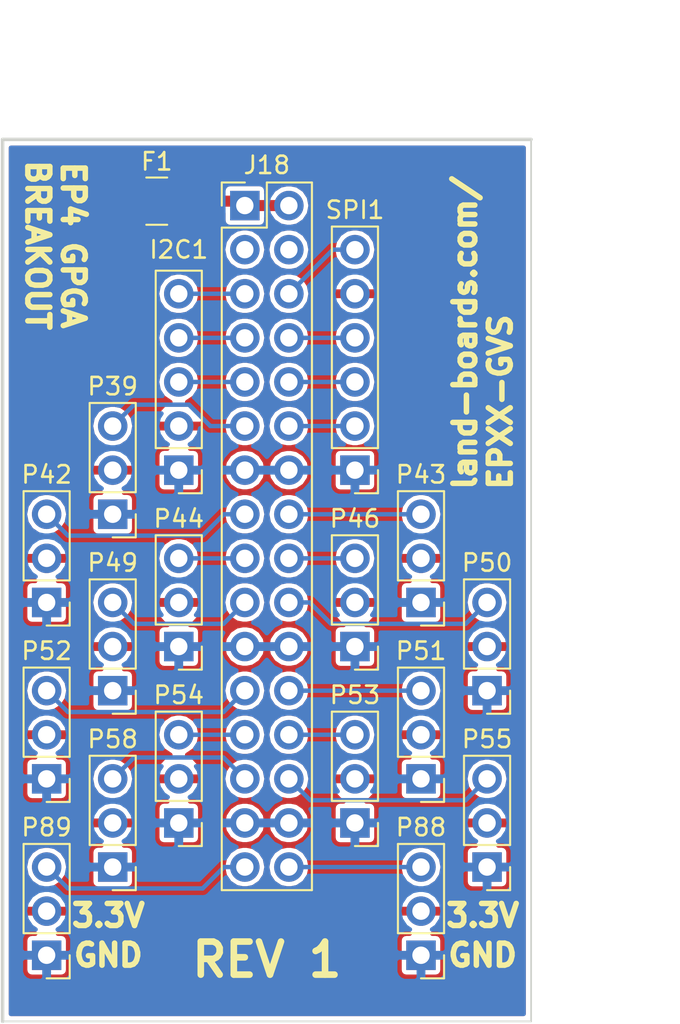
<source format=kicad_pcb>
(kicad_pcb (version 20171130) (host pcbnew "(5.0.2)-1")

  (general
    (thickness 1.6)
    (drawings 14)
    (tracks 59)
    (zones 0)
    (modules 19)
    (nets 26)
  )

  (page A)
  (title_block
    (title RETRO-EP4CE6)
    (rev X2)
    (company land-boards.com)
  )

  (layers
    (0 F.Cu signal)
    (31 B.Cu signal)
    (36 B.SilkS user)
    (37 F.SilkS user)
    (38 B.Mask user)
    (39 F.Mask user)
    (40 Dwgs.User user)
    (41 Cmts.User user hide)
    (42 Eco1.User user hide)
    (44 Edge.Cuts user)
    (45 Margin user hide)
    (46 B.CrtYd user hide)
    (47 F.CrtYd user hide)
    (48 B.Fab user hide)
    (49 F.Fab user hide)
  )

  (setup
    (last_trace_width 0.635)
    (user_trace_width 0.635)
    (trace_clearance 0.254)
    (zone_clearance 0.254)
    (zone_45_only no)
    (trace_min 0.254)
    (segment_width 0.2)
    (edge_width 0.1)
    (via_size 0.889)
    (via_drill 0.635)
    (via_min_size 0.889)
    (via_min_drill 0.508)
    (uvia_size 0.508)
    (uvia_drill 0.127)
    (uvias_allowed no)
    (uvia_min_size 0.508)
    (uvia_min_drill 0.127)
    (pcb_text_width 0.3)
    (pcb_text_size 1.5 1.5)
    (mod_edge_width 0.15)
    (mod_text_size 1.27 1.27)
    (mod_text_width 0.3175)
    (pad_size 6.35 6.35)
    (pad_drill 3.175)
    (pad_to_mask_clearance 0)
    (solder_mask_min_width 0.25)
    (aux_axis_origin 0 0)
    (visible_elements 7FFFFF7F)
    (pcbplotparams
      (layerselection 0x010f0_ffffffff)
      (usegerberextensions false)
      (usegerberattributes false)
      (usegerberadvancedattributes false)
      (creategerberjobfile false)
      (excludeedgelayer true)
      (linewidth 0.152400)
      (plotframeref false)
      (viasonmask false)
      (mode 1)
      (useauxorigin false)
      (hpglpennumber 1)
      (hpglpenspeed 20)
      (hpglpendiameter 15.000000)
      (psnegative false)
      (psa4output false)
      (plotreference true)
      (plotvalue true)
      (plotinvisibletext false)
      (padsonsilk false)
      (subtractmaskfromsilk false)
      (outputformat 1)
      (mirror false)
      (drillshape 0)
      (scaleselection 1)
      (outputdirectory "plots/"))
  )

  (net 0 "")
  (net 1 GND)
  (net 2 +3V3)
  (net 3 /IO34)
  (net 4 /IO32)
  (net 5 /IO30)
  (net 6 /IO38)
  (net 7 /IO33)
  (net 8 /IO31)
  (net 9 /IO28)
  (net 10 /IO39)
  (net 11 /IO42)
  (net 12 /IO43)
  (net 13 /IO46)
  (net 14 /IO49)
  (net 15 /IO50)
  (net 16 /IO52)
  (net 17 /IO51)
  (net 18 /IO54)
  (net 19 /IO53)
  (net 20 /IO58)
  (net 21 /IO55)
  (net 22 /IO89)
  (net 23 /IO88)
  (net 24 /IO44)
  (net 25 "Net-(F1-Pad2)")

  (net_class Default "This is the default net class."
    (clearance 0.254)
    (trace_width 0.254)
    (via_dia 0.889)
    (via_drill 0.635)
    (uvia_dia 0.508)
    (uvia_drill 0.127)
    (add_net +3V3)
    (add_net /IO28)
    (add_net /IO30)
    (add_net /IO31)
    (add_net /IO32)
    (add_net /IO33)
    (add_net /IO34)
    (add_net /IO38)
    (add_net /IO39)
    (add_net /IO42)
    (add_net /IO43)
    (add_net /IO44)
    (add_net /IO46)
    (add_net /IO49)
    (add_net /IO50)
    (add_net /IO51)
    (add_net /IO52)
    (add_net /IO53)
    (add_net /IO54)
    (add_net /IO55)
    (add_net /IO58)
    (add_net /IO88)
    (add_net /IO89)
    (add_net GND)
    (add_net "Net-(F1-Pad2)")
  )

  (net_class W25 ""
    (clearance 0.381)
    (trace_width 0.635)
    (via_dia 0.889)
    (via_drill 0.635)
    (uvia_dia 0.508)
    (uvia_drill 0.127)
  )

  (module Connector_PinHeader_2.54mm:PinHeader_1x05_P2.54mm_Vertical (layer F.Cu) (tedit 5D56A4A5) (tstamp 5D575EC7)
    (at 10.16 19.05 180)
    (descr "Through hole straight pin header, 1x05, 2.54mm pitch, single row")
    (tags "Through hole pin header THT 1x05 2.54mm single row")
    (path /5D58C499)
    (fp_text reference I2C1 (at 0 12.7 180) (layer F.SilkS)
      (effects (font (size 1 1) (thickness 0.15)))
    )
    (fp_text value Conn_01x05 (at 0 12.49 180) (layer F.Fab)
      (effects (font (size 1 1) (thickness 0.15)))
    )
    (fp_line (start -0.635 -1.27) (end 1.27 -1.27) (layer F.Fab) (width 0.1))
    (fp_line (start 1.27 -1.27) (end 1.27 11.43) (layer F.Fab) (width 0.1))
    (fp_line (start 1.27 11.43) (end -1.27 11.43) (layer F.Fab) (width 0.1))
    (fp_line (start -1.27 11.43) (end -1.27 -0.635) (layer F.Fab) (width 0.1))
    (fp_line (start -1.27 -0.635) (end -0.635 -1.27) (layer F.Fab) (width 0.1))
    (fp_line (start -1.33 11.49) (end 1.33 11.49) (layer F.SilkS) (width 0.12))
    (fp_line (start -1.33 1.27) (end -1.33 11.49) (layer F.SilkS) (width 0.12))
    (fp_line (start 1.33 1.27) (end 1.33 11.49) (layer F.SilkS) (width 0.12))
    (fp_line (start -1.33 1.27) (end 1.33 1.27) (layer F.SilkS) (width 0.12))
    (fp_line (start -1.33 0) (end -1.33 -1.33) (layer F.SilkS) (width 0.12))
    (fp_line (start -1.33 -1.33) (end 0 -1.33) (layer F.SilkS) (width 0.12))
    (fp_line (start -1.8 -1.8) (end -1.8 11.95) (layer F.CrtYd) (width 0.05))
    (fp_line (start -1.8 11.95) (end 1.8 11.95) (layer F.CrtYd) (width 0.05))
    (fp_line (start 1.8 11.95) (end 1.8 -1.8) (layer F.CrtYd) (width 0.05))
    (fp_line (start 1.8 -1.8) (end -1.8 -1.8) (layer F.CrtYd) (width 0.05))
    (fp_text user %R (at 0 5.08 270) (layer F.Fab)
      (effects (font (size 1 1) (thickness 0.15)))
    )
    (pad 1 thru_hole rect (at 0 0 180) (size 1.7 1.7) (drill 1) (layers *.Cu *.Mask)
      (net 1 GND))
    (pad 2 thru_hole oval (at 0 2.54 180) (size 1.7 1.7) (drill 1) (layers *.Cu *.Mask)
      (net 2 +3V3))
    (pad 3 thru_hole oval (at 0 5.08 180) (size 1.7 1.7) (drill 1) (layers *.Cu *.Mask)
      (net 3 /IO34))
    (pad 4 thru_hole oval (at 0 7.62 180) (size 1.7 1.7) (drill 1) (layers *.Cu *.Mask)
      (net 4 /IO32))
    (pad 5 thru_hole oval (at 0 10.16 180) (size 1.7 1.7) (drill 1) (layers *.Cu *.Mask)
      (net 5 /IO30))
    (model ${KISYS3DMOD}/Connector_PinHeader_2.54mm.3dshapes/PinHeader_1x05_P2.54mm_Vertical.wrl
      (at (xyz 0 0 0))
      (scale (xyz 1 1 1))
      (rotate (xyz 0 0 0))
    )
  )

  (module Connector_PinHeader_2.54mm:PinHeader_1x06_P2.54mm_Vertical (layer F.Cu) (tedit 5D56A4AC) (tstamp 5D575EDF)
    (at 20.32 19.05 180)
    (descr "Through hole straight pin header, 1x06, 2.54mm pitch, single row")
    (tags "Through hole pin header THT 1x06 2.54mm single row")
    (path /5D59898D)
    (fp_text reference SPI1 (at 0 14.986 180) (layer F.SilkS)
      (effects (font (size 1 1) (thickness 0.15)))
    )
    (fp_text value Conn_01x06 (at 0 15.03 180) (layer F.Fab)
      (effects (font (size 1 1) (thickness 0.15)))
    )
    (fp_line (start -0.635 -1.27) (end 1.27 -1.27) (layer F.Fab) (width 0.1))
    (fp_line (start 1.27 -1.27) (end 1.27 13.97) (layer F.Fab) (width 0.1))
    (fp_line (start 1.27 13.97) (end -1.27 13.97) (layer F.Fab) (width 0.1))
    (fp_line (start -1.27 13.97) (end -1.27 -0.635) (layer F.Fab) (width 0.1))
    (fp_line (start -1.27 -0.635) (end -0.635 -1.27) (layer F.Fab) (width 0.1))
    (fp_line (start -1.33 14.03) (end 1.33 14.03) (layer F.SilkS) (width 0.12))
    (fp_line (start -1.33 1.27) (end -1.33 14.03) (layer F.SilkS) (width 0.12))
    (fp_line (start 1.33 1.27) (end 1.33 14.03) (layer F.SilkS) (width 0.12))
    (fp_line (start -1.33 1.27) (end 1.33 1.27) (layer F.SilkS) (width 0.12))
    (fp_line (start -1.33 0) (end -1.33 -1.33) (layer F.SilkS) (width 0.12))
    (fp_line (start -1.33 -1.33) (end 0 -1.33) (layer F.SilkS) (width 0.12))
    (fp_line (start -1.8 -1.8) (end -1.8 14.5) (layer F.CrtYd) (width 0.05))
    (fp_line (start -1.8 14.5) (end 1.8 14.5) (layer F.CrtYd) (width 0.05))
    (fp_line (start 1.8 14.5) (end 1.8 -1.8) (layer F.CrtYd) (width 0.05))
    (fp_line (start 1.8 -1.8) (end -1.8 -1.8) (layer F.CrtYd) (width 0.05))
    (fp_text user %R (at 0 6.35 270) (layer F.Fab)
      (effects (font (size 1 1) (thickness 0.15)))
    )
    (pad 1 thru_hole rect (at 0 0 180) (size 1.7 1.7) (drill 1) (layers *.Cu *.Mask)
      (net 1 GND))
    (pad 2 thru_hole oval (at 0 2.54 180) (size 1.7 1.7) (drill 1) (layers *.Cu *.Mask)
      (net 6 /IO38))
    (pad 3 thru_hole oval (at 0 5.08 180) (size 1.7 1.7) (drill 1) (layers *.Cu *.Mask)
      (net 7 /IO33))
    (pad 4 thru_hole oval (at 0 7.62 180) (size 1.7 1.7) (drill 1) (layers *.Cu *.Mask)
      (net 8 /IO31))
    (pad 5 thru_hole oval (at 0 10.16 180) (size 1.7 1.7) (drill 1) (layers *.Cu *.Mask)
      (net 2 +3V3))
    (pad 6 thru_hole oval (at 0 12.7 180) (size 1.7 1.7) (drill 1) (layers *.Cu *.Mask)
      (net 9 /IO28))
    (model ${KISYS3DMOD}/Connector_PinHeader_2.54mm.3dshapes/PinHeader_1x06_P2.54mm_Vertical.wrl
      (at (xyz 0 0 0))
      (scale (xyz 1 1 1))
      (rotate (xyz 0 0 0))
    )
  )

  (module Connector_PinHeader_2.54mm:PinHeader_1x03_P2.54mm_Vertical (layer F.Cu) (tedit 5D56A4CF) (tstamp 5D575F0E)
    (at 6.35 21.59 180)
    (descr "Through hole straight pin header, 1x03, 2.54mm pitch, single row")
    (tags "Through hole pin header THT 1x03 2.54mm single row")
    (path /5D5A6465)
    (fp_text reference P39 (at 0 7.366 180) (layer F.SilkS)
      (effects (font (size 1 1) (thickness 0.15)))
    )
    (fp_text value Conn_01x03 (at 0 7.41 180) (layer F.Fab)
      (effects (font (size 1 1) (thickness 0.15)))
    )
    (fp_line (start -0.635 -1.27) (end 1.27 -1.27) (layer F.Fab) (width 0.1))
    (fp_line (start 1.27 -1.27) (end 1.27 6.35) (layer F.Fab) (width 0.1))
    (fp_line (start 1.27 6.35) (end -1.27 6.35) (layer F.Fab) (width 0.1))
    (fp_line (start -1.27 6.35) (end -1.27 -0.635) (layer F.Fab) (width 0.1))
    (fp_line (start -1.27 -0.635) (end -0.635 -1.27) (layer F.Fab) (width 0.1))
    (fp_line (start -1.33 6.41) (end 1.33 6.41) (layer F.SilkS) (width 0.12))
    (fp_line (start -1.33 1.27) (end -1.33 6.41) (layer F.SilkS) (width 0.12))
    (fp_line (start 1.33 1.27) (end 1.33 6.41) (layer F.SilkS) (width 0.12))
    (fp_line (start -1.33 1.27) (end 1.33 1.27) (layer F.SilkS) (width 0.12))
    (fp_line (start -1.33 0) (end -1.33 -1.33) (layer F.SilkS) (width 0.12))
    (fp_line (start -1.33 -1.33) (end 0 -1.33) (layer F.SilkS) (width 0.12))
    (fp_line (start -1.8 -1.8) (end -1.8 6.85) (layer F.CrtYd) (width 0.05))
    (fp_line (start -1.8 6.85) (end 1.8 6.85) (layer F.CrtYd) (width 0.05))
    (fp_line (start 1.8 6.85) (end 1.8 -1.8) (layer F.CrtYd) (width 0.05))
    (fp_line (start 1.8 -1.8) (end -1.8 -1.8) (layer F.CrtYd) (width 0.05))
    (fp_text user %R (at 0 2.54 270) (layer F.Fab)
      (effects (font (size 1 1) (thickness 0.15)))
    )
    (pad 1 thru_hole rect (at 0 0 180) (size 1.7 1.7) (drill 1) (layers *.Cu *.Mask)
      (net 1 GND))
    (pad 2 thru_hole oval (at 0 2.54 180) (size 1.7 1.7) (drill 1) (layers *.Cu *.Mask)
      (net 2 +3V3))
    (pad 3 thru_hole oval (at 0 5.08 180) (size 1.7 1.7) (drill 1) (layers *.Cu *.Mask)
      (net 10 /IO39))
    (model ${KISYS3DMOD}/Connector_PinHeader_2.54mm.3dshapes/PinHeader_1x03_P2.54mm_Vertical.wrl
      (at (xyz 0 0 0))
      (scale (xyz 1 1 1))
      (rotate (xyz 0 0 0))
    )
  )

  (module Connector_PinHeader_2.54mm:PinHeader_1x03_P2.54mm_Vertical (layer F.Cu) (tedit 5D56A4F1) (tstamp 5D575F25)
    (at 2.54 26.67 180)
    (descr "Through hole straight pin header, 1x03, 2.54mm pitch, single row")
    (tags "Through hole pin header THT 1x03 2.54mm single row")
    (path /5D5FE6F9)
    (fp_text reference P42 (at 0 7.366 180) (layer F.SilkS)
      (effects (font (size 1 1) (thickness 0.15)))
    )
    (fp_text value Conn_01x03 (at 0 7.41 180) (layer F.Fab)
      (effects (font (size 1 1) (thickness 0.15)))
    )
    (fp_text user %R (at 0 2.54 270) (layer F.Fab)
      (effects (font (size 1 1) (thickness 0.15)))
    )
    (fp_line (start 1.8 -1.8) (end -1.8 -1.8) (layer F.CrtYd) (width 0.05))
    (fp_line (start 1.8 6.85) (end 1.8 -1.8) (layer F.CrtYd) (width 0.05))
    (fp_line (start -1.8 6.85) (end 1.8 6.85) (layer F.CrtYd) (width 0.05))
    (fp_line (start -1.8 -1.8) (end -1.8 6.85) (layer F.CrtYd) (width 0.05))
    (fp_line (start -1.33 -1.33) (end 0 -1.33) (layer F.SilkS) (width 0.12))
    (fp_line (start -1.33 0) (end -1.33 -1.33) (layer F.SilkS) (width 0.12))
    (fp_line (start -1.33 1.27) (end 1.33 1.27) (layer F.SilkS) (width 0.12))
    (fp_line (start 1.33 1.27) (end 1.33 6.41) (layer F.SilkS) (width 0.12))
    (fp_line (start -1.33 1.27) (end -1.33 6.41) (layer F.SilkS) (width 0.12))
    (fp_line (start -1.33 6.41) (end 1.33 6.41) (layer F.SilkS) (width 0.12))
    (fp_line (start -1.27 -0.635) (end -0.635 -1.27) (layer F.Fab) (width 0.1))
    (fp_line (start -1.27 6.35) (end -1.27 -0.635) (layer F.Fab) (width 0.1))
    (fp_line (start 1.27 6.35) (end -1.27 6.35) (layer F.Fab) (width 0.1))
    (fp_line (start 1.27 -1.27) (end 1.27 6.35) (layer F.Fab) (width 0.1))
    (fp_line (start -0.635 -1.27) (end 1.27 -1.27) (layer F.Fab) (width 0.1))
    (pad 3 thru_hole oval (at 0 5.08 180) (size 1.7 1.7) (drill 1) (layers *.Cu *.Mask)
      (net 11 /IO42))
    (pad 2 thru_hole oval (at 0 2.54 180) (size 1.7 1.7) (drill 1) (layers *.Cu *.Mask)
      (net 2 +3V3))
    (pad 1 thru_hole rect (at 0 0 180) (size 1.7 1.7) (drill 1) (layers *.Cu *.Mask)
      (net 1 GND))
    (model ${KISYS3DMOD}/Connector_PinHeader_2.54mm.3dshapes/PinHeader_1x03_P2.54mm_Vertical.wrl
      (at (xyz 0 0 0))
      (scale (xyz 1 1 1))
      (rotate (xyz 0 0 0))
    )
  )

  (module Connector_PinHeader_2.54mm:PinHeader_1x03_P2.54mm_Vertical (layer F.Cu) (tedit 5D56A504) (tstamp 5D575F3C)
    (at 24.13 26.67 180)
    (descr "Through hole straight pin header, 1x03, 2.54mm pitch, single row")
    (tags "Through hole pin header THT 1x03 2.54mm single row")
    (path /5D5FE735)
    (fp_text reference P43 (at 0 7.366 180) (layer F.SilkS)
      (effects (font (size 1 1) (thickness 0.15)))
    )
    (fp_text value Conn_01x03 (at 0 7.41 180) (layer F.Fab)
      (effects (font (size 1 1) (thickness 0.15)))
    )
    (fp_line (start -0.635 -1.27) (end 1.27 -1.27) (layer F.Fab) (width 0.1))
    (fp_line (start 1.27 -1.27) (end 1.27 6.35) (layer F.Fab) (width 0.1))
    (fp_line (start 1.27 6.35) (end -1.27 6.35) (layer F.Fab) (width 0.1))
    (fp_line (start -1.27 6.35) (end -1.27 -0.635) (layer F.Fab) (width 0.1))
    (fp_line (start -1.27 -0.635) (end -0.635 -1.27) (layer F.Fab) (width 0.1))
    (fp_line (start -1.33 6.41) (end 1.33 6.41) (layer F.SilkS) (width 0.12))
    (fp_line (start -1.33 1.27) (end -1.33 6.41) (layer F.SilkS) (width 0.12))
    (fp_line (start 1.33 1.27) (end 1.33 6.41) (layer F.SilkS) (width 0.12))
    (fp_line (start -1.33 1.27) (end 1.33 1.27) (layer F.SilkS) (width 0.12))
    (fp_line (start -1.33 0) (end -1.33 -1.33) (layer F.SilkS) (width 0.12))
    (fp_line (start -1.33 -1.33) (end 0 -1.33) (layer F.SilkS) (width 0.12))
    (fp_line (start -1.8 -1.8) (end -1.8 6.85) (layer F.CrtYd) (width 0.05))
    (fp_line (start -1.8 6.85) (end 1.8 6.85) (layer F.CrtYd) (width 0.05))
    (fp_line (start 1.8 6.85) (end 1.8 -1.8) (layer F.CrtYd) (width 0.05))
    (fp_line (start 1.8 -1.8) (end -1.8 -1.8) (layer F.CrtYd) (width 0.05))
    (fp_text user %R (at 0 2.54 270) (layer F.Fab)
      (effects (font (size 1 1) (thickness 0.15)))
    )
    (pad 1 thru_hole rect (at 0 0 180) (size 1.7 1.7) (drill 1) (layers *.Cu *.Mask)
      (net 1 GND))
    (pad 2 thru_hole oval (at 0 2.54 180) (size 1.7 1.7) (drill 1) (layers *.Cu *.Mask)
      (net 2 +3V3))
    (pad 3 thru_hole oval (at 0 5.08 180) (size 1.7 1.7) (drill 1) (layers *.Cu *.Mask)
      (net 12 /IO43))
    (model ${KISYS3DMOD}/Connector_PinHeader_2.54mm.3dshapes/PinHeader_1x03_P2.54mm_Vertical.wrl
      (at (xyz 0 0 0))
      (scale (xyz 1 1 1))
      (rotate (xyz 0 0 0))
    )
  )

  (module Connector_PinHeader_2.54mm:PinHeader_1x03_P2.54mm_Vertical (layer F.Cu) (tedit 5D56A515) (tstamp 5D575F53)
    (at 10.16 29.21 180)
    (descr "Through hole straight pin header, 1x03, 2.54mm pitch, single row")
    (tags "Through hole pin header THT 1x03 2.54mm single row")
    (path /5D5FE9C0)
    (fp_text reference P44 (at 0 7.366 180) (layer F.SilkS)
      (effects (font (size 1 1) (thickness 0.15)))
    )
    (fp_text value Conn_01x03 (at 0 7.41 180) (layer F.Fab)
      (effects (font (size 1 1) (thickness 0.15)))
    )
    (fp_line (start -0.635 -1.27) (end 1.27 -1.27) (layer F.Fab) (width 0.1))
    (fp_line (start 1.27 -1.27) (end 1.27 6.35) (layer F.Fab) (width 0.1))
    (fp_line (start 1.27 6.35) (end -1.27 6.35) (layer F.Fab) (width 0.1))
    (fp_line (start -1.27 6.35) (end -1.27 -0.635) (layer F.Fab) (width 0.1))
    (fp_line (start -1.27 -0.635) (end -0.635 -1.27) (layer F.Fab) (width 0.1))
    (fp_line (start -1.33 6.41) (end 1.33 6.41) (layer F.SilkS) (width 0.12))
    (fp_line (start -1.33 1.27) (end -1.33 6.41) (layer F.SilkS) (width 0.12))
    (fp_line (start 1.33 1.27) (end 1.33 6.41) (layer F.SilkS) (width 0.12))
    (fp_line (start -1.33 1.27) (end 1.33 1.27) (layer F.SilkS) (width 0.12))
    (fp_line (start -1.33 0) (end -1.33 -1.33) (layer F.SilkS) (width 0.12))
    (fp_line (start -1.33 -1.33) (end 0 -1.33) (layer F.SilkS) (width 0.12))
    (fp_line (start -1.8 -1.8) (end -1.8 6.85) (layer F.CrtYd) (width 0.05))
    (fp_line (start -1.8 6.85) (end 1.8 6.85) (layer F.CrtYd) (width 0.05))
    (fp_line (start 1.8 6.85) (end 1.8 -1.8) (layer F.CrtYd) (width 0.05))
    (fp_line (start 1.8 -1.8) (end -1.8 -1.8) (layer F.CrtYd) (width 0.05))
    (fp_text user %R (at 0 2.54 270) (layer F.Fab)
      (effects (font (size 1 1) (thickness 0.15)))
    )
    (pad 1 thru_hole rect (at 0 0 180) (size 1.7 1.7) (drill 1) (layers *.Cu *.Mask)
      (net 1 GND))
    (pad 2 thru_hole oval (at 0 2.54 180) (size 1.7 1.7) (drill 1) (layers *.Cu *.Mask)
      (net 2 +3V3))
    (pad 3 thru_hole oval (at 0 5.08 180) (size 1.7 1.7) (drill 1) (layers *.Cu *.Mask)
      (net 24 /IO44))
    (model ${KISYS3DMOD}/Connector_PinHeader_2.54mm.3dshapes/PinHeader_1x03_P2.54mm_Vertical.wrl
      (at (xyz 0 0 0))
      (scale (xyz 1 1 1))
      (rotate (xyz 0 0 0))
    )
  )

  (module Connector_PinHeader_2.54mm:PinHeader_1x03_P2.54mm_Vertical (layer F.Cu) (tedit 5D56A5DA) (tstamp 5D575F6A)
    (at 20.32 29.21 180)
    (descr "Through hole straight pin header, 1x03, 2.54mm pitch, single row")
    (tags "Through hole pin header THT 1x03 2.54mm single row")
    (path /5D5FEABE)
    (fp_text reference P46 (at 0 7.366 180) (layer F.SilkS)
      (effects (font (size 1 1) (thickness 0.15)))
    )
    (fp_text value Conn_01x03 (at 0 7.41 180) (layer F.Fab)
      (effects (font (size 1 1) (thickness 0.15)))
    )
    (fp_line (start -0.635 -1.27) (end 1.27 -1.27) (layer F.Fab) (width 0.1))
    (fp_line (start 1.27 -1.27) (end 1.27 6.35) (layer F.Fab) (width 0.1))
    (fp_line (start 1.27 6.35) (end -1.27 6.35) (layer F.Fab) (width 0.1))
    (fp_line (start -1.27 6.35) (end -1.27 -0.635) (layer F.Fab) (width 0.1))
    (fp_line (start -1.27 -0.635) (end -0.635 -1.27) (layer F.Fab) (width 0.1))
    (fp_line (start -1.33 6.41) (end 1.33 6.41) (layer F.SilkS) (width 0.12))
    (fp_line (start -1.33 1.27) (end -1.33 6.41) (layer F.SilkS) (width 0.12))
    (fp_line (start 1.33 1.27) (end 1.33 6.41) (layer F.SilkS) (width 0.12))
    (fp_line (start -1.33 1.27) (end 1.33 1.27) (layer F.SilkS) (width 0.12))
    (fp_line (start -1.33 0) (end -1.33 -1.33) (layer F.SilkS) (width 0.12))
    (fp_line (start -1.33 -1.33) (end 0 -1.33) (layer F.SilkS) (width 0.12))
    (fp_line (start -1.8 -1.8) (end -1.8 6.85) (layer F.CrtYd) (width 0.05))
    (fp_line (start -1.8 6.85) (end 1.8 6.85) (layer F.CrtYd) (width 0.05))
    (fp_line (start 1.8 6.85) (end 1.8 -1.8) (layer F.CrtYd) (width 0.05))
    (fp_line (start 1.8 -1.8) (end -1.8 -1.8) (layer F.CrtYd) (width 0.05))
    (fp_text user %R (at 0 2.54 270) (layer F.Fab)
      (effects (font (size 1 1) (thickness 0.15)))
    )
    (pad 1 thru_hole rect (at 0 0 180) (size 1.7 1.7) (drill 1) (layers *.Cu *.Mask)
      (net 1 GND))
    (pad 2 thru_hole oval (at 0 2.54 180) (size 1.7 1.7) (drill 1) (layers *.Cu *.Mask)
      (net 2 +3V3))
    (pad 3 thru_hole oval (at 0 5.08 180) (size 1.7 1.7) (drill 1) (layers *.Cu *.Mask)
      (net 13 /IO46))
    (model ${KISYS3DMOD}/Connector_PinHeader_2.54mm.3dshapes/PinHeader_1x03_P2.54mm_Vertical.wrl
      (at (xyz 0 0 0))
      (scale (xyz 1 1 1))
      (rotate (xyz 0 0 0))
    )
  )

  (module Connector_PinHeader_2.54mm:PinHeader_1x03_P2.54mm_Vertical (layer F.Cu) (tedit 5D56A5ED) (tstamp 5D575F81)
    (at 6.35 31.75 180)
    (descr "Through hole straight pin header, 1x03, 2.54mm pitch, single row")
    (tags "Through hole pin header THT 1x03 2.54mm single row")
    (path /5D5FEA7C)
    (fp_text reference P49 (at 0 7.366 180) (layer F.SilkS)
      (effects (font (size 1 1) (thickness 0.15)))
    )
    (fp_text value Conn_01x03 (at 0 7.41 180) (layer F.Fab)
      (effects (font (size 1 1) (thickness 0.15)))
    )
    (fp_text user %R (at 0 2.54 270) (layer F.Fab)
      (effects (font (size 1 1) (thickness 0.15)))
    )
    (fp_line (start 1.8 -1.8) (end -1.8 -1.8) (layer F.CrtYd) (width 0.05))
    (fp_line (start 1.8 6.85) (end 1.8 -1.8) (layer F.CrtYd) (width 0.05))
    (fp_line (start -1.8 6.85) (end 1.8 6.85) (layer F.CrtYd) (width 0.05))
    (fp_line (start -1.8 -1.8) (end -1.8 6.85) (layer F.CrtYd) (width 0.05))
    (fp_line (start -1.33 -1.33) (end 0 -1.33) (layer F.SilkS) (width 0.12))
    (fp_line (start -1.33 0) (end -1.33 -1.33) (layer F.SilkS) (width 0.12))
    (fp_line (start -1.33 1.27) (end 1.33 1.27) (layer F.SilkS) (width 0.12))
    (fp_line (start 1.33 1.27) (end 1.33 6.41) (layer F.SilkS) (width 0.12))
    (fp_line (start -1.33 1.27) (end -1.33 6.41) (layer F.SilkS) (width 0.12))
    (fp_line (start -1.33 6.41) (end 1.33 6.41) (layer F.SilkS) (width 0.12))
    (fp_line (start -1.27 -0.635) (end -0.635 -1.27) (layer F.Fab) (width 0.1))
    (fp_line (start -1.27 6.35) (end -1.27 -0.635) (layer F.Fab) (width 0.1))
    (fp_line (start 1.27 6.35) (end -1.27 6.35) (layer F.Fab) (width 0.1))
    (fp_line (start 1.27 -1.27) (end 1.27 6.35) (layer F.Fab) (width 0.1))
    (fp_line (start -0.635 -1.27) (end 1.27 -1.27) (layer F.Fab) (width 0.1))
    (pad 3 thru_hole oval (at 0 5.08 180) (size 1.7 1.7) (drill 1) (layers *.Cu *.Mask)
      (net 14 /IO49))
    (pad 2 thru_hole oval (at 0 2.54 180) (size 1.7 1.7) (drill 1) (layers *.Cu *.Mask)
      (net 2 +3V3))
    (pad 1 thru_hole rect (at 0 0 180) (size 1.7 1.7) (drill 1) (layers *.Cu *.Mask)
      (net 1 GND))
    (model ${KISYS3DMOD}/Connector_PinHeader_2.54mm.3dshapes/PinHeader_1x03_P2.54mm_Vertical.wrl
      (at (xyz 0 0 0))
      (scale (xyz 1 1 1))
      (rotate (xyz 0 0 0))
    )
  )

  (module Connector_PinHeader_2.54mm:PinHeader_1x03_P2.54mm_Vertical (layer F.Cu) (tedit 5D56A5FC) (tstamp 5D575F98)
    (at 27.94 31.75 180)
    (descr "Through hole straight pin header, 1x03, 2.54mm pitch, single row")
    (tags "Through hole pin header THT 1x03 2.54mm single row")
    (path /5D5FE86F)
    (fp_text reference P50 (at 0 7.366 180) (layer F.SilkS)
      (effects (font (size 1 1) (thickness 0.15)))
    )
    (fp_text value Conn_01x03 (at 0 7.41 180) (layer F.Fab)
      (effects (font (size 1 1) (thickness 0.15)))
    )
    (fp_line (start -0.635 -1.27) (end 1.27 -1.27) (layer F.Fab) (width 0.1))
    (fp_line (start 1.27 -1.27) (end 1.27 6.35) (layer F.Fab) (width 0.1))
    (fp_line (start 1.27 6.35) (end -1.27 6.35) (layer F.Fab) (width 0.1))
    (fp_line (start -1.27 6.35) (end -1.27 -0.635) (layer F.Fab) (width 0.1))
    (fp_line (start -1.27 -0.635) (end -0.635 -1.27) (layer F.Fab) (width 0.1))
    (fp_line (start -1.33 6.41) (end 1.33 6.41) (layer F.SilkS) (width 0.12))
    (fp_line (start -1.33 1.27) (end -1.33 6.41) (layer F.SilkS) (width 0.12))
    (fp_line (start 1.33 1.27) (end 1.33 6.41) (layer F.SilkS) (width 0.12))
    (fp_line (start -1.33 1.27) (end 1.33 1.27) (layer F.SilkS) (width 0.12))
    (fp_line (start -1.33 0) (end -1.33 -1.33) (layer F.SilkS) (width 0.12))
    (fp_line (start -1.33 -1.33) (end 0 -1.33) (layer F.SilkS) (width 0.12))
    (fp_line (start -1.8 -1.8) (end -1.8 6.85) (layer F.CrtYd) (width 0.05))
    (fp_line (start -1.8 6.85) (end 1.8 6.85) (layer F.CrtYd) (width 0.05))
    (fp_line (start 1.8 6.85) (end 1.8 -1.8) (layer F.CrtYd) (width 0.05))
    (fp_line (start 1.8 -1.8) (end -1.8 -1.8) (layer F.CrtYd) (width 0.05))
    (fp_text user %R (at 0 2.54 270) (layer F.Fab)
      (effects (font (size 1 1) (thickness 0.15)))
    )
    (pad 1 thru_hole rect (at 0 0 180) (size 1.7 1.7) (drill 1) (layers *.Cu *.Mask)
      (net 1 GND))
    (pad 2 thru_hole oval (at 0 2.54 180) (size 1.7 1.7) (drill 1) (layers *.Cu *.Mask)
      (net 2 +3V3))
    (pad 3 thru_hole oval (at 0 5.08 180) (size 1.7 1.7) (drill 1) (layers *.Cu *.Mask)
      (net 15 /IO50))
    (model ${KISYS3DMOD}/Connector_PinHeader_2.54mm.3dshapes/PinHeader_1x03_P2.54mm_Vertical.wrl
      (at (xyz 0 0 0))
      (scale (xyz 1 1 1))
      (rotate (xyz 0 0 0))
    )
  )

  (module Connector_PinHeader_2.54mm:PinHeader_1x03_P2.54mm_Vertical (layer F.Cu) (tedit 5D56A60E) (tstamp 5D575FAF)
    (at 2.54 36.83 180)
    (descr "Through hole straight pin header, 1x03, 2.54mm pitch, single row")
    (tags "Through hole pin header THT 1x03 2.54mm single row")
    (path /5D5FE7BF)
    (fp_text reference P52 (at 0 7.366 180) (layer F.SilkS)
      (effects (font (size 1 1) (thickness 0.15)))
    )
    (fp_text value Conn_01x03 (at 0 7.41 180) (layer F.Fab)
      (effects (font (size 1 1) (thickness 0.15)))
    )
    (fp_text user %R (at 0 2.54 270) (layer F.Fab)
      (effects (font (size 1 1) (thickness 0.15)))
    )
    (fp_line (start 1.8 -1.8) (end -1.8 -1.8) (layer F.CrtYd) (width 0.05))
    (fp_line (start 1.8 6.85) (end 1.8 -1.8) (layer F.CrtYd) (width 0.05))
    (fp_line (start -1.8 6.85) (end 1.8 6.85) (layer F.CrtYd) (width 0.05))
    (fp_line (start -1.8 -1.8) (end -1.8 6.85) (layer F.CrtYd) (width 0.05))
    (fp_line (start -1.33 -1.33) (end 0 -1.33) (layer F.SilkS) (width 0.12))
    (fp_line (start -1.33 0) (end -1.33 -1.33) (layer F.SilkS) (width 0.12))
    (fp_line (start -1.33 1.27) (end 1.33 1.27) (layer F.SilkS) (width 0.12))
    (fp_line (start 1.33 1.27) (end 1.33 6.41) (layer F.SilkS) (width 0.12))
    (fp_line (start -1.33 1.27) (end -1.33 6.41) (layer F.SilkS) (width 0.12))
    (fp_line (start -1.33 6.41) (end 1.33 6.41) (layer F.SilkS) (width 0.12))
    (fp_line (start -1.27 -0.635) (end -0.635 -1.27) (layer F.Fab) (width 0.1))
    (fp_line (start -1.27 6.35) (end -1.27 -0.635) (layer F.Fab) (width 0.1))
    (fp_line (start 1.27 6.35) (end -1.27 6.35) (layer F.Fab) (width 0.1))
    (fp_line (start 1.27 -1.27) (end 1.27 6.35) (layer F.Fab) (width 0.1))
    (fp_line (start -0.635 -1.27) (end 1.27 -1.27) (layer F.Fab) (width 0.1))
    (pad 3 thru_hole oval (at 0 5.08 180) (size 1.7 1.7) (drill 1) (layers *.Cu *.Mask)
      (net 16 /IO52))
    (pad 2 thru_hole oval (at 0 2.54 180) (size 1.7 1.7) (drill 1) (layers *.Cu *.Mask)
      (net 2 +3V3))
    (pad 1 thru_hole rect (at 0 0 180) (size 1.7 1.7) (drill 1) (layers *.Cu *.Mask)
      (net 1 GND))
    (model ${KISYS3DMOD}/Connector_PinHeader_2.54mm.3dshapes/PinHeader_1x03_P2.54mm_Vertical.wrl
      (at (xyz 0 0 0))
      (scale (xyz 1 1 1))
      (rotate (xyz 0 0 0))
    )
  )

  (module Connector_PinHeader_2.54mm:PinHeader_1x03_P2.54mm_Vertical (layer F.Cu) (tedit 5D56A69E) (tstamp 5D575FC6)
    (at 24.13 36.83 180)
    (descr "Through hole straight pin header, 1x03, 2.54mm pitch, single row")
    (tags "Through hole pin header THT 1x03 2.54mm single row")
    (path /5D5FE791)
    (fp_text reference P51 (at 0 7.366 180) (layer F.SilkS)
      (effects (font (size 1 1) (thickness 0.15)))
    )
    (fp_text value Conn_01x03 (at 0 7.41 180) (layer F.Fab)
      (effects (font (size 1 1) (thickness 0.15)))
    )
    (fp_line (start -0.635 -1.27) (end 1.27 -1.27) (layer F.Fab) (width 0.1))
    (fp_line (start 1.27 -1.27) (end 1.27 6.35) (layer F.Fab) (width 0.1))
    (fp_line (start 1.27 6.35) (end -1.27 6.35) (layer F.Fab) (width 0.1))
    (fp_line (start -1.27 6.35) (end -1.27 -0.635) (layer F.Fab) (width 0.1))
    (fp_line (start -1.27 -0.635) (end -0.635 -1.27) (layer F.Fab) (width 0.1))
    (fp_line (start -1.33 6.41) (end 1.33 6.41) (layer F.SilkS) (width 0.12))
    (fp_line (start -1.33 1.27) (end -1.33 6.41) (layer F.SilkS) (width 0.12))
    (fp_line (start 1.33 1.27) (end 1.33 6.41) (layer F.SilkS) (width 0.12))
    (fp_line (start -1.33 1.27) (end 1.33 1.27) (layer F.SilkS) (width 0.12))
    (fp_line (start -1.33 0) (end -1.33 -1.33) (layer F.SilkS) (width 0.12))
    (fp_line (start -1.33 -1.33) (end 0 -1.33) (layer F.SilkS) (width 0.12))
    (fp_line (start -1.8 -1.8) (end -1.8 6.85) (layer F.CrtYd) (width 0.05))
    (fp_line (start -1.8 6.85) (end 1.8 6.85) (layer F.CrtYd) (width 0.05))
    (fp_line (start 1.8 6.85) (end 1.8 -1.8) (layer F.CrtYd) (width 0.05))
    (fp_line (start 1.8 -1.8) (end -1.8 -1.8) (layer F.CrtYd) (width 0.05))
    (fp_text user %R (at 0 2.54 270) (layer F.Fab)
      (effects (font (size 1 1) (thickness 0.15)))
    )
    (pad 1 thru_hole rect (at 0 0 180) (size 1.7 1.7) (drill 1) (layers *.Cu *.Mask)
      (net 1 GND))
    (pad 2 thru_hole oval (at 0 2.54 180) (size 1.7 1.7) (drill 1) (layers *.Cu *.Mask)
      (net 2 +3V3))
    (pad 3 thru_hole oval (at 0 5.08 180) (size 1.7 1.7) (drill 1) (layers *.Cu *.Mask)
      (net 17 /IO51))
    (model ${KISYS3DMOD}/Connector_PinHeader_2.54mm.3dshapes/PinHeader_1x03_P2.54mm_Vertical.wrl
      (at (xyz 0 0 0))
      (scale (xyz 1 1 1))
      (rotate (xyz 0 0 0))
    )
  )

  (module Connector_PinHeader_2.54mm:PinHeader_1x03_P2.54mm_Vertical (layer F.Cu) (tedit 5D56A644) (tstamp 5D575FDD)
    (at 10.16 39.37 180)
    (descr "Through hole straight pin header, 1x03, 2.54mm pitch, single row")
    (tags "Through hole pin header THT 1x03 2.54mm single row")
    (path /5D5FE761)
    (fp_text reference P54 (at 0 7.366 180) (layer F.SilkS)
      (effects (font (size 1 1) (thickness 0.15)))
    )
    (fp_text value Conn_01x03 (at 0 7.41 180) (layer F.Fab)
      (effects (font (size 1 1) (thickness 0.15)))
    )
    (fp_text user %R (at 0 2.54 270) (layer F.Fab)
      (effects (font (size 1 1) (thickness 0.15)))
    )
    (fp_line (start 1.8 -1.8) (end -1.8 -1.8) (layer F.CrtYd) (width 0.05))
    (fp_line (start 1.8 6.85) (end 1.8 -1.8) (layer F.CrtYd) (width 0.05))
    (fp_line (start -1.8 6.85) (end 1.8 6.85) (layer F.CrtYd) (width 0.05))
    (fp_line (start -1.8 -1.8) (end -1.8 6.85) (layer F.CrtYd) (width 0.05))
    (fp_line (start -1.33 -1.33) (end 0 -1.33) (layer F.SilkS) (width 0.12))
    (fp_line (start -1.33 0) (end -1.33 -1.33) (layer F.SilkS) (width 0.12))
    (fp_line (start -1.33 1.27) (end 1.33 1.27) (layer F.SilkS) (width 0.12))
    (fp_line (start 1.33 1.27) (end 1.33 6.41) (layer F.SilkS) (width 0.12))
    (fp_line (start -1.33 1.27) (end -1.33 6.41) (layer F.SilkS) (width 0.12))
    (fp_line (start -1.33 6.41) (end 1.33 6.41) (layer F.SilkS) (width 0.12))
    (fp_line (start -1.27 -0.635) (end -0.635 -1.27) (layer F.Fab) (width 0.1))
    (fp_line (start -1.27 6.35) (end -1.27 -0.635) (layer F.Fab) (width 0.1))
    (fp_line (start 1.27 6.35) (end -1.27 6.35) (layer F.Fab) (width 0.1))
    (fp_line (start 1.27 -1.27) (end 1.27 6.35) (layer F.Fab) (width 0.1))
    (fp_line (start -0.635 -1.27) (end 1.27 -1.27) (layer F.Fab) (width 0.1))
    (pad 3 thru_hole oval (at 0 5.08 180) (size 1.7 1.7) (drill 1) (layers *.Cu *.Mask)
      (net 18 /IO54))
    (pad 2 thru_hole oval (at 0 2.54 180) (size 1.7 1.7) (drill 1) (layers *.Cu *.Mask)
      (net 2 +3V3))
    (pad 1 thru_hole rect (at 0 0 180) (size 1.7 1.7) (drill 1) (layers *.Cu *.Mask)
      (net 1 GND))
    (model ${KISYS3DMOD}/Connector_PinHeader_2.54mm.3dshapes/PinHeader_1x03_P2.54mm_Vertical.wrl
      (at (xyz 0 0 0))
      (scale (xyz 1 1 1))
      (rotate (xyz 0 0 0))
    )
  )

  (module Connector_PinHeader_2.54mm:PinHeader_1x03_P2.54mm_Vertical (layer F.Cu) (tedit 5D56A684) (tstamp 5D575FF4)
    (at 20.32 39.37 180)
    (descr "Through hole straight pin header, 1x03, 2.54mm pitch, single row")
    (tags "Through hole pin header THT 1x03 2.54mm single row")
    (path /5D5FE92F)
    (fp_text reference P53 (at 0 7.366 180) (layer F.SilkS)
      (effects (font (size 1 1) (thickness 0.15)))
    )
    (fp_text value Conn_01x03 (at 0 7.41 180) (layer F.Fab)
      (effects (font (size 1 1) (thickness 0.15)))
    )
    (fp_text user %R (at 0 2.54 270) (layer F.Fab)
      (effects (font (size 1 1) (thickness 0.15)))
    )
    (fp_line (start 1.8 -1.8) (end -1.8 -1.8) (layer F.CrtYd) (width 0.05))
    (fp_line (start 1.8 6.85) (end 1.8 -1.8) (layer F.CrtYd) (width 0.05))
    (fp_line (start -1.8 6.85) (end 1.8 6.85) (layer F.CrtYd) (width 0.05))
    (fp_line (start -1.8 -1.8) (end -1.8 6.85) (layer F.CrtYd) (width 0.05))
    (fp_line (start -1.33 -1.33) (end 0 -1.33) (layer F.SilkS) (width 0.12))
    (fp_line (start -1.33 0) (end -1.33 -1.33) (layer F.SilkS) (width 0.12))
    (fp_line (start -1.33 1.27) (end 1.33 1.27) (layer F.SilkS) (width 0.12))
    (fp_line (start 1.33 1.27) (end 1.33 6.41) (layer F.SilkS) (width 0.12))
    (fp_line (start -1.33 1.27) (end -1.33 6.41) (layer F.SilkS) (width 0.12))
    (fp_line (start -1.33 6.41) (end 1.33 6.41) (layer F.SilkS) (width 0.12))
    (fp_line (start -1.27 -0.635) (end -0.635 -1.27) (layer F.Fab) (width 0.1))
    (fp_line (start -1.27 6.35) (end -1.27 -0.635) (layer F.Fab) (width 0.1))
    (fp_line (start 1.27 6.35) (end -1.27 6.35) (layer F.Fab) (width 0.1))
    (fp_line (start 1.27 -1.27) (end 1.27 6.35) (layer F.Fab) (width 0.1))
    (fp_line (start -0.635 -1.27) (end 1.27 -1.27) (layer F.Fab) (width 0.1))
    (pad 3 thru_hole oval (at 0 5.08 180) (size 1.7 1.7) (drill 1) (layers *.Cu *.Mask)
      (net 19 /IO53))
    (pad 2 thru_hole oval (at 0 2.54 180) (size 1.7 1.7) (drill 1) (layers *.Cu *.Mask)
      (net 2 +3V3))
    (pad 1 thru_hole rect (at 0 0 180) (size 1.7 1.7) (drill 1) (layers *.Cu *.Mask)
      (net 1 GND))
    (model ${KISYS3DMOD}/Connector_PinHeader_2.54mm.3dshapes/PinHeader_1x03_P2.54mm_Vertical.wrl
      (at (xyz 0 0 0))
      (scale (xyz 1 1 1))
      (rotate (xyz 0 0 0))
    )
  )

  (module Connector_PinHeader_2.54mm:PinHeader_1x03_P2.54mm_Vertical (layer F.Cu) (tedit 5D56A64E) (tstamp 5D57600B)
    (at 6.35 41.91 180)
    (descr "Through hole straight pin header, 1x03, 2.54mm pitch, single row")
    (tags "Through hole pin header THT 1x03 2.54mm single row")
    (path /5D5FE837)
    (fp_text reference P58 (at 0 7.366 180) (layer F.SilkS)
      (effects (font (size 1 1) (thickness 0.15)))
    )
    (fp_text value Conn_01x03 (at 0 7.41 180) (layer F.Fab)
      (effects (font (size 1 1) (thickness 0.15)))
    )
    (fp_text user %R (at 0 2.54 270) (layer F.Fab)
      (effects (font (size 1 1) (thickness 0.15)))
    )
    (fp_line (start 1.8 -1.8) (end -1.8 -1.8) (layer F.CrtYd) (width 0.05))
    (fp_line (start 1.8 6.85) (end 1.8 -1.8) (layer F.CrtYd) (width 0.05))
    (fp_line (start -1.8 6.85) (end 1.8 6.85) (layer F.CrtYd) (width 0.05))
    (fp_line (start -1.8 -1.8) (end -1.8 6.85) (layer F.CrtYd) (width 0.05))
    (fp_line (start -1.33 -1.33) (end 0 -1.33) (layer F.SilkS) (width 0.12))
    (fp_line (start -1.33 0) (end -1.33 -1.33) (layer F.SilkS) (width 0.12))
    (fp_line (start -1.33 1.27) (end 1.33 1.27) (layer F.SilkS) (width 0.12))
    (fp_line (start 1.33 1.27) (end 1.33 6.41) (layer F.SilkS) (width 0.12))
    (fp_line (start -1.33 1.27) (end -1.33 6.41) (layer F.SilkS) (width 0.12))
    (fp_line (start -1.33 6.41) (end 1.33 6.41) (layer F.SilkS) (width 0.12))
    (fp_line (start -1.27 -0.635) (end -0.635 -1.27) (layer F.Fab) (width 0.1))
    (fp_line (start -1.27 6.35) (end -1.27 -0.635) (layer F.Fab) (width 0.1))
    (fp_line (start 1.27 6.35) (end -1.27 6.35) (layer F.Fab) (width 0.1))
    (fp_line (start 1.27 -1.27) (end 1.27 6.35) (layer F.Fab) (width 0.1))
    (fp_line (start -0.635 -1.27) (end 1.27 -1.27) (layer F.Fab) (width 0.1))
    (pad 3 thru_hole oval (at 0 5.08 180) (size 1.7 1.7) (drill 1) (layers *.Cu *.Mask)
      (net 20 /IO58))
    (pad 2 thru_hole oval (at 0 2.54 180) (size 1.7 1.7) (drill 1) (layers *.Cu *.Mask)
      (net 2 +3V3))
    (pad 1 thru_hole rect (at 0 0 180) (size 1.7 1.7) (drill 1) (layers *.Cu *.Mask)
      (net 1 GND))
    (model ${KISYS3DMOD}/Connector_PinHeader_2.54mm.3dshapes/PinHeader_1x03_P2.54mm_Vertical.wrl
      (at (xyz 0 0 0))
      (scale (xyz 1 1 1))
      (rotate (xyz 0 0 0))
    )
  )

  (module Connector_PinHeader_2.54mm:PinHeader_1x03_P2.54mm_Vertical (layer F.Cu) (tedit 5D56A672) (tstamp 5D576022)
    (at 27.94 41.91 180)
    (descr "Through hole straight pin header, 1x03, 2.54mm pitch, single row")
    (tags "Through hole pin header THT 1x03 2.54mm single row")
    (path /5D5FE7ED)
    (fp_text reference P55 (at 0 7.366 180) (layer F.SilkS)
      (effects (font (size 1 1) (thickness 0.15)))
    )
    (fp_text value Conn_01x03 (at 0 7.41 180) (layer F.Fab)
      (effects (font (size 1 1) (thickness 0.15)))
    )
    (fp_line (start -0.635 -1.27) (end 1.27 -1.27) (layer F.Fab) (width 0.1))
    (fp_line (start 1.27 -1.27) (end 1.27 6.35) (layer F.Fab) (width 0.1))
    (fp_line (start 1.27 6.35) (end -1.27 6.35) (layer F.Fab) (width 0.1))
    (fp_line (start -1.27 6.35) (end -1.27 -0.635) (layer F.Fab) (width 0.1))
    (fp_line (start -1.27 -0.635) (end -0.635 -1.27) (layer F.Fab) (width 0.1))
    (fp_line (start -1.33 6.41) (end 1.33 6.41) (layer F.SilkS) (width 0.12))
    (fp_line (start -1.33 1.27) (end -1.33 6.41) (layer F.SilkS) (width 0.12))
    (fp_line (start 1.33 1.27) (end 1.33 6.41) (layer F.SilkS) (width 0.12))
    (fp_line (start -1.33 1.27) (end 1.33 1.27) (layer F.SilkS) (width 0.12))
    (fp_line (start -1.33 0) (end -1.33 -1.33) (layer F.SilkS) (width 0.12))
    (fp_line (start -1.33 -1.33) (end 0 -1.33) (layer F.SilkS) (width 0.12))
    (fp_line (start -1.8 -1.8) (end -1.8 6.85) (layer F.CrtYd) (width 0.05))
    (fp_line (start -1.8 6.85) (end 1.8 6.85) (layer F.CrtYd) (width 0.05))
    (fp_line (start 1.8 6.85) (end 1.8 -1.8) (layer F.CrtYd) (width 0.05))
    (fp_line (start 1.8 -1.8) (end -1.8 -1.8) (layer F.CrtYd) (width 0.05))
    (fp_text user %R (at 0 2.54 270) (layer F.Fab)
      (effects (font (size 1 1) (thickness 0.15)))
    )
    (pad 1 thru_hole rect (at 0 0 180) (size 1.7 1.7) (drill 1) (layers *.Cu *.Mask)
      (net 1 GND))
    (pad 2 thru_hole oval (at 0 2.54 180) (size 1.7 1.7) (drill 1) (layers *.Cu *.Mask)
      (net 2 +3V3))
    (pad 3 thru_hole oval (at 0 5.08 180) (size 1.7 1.7) (drill 1) (layers *.Cu *.Mask)
      (net 21 /IO55))
    (model ${KISYS3DMOD}/Connector_PinHeader_2.54mm.3dshapes/PinHeader_1x03_P2.54mm_Vertical.wrl
      (at (xyz 0 0 0))
      (scale (xyz 1 1 1))
      (rotate (xyz 0 0 0))
    )
  )

  (module Connector_PinHeader_2.54mm:PinHeader_1x03_P2.54mm_Vertical (layer F.Cu) (tedit 5D56A622) (tstamp 5D576039)
    (at 2.54 46.99 180)
    (descr "Through hole straight pin header, 1x03, 2.54mm pitch, single row")
    (tags "Through hole pin header THT 1x03 2.54mm single row")
    (path /5D5FE8AF)
    (fp_text reference P89 (at 0 7.366 180) (layer F.SilkS)
      (effects (font (size 1 1) (thickness 0.15)))
    )
    (fp_text value Conn_01x03 (at 0 7.41 180) (layer F.Fab)
      (effects (font (size 1 1) (thickness 0.15)))
    )
    (fp_text user %R (at 0 2.54 270) (layer F.Fab)
      (effects (font (size 1 1) (thickness 0.15)))
    )
    (fp_line (start 1.8 -1.8) (end -1.8 -1.8) (layer F.CrtYd) (width 0.05))
    (fp_line (start 1.8 6.85) (end 1.8 -1.8) (layer F.CrtYd) (width 0.05))
    (fp_line (start -1.8 6.85) (end 1.8 6.85) (layer F.CrtYd) (width 0.05))
    (fp_line (start -1.8 -1.8) (end -1.8 6.85) (layer F.CrtYd) (width 0.05))
    (fp_line (start -1.33 -1.33) (end 0 -1.33) (layer F.SilkS) (width 0.12))
    (fp_line (start -1.33 0) (end -1.33 -1.33) (layer F.SilkS) (width 0.12))
    (fp_line (start -1.33 1.27) (end 1.33 1.27) (layer F.SilkS) (width 0.12))
    (fp_line (start 1.33 1.27) (end 1.33 6.41) (layer F.SilkS) (width 0.12))
    (fp_line (start -1.33 1.27) (end -1.33 6.41) (layer F.SilkS) (width 0.12))
    (fp_line (start -1.33 6.41) (end 1.33 6.41) (layer F.SilkS) (width 0.12))
    (fp_line (start -1.27 -0.635) (end -0.635 -1.27) (layer F.Fab) (width 0.1))
    (fp_line (start -1.27 6.35) (end -1.27 -0.635) (layer F.Fab) (width 0.1))
    (fp_line (start 1.27 6.35) (end -1.27 6.35) (layer F.Fab) (width 0.1))
    (fp_line (start 1.27 -1.27) (end 1.27 6.35) (layer F.Fab) (width 0.1))
    (fp_line (start -0.635 -1.27) (end 1.27 -1.27) (layer F.Fab) (width 0.1))
    (pad 3 thru_hole oval (at 0 5.08 180) (size 1.7 1.7) (drill 1) (layers *.Cu *.Mask)
      (net 22 /IO89))
    (pad 2 thru_hole oval (at 0 2.54 180) (size 1.7 1.7) (drill 1) (layers *.Cu *.Mask)
      (net 2 +3V3))
    (pad 1 thru_hole rect (at 0 0 180) (size 1.7 1.7) (drill 1) (layers *.Cu *.Mask)
      (net 1 GND))
    (model ${KISYS3DMOD}/Connector_PinHeader_2.54mm.3dshapes/PinHeader_1x03_P2.54mm_Vertical.wrl
      (at (xyz 0 0 0))
      (scale (xyz 1 1 1))
      (rotate (xyz 0 0 0))
    )
  )

  (module Connector_PinHeader_2.54mm:PinHeader_1x03_P2.54mm_Vertical (layer F.Cu) (tedit 5D56A6C6) (tstamp 5D576050)
    (at 24.13 46.99 180)
    (descr "Through hole straight pin header, 1x03, 2.54mm pitch, single row")
    (tags "Through hole pin header THT 1x03 2.54mm single row")
    (path /5D5FE8F1)
    (fp_text reference P88 (at 0 7.366 180) (layer F.SilkS)
      (effects (font (size 1 1) (thickness 0.15)))
    )
    (fp_text value Conn_01x03 (at 0 7.41 180) (layer F.Fab)
      (effects (font (size 1 1) (thickness 0.15)))
    )
    (fp_line (start -0.635 -1.27) (end 1.27 -1.27) (layer F.Fab) (width 0.1))
    (fp_line (start 1.27 -1.27) (end 1.27 6.35) (layer F.Fab) (width 0.1))
    (fp_line (start 1.27 6.35) (end -1.27 6.35) (layer F.Fab) (width 0.1))
    (fp_line (start -1.27 6.35) (end -1.27 -0.635) (layer F.Fab) (width 0.1))
    (fp_line (start -1.27 -0.635) (end -0.635 -1.27) (layer F.Fab) (width 0.1))
    (fp_line (start -1.33 6.41) (end 1.33 6.41) (layer F.SilkS) (width 0.12))
    (fp_line (start -1.33 1.27) (end -1.33 6.41) (layer F.SilkS) (width 0.12))
    (fp_line (start 1.33 1.27) (end 1.33 6.41) (layer F.SilkS) (width 0.12))
    (fp_line (start -1.33 1.27) (end 1.33 1.27) (layer F.SilkS) (width 0.12))
    (fp_line (start -1.33 0) (end -1.33 -1.33) (layer F.SilkS) (width 0.12))
    (fp_line (start -1.33 -1.33) (end 0 -1.33) (layer F.SilkS) (width 0.12))
    (fp_line (start -1.8 -1.8) (end -1.8 6.85) (layer F.CrtYd) (width 0.05))
    (fp_line (start -1.8 6.85) (end 1.8 6.85) (layer F.CrtYd) (width 0.05))
    (fp_line (start 1.8 6.85) (end 1.8 -1.8) (layer F.CrtYd) (width 0.05))
    (fp_line (start 1.8 -1.8) (end -1.8 -1.8) (layer F.CrtYd) (width 0.05))
    (fp_text user %R (at 0 2.54 270) (layer F.Fab)
      (effects (font (size 1 1) (thickness 0.15)))
    )
    (pad 1 thru_hole rect (at 0 0 180) (size 1.7 1.7) (drill 1) (layers *.Cu *.Mask)
      (net 1 GND))
    (pad 2 thru_hole oval (at 0 2.54 180) (size 1.7 1.7) (drill 1) (layers *.Cu *.Mask)
      (net 2 +3V3))
    (pad 3 thru_hole oval (at 0 5.08 180) (size 1.7 1.7) (drill 1) (layers *.Cu *.Mask)
      (net 23 /IO88))
    (model ${KISYS3DMOD}/Connector_PinHeader_2.54mm.3dshapes/PinHeader_1x03_P2.54mm_Vertical.wrl
      (at (xyz 0 0 0))
      (scale (xyz 1 1 1))
      (rotate (xyz 0 0 0))
    )
  )

  (module Connector_PinHeader_2.54mm:PinHeader_2x16_P2.54mm_Vertical (layer F.Cu) (tedit 59FED5CC) (tstamp 5D576086)
    (at 13.97 3.81)
    (descr "Through hole straight pin header, 2x16, 2.54mm pitch, double rows")
    (tags "Through hole pin header THT 2x16 2.54mm double row")
    (path /5D584ACE)
    (fp_text reference J18 (at 1.27 -2.33) (layer F.SilkS)
      (effects (font (size 1 1) (thickness 0.15)))
    )
    (fp_text value Conn_02x16_Odd_Even (at 1.27 40.43) (layer F.Fab)
      (effects (font (size 1 1) (thickness 0.15)))
    )
    (fp_line (start 0 -1.27) (end 3.81 -1.27) (layer F.Fab) (width 0.1))
    (fp_line (start 3.81 -1.27) (end 3.81 39.37) (layer F.Fab) (width 0.1))
    (fp_line (start 3.81 39.37) (end -1.27 39.37) (layer F.Fab) (width 0.1))
    (fp_line (start -1.27 39.37) (end -1.27 0) (layer F.Fab) (width 0.1))
    (fp_line (start -1.27 0) (end 0 -1.27) (layer F.Fab) (width 0.1))
    (fp_line (start -1.33 39.43) (end 3.87 39.43) (layer F.SilkS) (width 0.12))
    (fp_line (start -1.33 1.27) (end -1.33 39.43) (layer F.SilkS) (width 0.12))
    (fp_line (start 3.87 -1.33) (end 3.87 39.43) (layer F.SilkS) (width 0.12))
    (fp_line (start -1.33 1.27) (end 1.27 1.27) (layer F.SilkS) (width 0.12))
    (fp_line (start 1.27 1.27) (end 1.27 -1.33) (layer F.SilkS) (width 0.12))
    (fp_line (start 1.27 -1.33) (end 3.87 -1.33) (layer F.SilkS) (width 0.12))
    (fp_line (start -1.33 0) (end -1.33 -1.33) (layer F.SilkS) (width 0.12))
    (fp_line (start -1.33 -1.33) (end 0 -1.33) (layer F.SilkS) (width 0.12))
    (fp_line (start -1.8 -1.8) (end -1.8 39.9) (layer F.CrtYd) (width 0.05))
    (fp_line (start -1.8 39.9) (end 4.35 39.9) (layer F.CrtYd) (width 0.05))
    (fp_line (start 4.35 39.9) (end 4.35 -1.8) (layer F.CrtYd) (width 0.05))
    (fp_line (start 4.35 -1.8) (end -1.8 -1.8) (layer F.CrtYd) (width 0.05))
    (fp_text user %R (at 1.27 19.05 90) (layer F.Fab)
      (effects (font (size 1 1) (thickness 0.15)))
    )
    (pad 1 thru_hole rect (at 0 0) (size 1.7 1.7) (drill 1) (layers *.Cu *.Mask)
      (net 25 "Net-(F1-Pad2)"))
    (pad 2 thru_hole oval (at 2.54 0) (size 1.7 1.7) (drill 1) (layers *.Cu *.Mask)
      (net 25 "Net-(F1-Pad2)"))
    (pad 3 thru_hole oval (at 0 2.54) (size 1.7 1.7) (drill 1) (layers *.Cu *.Mask))
    (pad 4 thru_hole oval (at 2.54 2.54) (size 1.7 1.7) (drill 1) (layers *.Cu *.Mask))
    (pad 5 thru_hole oval (at 0 5.08) (size 1.7 1.7) (drill 1) (layers *.Cu *.Mask)
      (net 5 /IO30))
    (pad 6 thru_hole oval (at 2.54 5.08) (size 1.7 1.7) (drill 1) (layers *.Cu *.Mask)
      (net 9 /IO28))
    (pad 7 thru_hole oval (at 0 7.62) (size 1.7 1.7) (drill 1) (layers *.Cu *.Mask)
      (net 4 /IO32))
    (pad 8 thru_hole oval (at 2.54 7.62) (size 1.7 1.7) (drill 1) (layers *.Cu *.Mask)
      (net 8 /IO31))
    (pad 9 thru_hole oval (at 0 10.16) (size 1.7 1.7) (drill 1) (layers *.Cu *.Mask)
      (net 3 /IO34))
    (pad 10 thru_hole oval (at 2.54 10.16) (size 1.7 1.7) (drill 1) (layers *.Cu *.Mask)
      (net 7 /IO33))
    (pad 11 thru_hole oval (at 0 12.7) (size 1.7 1.7) (drill 1) (layers *.Cu *.Mask)
      (net 10 /IO39))
    (pad 12 thru_hole oval (at 2.54 12.7) (size 1.7 1.7) (drill 1) (layers *.Cu *.Mask)
      (net 6 /IO38))
    (pad 13 thru_hole oval (at 0 15.24) (size 1.7 1.7) (drill 1) (layers *.Cu *.Mask)
      (net 1 GND))
    (pad 14 thru_hole oval (at 2.54 15.24) (size 1.7 1.7) (drill 1) (layers *.Cu *.Mask)
      (net 1 GND))
    (pad 15 thru_hole oval (at 0 17.78) (size 1.7 1.7) (drill 1) (layers *.Cu *.Mask)
      (net 11 /IO42))
    (pad 16 thru_hole oval (at 2.54 17.78) (size 1.7 1.7) (drill 1) (layers *.Cu *.Mask)
      (net 12 /IO43))
    (pad 17 thru_hole oval (at 0 20.32) (size 1.7 1.7) (drill 1) (layers *.Cu *.Mask)
      (net 24 /IO44))
    (pad 18 thru_hole oval (at 2.54 20.32) (size 1.7 1.7) (drill 1) (layers *.Cu *.Mask)
      (net 13 /IO46))
    (pad 19 thru_hole oval (at 0 22.86) (size 1.7 1.7) (drill 1) (layers *.Cu *.Mask)
      (net 14 /IO49))
    (pad 20 thru_hole oval (at 2.54 22.86) (size 1.7 1.7) (drill 1) (layers *.Cu *.Mask)
      (net 15 /IO50))
    (pad 21 thru_hole oval (at 0 25.4) (size 1.7 1.7) (drill 1) (layers *.Cu *.Mask)
      (net 1 GND))
    (pad 22 thru_hole oval (at 2.54 25.4) (size 1.7 1.7) (drill 1) (layers *.Cu *.Mask)
      (net 1 GND))
    (pad 23 thru_hole oval (at 0 27.94) (size 1.7 1.7) (drill 1) (layers *.Cu *.Mask)
      (net 16 /IO52))
    (pad 24 thru_hole oval (at 2.54 27.94) (size 1.7 1.7) (drill 1) (layers *.Cu *.Mask)
      (net 17 /IO51))
    (pad 25 thru_hole oval (at 0 30.48) (size 1.7 1.7) (drill 1) (layers *.Cu *.Mask)
      (net 18 /IO54))
    (pad 26 thru_hole oval (at 2.54 30.48) (size 1.7 1.7) (drill 1) (layers *.Cu *.Mask)
      (net 19 /IO53))
    (pad 27 thru_hole oval (at 0 33.02) (size 1.7 1.7) (drill 1) (layers *.Cu *.Mask)
      (net 20 /IO58))
    (pad 28 thru_hole oval (at 2.54 33.02) (size 1.7 1.7) (drill 1) (layers *.Cu *.Mask)
      (net 21 /IO55))
    (pad 29 thru_hole oval (at 0 35.56) (size 1.7 1.7) (drill 1) (layers *.Cu *.Mask)
      (net 1 GND))
    (pad 30 thru_hole oval (at 2.54 35.56) (size 1.7 1.7) (drill 1) (layers *.Cu *.Mask)
      (net 1 GND))
    (pad 31 thru_hole oval (at 0 38.1) (size 1.7 1.7) (drill 1) (layers *.Cu *.Mask)
      (net 22 /IO89))
    (pad 32 thru_hole oval (at 2.54 38.1) (size 1.7 1.7) (drill 1) (layers *.Cu *.Mask)
      (net 23 /IO88))
    (model ${KISYS3DMOD}/Connector_PinHeader_2.54mm.3dshapes/PinHeader_2x16_P2.54mm_Vertical.wrl
      (at (xyz 0 0 0))
      (scale (xyz 1 1 1))
      (rotate (xyz 0 0 0))
    )
  )

  (module Fuse:Fuse_1210_3225Metric (layer F.Cu) (tedit 5B301BBE) (tstamp 5D5784BF)
    (at 8.89 3.556)
    (descr "Fuse SMD 1210 (3225 Metric), square (rectangular) end terminal, IPC_7351 nominal, (Body size source: http://www.tortai-tech.com/upload/download/2011102023233369053.pdf), generated with kicad-footprint-generator")
    (tags resistor)
    (path /5D63BCA5)
    (attr smd)
    (fp_text reference F1 (at 0 -2.28) (layer F.SilkS)
      (effects (font (size 1 1) (thickness 0.15)))
    )
    (fp_text value Polyfuse (at 0 2.28) (layer F.Fab)
      (effects (font (size 1 1) (thickness 0.15)))
    )
    (fp_line (start -1.6 1.25) (end -1.6 -1.25) (layer F.Fab) (width 0.1))
    (fp_line (start -1.6 -1.25) (end 1.6 -1.25) (layer F.Fab) (width 0.1))
    (fp_line (start 1.6 -1.25) (end 1.6 1.25) (layer F.Fab) (width 0.1))
    (fp_line (start 1.6 1.25) (end -1.6 1.25) (layer F.Fab) (width 0.1))
    (fp_line (start -0.602064 -1.36) (end 0.602064 -1.36) (layer F.SilkS) (width 0.12))
    (fp_line (start -0.602064 1.36) (end 0.602064 1.36) (layer F.SilkS) (width 0.12))
    (fp_line (start -2.28 1.58) (end -2.28 -1.58) (layer F.CrtYd) (width 0.05))
    (fp_line (start -2.28 -1.58) (end 2.28 -1.58) (layer F.CrtYd) (width 0.05))
    (fp_line (start 2.28 -1.58) (end 2.28 1.58) (layer F.CrtYd) (width 0.05))
    (fp_line (start 2.28 1.58) (end -2.28 1.58) (layer F.CrtYd) (width 0.05))
    (fp_text user %R (at 0 0) (layer F.Fab)
      (effects (font (size 0.8 0.8) (thickness 0.12)))
    )
    (pad 1 smd roundrect (at -1.4 0) (size 1.25 2.65) (layers F.Cu F.Paste F.Mask) (roundrect_rratio 0.2)
      (net 2 +3V3))
    (pad 2 smd roundrect (at 1.4 0) (size 1.25 2.65) (layers F.Cu F.Paste F.Mask) (roundrect_rratio 0.2)
      (net 25 "Net-(F1-Pad2)"))
    (model ${KISYS3DMOD}/Fuse.3dshapes/Fuse_1210_3225Metric.wrl
      (at (xyz 0 0 0))
      (scale (xyz 1 1 1))
      (rotate (xyz 0 0 0))
    )
  )

  (gr_text "EP4 GPGA\nBREAKOUT" (at 3.048 6.096 270) (layer F.SilkS) (tstamp 5D577C12)
    (effects (font (size 1.27 1.27) (thickness 0.3175)))
  )
  (dimension 50.8 (width 0.3) (layer Dwgs.User)
    (gr_text "2.0000 in" (at 37.152 25.4 90) (layer Dwgs.User)
      (effects (font (size 1.5 1.5) (thickness 0.3)))
    )
    (feature1 (pts (xy 30.48 0) (xy 35.638421 0)))
    (feature2 (pts (xy 30.48 50.8) (xy 35.638421 50.8)))
    (crossbar (pts (xy 35.052 50.8) (xy 35.052 0)))
    (arrow1a (pts (xy 35.052 0) (xy 35.638421 1.126504)))
    (arrow1b (pts (xy 35.052 0) (xy 34.465579 1.126504)))
    (arrow2a (pts (xy 35.052 50.8) (xy 35.638421 49.673496)))
    (arrow2b (pts (xy 35.052 50.8) (xy 34.465579 49.673496)))
  )
  (dimension 30.48 (width 0.3) (layer Dwgs.User)
    (gr_text "1.2000 in" (at 15.24 -6.926) (layer Dwgs.User)
      (effects (font (size 1.5 1.5) (thickness 0.3)))
    )
    (feature1 (pts (xy 30.48 0) (xy 30.48 -5.412421)))
    (feature2 (pts (xy 0 0) (xy 0 -5.412421)))
    (crossbar (pts (xy 0 -4.826) (xy 30.48 -4.826)))
    (arrow1a (pts (xy 30.48 -4.826) (xy 29.353496 -4.239579)))
    (arrow1b (pts (xy 30.48 -4.826) (xy 29.353496 -5.412421)))
    (arrow2a (pts (xy 0 -4.826) (xy 1.126504 -4.239579)))
    (arrow2b (pts (xy 0 -4.826) (xy 1.126504 -5.412421)))
  )
  (gr_text 3.3V (at 27.686 44.704) (layer F.SilkS) (tstamp 5D577BEF)
    (effects (font (size 1.27 1.27) (thickness 0.3175)))
  )
  (gr_text GND (at 27.686 46.99) (layer F.SilkS) (tstamp 5D577BEE)
    (effects (font (size 1.27 1.27) (thickness 0.3175)))
  )
  (gr_text GND (at 6.096 46.99) (layer F.SilkS) (tstamp 5D1A454C)
    (effects (font (size 1.27 1.27) (thickness 0.3175)))
  )
  (gr_text 3.3V (at 6.096 44.704) (layer F.SilkS) (tstamp 5D577BD8)
    (effects (font (size 1.27 1.27) (thickness 0.3175)))
  )
  (gr_line (start 30.48 50.8) (end 0 50.8) (layer Edge.Cuts) (width 0.1))
  (gr_line (start 30.48 0) (end 30.48 50.8) (layer Edge.Cuts) (width 0.1))
  (gr_line (start 0 50.8) (end 0 0) (layer Edge.Cuts) (width 0.2))
  (gr_line (start 0 0) (end 30.48 0) (layer Edge.Cuts) (width 0.2))
  (gr_text "pads bad" (at 124.206 30.988) (layer Eco1.User)
    (effects (font (size 6.35 6.35) (thickness 1.5875)))
  )
  (gr_text "REV 1" (at 15.24 47.244) (layer F.SilkS)
    (effects (font (size 1.905 1.905) (thickness 0.381)))
  )
  (gr_text "land-boards.com/\nEPXX-GVS" (at 27.686 20.32 90) (layer F.SilkS)
    (effects (font (size 1.27 1.27) (thickness 0.3175)) (justify left))
  )

  (segment (start 10.16 13.97) (end 13.97 13.97) (width 0.254) (layer B.Cu) (net 3) (status 30))
  (segment (start 13.97 11.43) (end 10.16 11.43) (width 0.254) (layer B.Cu) (net 4) (status 30))
  (segment (start 13.97 8.89) (end 10.16 8.89) (width 0.254) (layer B.Cu) (net 5) (status 30))
  (segment (start 20.32 16.51) (end 16.51 16.51) (width 0.254) (layer B.Cu) (net 6) (status 30))
  (segment (start 16.51 13.97) (end 20.32 13.97) (width 0.254) (layer B.Cu) (net 7) (status 30))
  (segment (start 19.117919 11.43) (end 16.51 11.43) (width 0.254) (layer B.Cu) (net 8) (status 20))
  (segment (start 20.32 11.43) (end 19.117919 11.43) (width 0.254) (layer B.Cu) (net 8) (status 10))
  (segment (start 19.05 6.35) (end 20.32 6.35) (width 0.254) (layer B.Cu) (net 9) (status 20))
  (segment (start 16.51 8.89) (end 19.05 6.35) (width 0.254) (layer B.Cu) (net 9) (status 10))
  (segment (start 7.199999 15.660001) (end 6.35 16.51) (width 0.254) (layer B.Cu) (net 10) (status 30))
  (segment (start 7.581001 15.278999) (end 7.199999 15.660001) (width 0.254) (layer B.Cu) (net 10) (status 20))
  (segment (start 10.750881 15.278999) (end 7.581001 15.278999) (width 0.254) (layer B.Cu) (net 10))
  (segment (start 11.981882 16.51) (end 10.750881 15.278999) (width 0.254) (layer B.Cu) (net 10))
  (segment (start 13.97 16.51) (end 11.981882 16.51) (width 0.254) (layer B.Cu) (net 10) (status 10))
  (segment (start 3.389999 22.439999) (end 2.54 21.59) (width 0.254) (layer B.Cu) (net 11) (status 30))
  (segment (start 3.771001 22.821001) (end 3.389999 22.439999) (width 0.254) (layer B.Cu) (net 11) (status 20))
  (segment (start 11.536918 22.821001) (end 3.771001 22.821001) (width 0.254) (layer B.Cu) (net 11))
  (segment (start 12.767919 21.59) (end 11.536918 22.821001) (width 0.254) (layer B.Cu) (net 11))
  (segment (start 13.97 21.59) (end 12.767919 21.59) (width 0.254) (layer B.Cu) (net 11) (status 10))
  (segment (start 17.712081 21.59) (end 24.13 21.59) (width 0.254) (layer B.Cu) (net 12) (status 20))
  (segment (start 16.51 21.59) (end 17.712081 21.59) (width 0.254) (layer B.Cu) (net 12) (status 10))
  (segment (start 17.712081 24.13) (end 20.32 24.13) (width 0.254) (layer B.Cu) (net 13) (status 20))
  (segment (start 16.51 24.13) (end 17.712081 24.13) (width 0.254) (layer B.Cu) (net 13) (status 10))
  (segment (start 7.199999 27.519999) (end 6.35 26.67) (width 0.254) (layer B.Cu) (net 14) (status 30))
  (segment (start 7.581001 27.901001) (end 7.199999 27.519999) (width 0.254) (layer B.Cu) (net 14) (status 20))
  (segment (start 12.738999 27.901001) (end 7.581001 27.901001) (width 0.254) (layer B.Cu) (net 14))
  (segment (start 13.97 26.67) (end 12.738999 27.901001) (width 0.254) (layer B.Cu) (net 14) (status 10))
  (segment (start 27.090001 27.519999) (end 27.94 26.67) (width 0.254) (layer B.Cu) (net 15) (status 30))
  (segment (start 26.708999 27.901001) (end 27.090001 27.519999) (width 0.254) (layer B.Cu) (net 15) (status 20))
  (segment (start 18.943082 27.901001) (end 26.708999 27.901001) (width 0.254) (layer B.Cu) (net 15))
  (segment (start 17.712081 26.67) (end 18.943082 27.901001) (width 0.254) (layer B.Cu) (net 15))
  (segment (start 16.51 26.67) (end 17.712081 26.67) (width 0.254) (layer B.Cu) (net 15) (status 10))
  (segment (start 13.120001 32.599999) (end 13.97 31.75) (width 0.254) (layer B.Cu) (net 16) (status 30))
  (segment (start 12.738999 32.981001) (end 13.120001 32.599999) (width 0.254) (layer B.Cu) (net 16) (status 20))
  (segment (start 3.771001 32.981001) (end 12.738999 32.981001) (width 0.254) (layer B.Cu) (net 16))
  (segment (start 2.54 31.75) (end 3.771001 32.981001) (width 0.254) (layer B.Cu) (net 16) (status 10))
  (segment (start 16.51 31.75) (end 24.13 31.75) (width 0.254) (layer B.Cu) (net 17) (status 30))
  (segment (start 10.16 34.29) (end 13.97 34.29) (width 0.254) (layer B.Cu) (net 18) (status 30))
  (segment (start 19.117919 34.29) (end 16.51 34.29) (width 0.254) (layer B.Cu) (net 19) (status 20))
  (segment (start 20.32 34.29) (end 19.117919 34.29) (width 0.254) (layer B.Cu) (net 19) (status 10))
  (segment (start 7.199999 35.980001) (end 6.35 36.83) (width 0.254) (layer B.Cu) (net 20) (status 30))
  (segment (start 7.581001 35.598999) (end 7.199999 35.980001) (width 0.254) (layer B.Cu) (net 20) (status 20))
  (segment (start 12.738999 35.598999) (end 7.581001 35.598999) (width 0.254) (layer B.Cu) (net 20))
  (segment (start 13.97 36.83) (end 12.738999 35.598999) (width 0.254) (layer B.Cu) (net 20) (status 10))
  (segment (start 27.090001 37.679999) (end 27.94 36.83) (width 0.254) (layer B.Cu) (net 21) (status 30))
  (segment (start 26.708999 38.061001) (end 27.090001 37.679999) (width 0.254) (layer B.Cu) (net 21) (status 20))
  (segment (start 17.741001 38.061001) (end 26.708999 38.061001) (width 0.254) (layer B.Cu) (net 21))
  (segment (start 16.51 36.83) (end 17.741001 38.061001) (width 0.254) (layer B.Cu) (net 21) (status 10))
  (segment (start 3.389999 42.759999) (end 2.54 41.91) (width 0.254) (layer B.Cu) (net 22) (status 30))
  (segment (start 3.771001 43.141001) (end 3.389999 42.759999) (width 0.254) (layer B.Cu) (net 22) (status 20))
  (segment (start 11.536918 43.141001) (end 3.771001 43.141001) (width 0.254) (layer B.Cu) (net 22))
  (segment (start 12.767919 41.91) (end 11.536918 43.141001) (width 0.254) (layer B.Cu) (net 22))
  (segment (start 13.97 41.91) (end 12.767919 41.91) (width 0.254) (layer B.Cu) (net 22) (status 10))
  (segment (start 17.712081 41.91) (end 24.13 41.91) (width 0.254) (layer B.Cu) (net 23) (status 20))
  (segment (start 16.51 41.91) (end 17.712081 41.91) (width 0.254) (layer B.Cu) (net 23) (status 10))
  (segment (start 13.97 24.13) (end 10.16 24.13) (width 0.254) (layer B.Cu) (net 24) (status 30))
  (segment (start 16.51 3.81) (end 13.97 3.81) (width 0.635) (layer F.Cu) (net 25))
  (segment (start 13.716 3.556) (end 13.97 3.81) (width 0.635) (layer F.Cu) (net 25))
  (segment (start 10.29 3.556) (end 13.716 3.556) (width 0.635) (layer F.Cu) (net 25))

  (zone (net 1) (net_name GND) (layer B.Cu) (tstamp 0) (hatch edge 0.508)
    (connect_pads (clearance 0.254))
    (min_thickness 0.254)
    (fill yes (arc_segments 16) (thermal_gap 0.508) (thermal_bridge_width 0.508))
    (polygon
      (pts
        (xy 0 0) (xy 30.48 0) (xy 30.48 50.8) (xy 0 50.8)
      )
    )
    (filled_polygon
      (pts
        (xy 30.049001 50.369) (xy 0.481 50.369) (xy 0.481 47.27575) (xy 1.055 47.27575) (xy 1.055 47.96631)
        (xy 1.151673 48.199699) (xy 1.330302 48.378327) (xy 1.563691 48.475) (xy 2.25425 48.475) (xy 2.413 48.31625)
        (xy 2.413 47.117) (xy 2.667 47.117) (xy 2.667 48.31625) (xy 2.82575 48.475) (xy 3.516309 48.475)
        (xy 3.749698 48.378327) (xy 3.928327 48.199699) (xy 4.025 47.96631) (xy 4.025 47.27575) (xy 22.645 47.27575)
        (xy 22.645 47.96631) (xy 22.741673 48.199699) (xy 22.920302 48.378327) (xy 23.153691 48.475) (xy 23.84425 48.475)
        (xy 24.003 48.31625) (xy 24.003 47.117) (xy 24.257 47.117) (xy 24.257 48.31625) (xy 24.41575 48.475)
        (xy 25.106309 48.475) (xy 25.339698 48.378327) (xy 25.518327 48.199699) (xy 25.615 47.96631) (xy 25.615 47.27575)
        (xy 25.45625 47.117) (xy 24.257 47.117) (xy 24.003 47.117) (xy 22.80375 47.117) (xy 22.645 47.27575)
        (xy 4.025 47.27575) (xy 3.86625 47.117) (xy 2.667 47.117) (xy 2.413 47.117) (xy 1.21375 47.117)
        (xy 1.055 47.27575) (xy 0.481 47.27575) (xy 0.481 46.01369) (xy 1.055 46.01369) (xy 1.055 46.70425)
        (xy 1.21375 46.863) (xy 2.413 46.863) (xy 2.413 46.843) (xy 2.667 46.843) (xy 2.667 46.863)
        (xy 3.86625 46.863) (xy 4.025 46.70425) (xy 4.025 46.01369) (xy 22.645 46.01369) (xy 22.645 46.70425)
        (xy 22.80375 46.863) (xy 24.003 46.863) (xy 24.003 46.843) (xy 24.257 46.843) (xy 24.257 46.863)
        (xy 25.45625 46.863) (xy 25.615 46.70425) (xy 25.615 46.01369) (xy 25.518327 45.780301) (xy 25.339698 45.601673)
        (xy 25.106309 45.505) (xy 24.766821 45.505) (xy 25.017501 45.337501) (xy 25.289576 44.930312) (xy 25.385116 44.45)
        (xy 25.289576 43.969688) (xy 25.017501 43.562499) (xy 24.610312 43.290424) (xy 24.251239 43.219) (xy 24.008761 43.219)
        (xy 23.649688 43.290424) (xy 23.242499 43.562499) (xy 22.970424 43.969688) (xy 22.874884 44.45) (xy 22.970424 44.930312)
        (xy 23.242499 45.337501) (xy 23.493179 45.505) (xy 23.153691 45.505) (xy 22.920302 45.601673) (xy 22.741673 45.780301)
        (xy 22.645 46.01369) (xy 4.025 46.01369) (xy 3.928327 45.780301) (xy 3.749698 45.601673) (xy 3.516309 45.505)
        (xy 3.176821 45.505) (xy 3.427501 45.337501) (xy 3.699576 44.930312) (xy 3.795116 44.45) (xy 3.699576 43.969688)
        (xy 3.427501 43.562499) (xy 3.020312 43.290424) (xy 2.661239 43.219) (xy 2.418761 43.219) (xy 2.059688 43.290424)
        (xy 1.652499 43.562499) (xy 1.380424 43.969688) (xy 1.284884 44.45) (xy 1.380424 44.930312) (xy 1.652499 45.337501)
        (xy 1.903179 45.505) (xy 1.563691 45.505) (xy 1.330302 45.601673) (xy 1.151673 45.780301) (xy 1.055 46.01369)
        (xy 0.481 46.01369) (xy 0.481 41.91) (xy 1.284884 41.91) (xy 1.380424 42.390312) (xy 1.652499 42.797501)
        (xy 2.059688 43.069576) (xy 2.418761 43.141) (xy 2.661239 43.141) (xy 2.987652 43.076073) (xy 3.066166 43.154587)
        (xy 3.066169 43.154589) (xy 3.376415 43.464836) (xy 3.404754 43.507248) (xy 3.447166 43.535587) (xy 3.447168 43.535589)
        (xy 3.572789 43.619526) (xy 3.720969 43.649001) (xy 3.720972 43.649001) (xy 3.771 43.658952) (xy 3.821028 43.649001)
        (xy 11.48689 43.649001) (xy 11.536918 43.658952) (xy 11.586946 43.649001) (xy 11.58695 43.649001) (xy 11.73513 43.619526)
        (xy 11.903165 43.507248) (xy 11.931506 43.464833) (xy 12.888772 42.507567) (xy 13.082499 42.797501) (xy 13.489688 43.069576)
        (xy 13.848761 43.141) (xy 14.091239 43.141) (xy 14.450312 43.069576) (xy 14.857501 42.797501) (xy 15.129576 42.390312)
        (xy 15.225116 41.91) (xy 15.129576 41.429688) (xy 14.857501 41.022499) (xy 14.453037 40.752245) (xy 14.851358 40.565183)
        (xy 15.24 40.138729) (xy 15.628642 40.565183) (xy 16.026963 40.752245) (xy 15.622499 41.022499) (xy 15.350424 41.429688)
        (xy 15.254884 41.91) (xy 15.350424 42.390312) (xy 15.622499 42.797501) (xy 16.029688 43.069576) (xy 16.388761 43.141)
        (xy 16.631239 43.141) (xy 16.990312 43.069576) (xy 17.397501 42.797501) (xy 17.651075 42.418) (xy 22.988925 42.418)
        (xy 23.242499 42.797501) (xy 23.649688 43.069576) (xy 24.008761 43.141) (xy 24.251239 43.141) (xy 24.610312 43.069576)
        (xy 25.017501 42.797501) (xy 25.289576 42.390312) (xy 25.328276 42.19575) (xy 26.455 42.19575) (xy 26.455 42.88631)
        (xy 26.551673 43.119699) (xy 26.730302 43.298327) (xy 26.963691 43.395) (xy 27.65425 43.395) (xy 27.813 43.23625)
        (xy 27.813 42.037) (xy 28.067 42.037) (xy 28.067 43.23625) (xy 28.22575 43.395) (xy 28.916309 43.395)
        (xy 29.149698 43.298327) (xy 29.328327 43.119699) (xy 29.425 42.88631) (xy 29.425 42.19575) (xy 29.26625 42.037)
        (xy 28.067 42.037) (xy 27.813 42.037) (xy 26.61375 42.037) (xy 26.455 42.19575) (xy 25.328276 42.19575)
        (xy 25.385116 41.91) (xy 25.289576 41.429688) (xy 25.017501 41.022499) (xy 24.884589 40.93369) (xy 26.455 40.93369)
        (xy 26.455 41.62425) (xy 26.61375 41.783) (xy 27.813 41.783) (xy 27.813 41.763) (xy 28.067 41.763)
        (xy 28.067 41.783) (xy 29.26625 41.783) (xy 29.425 41.62425) (xy 29.425 40.93369) (xy 29.328327 40.700301)
        (xy 29.149698 40.521673) (xy 28.916309 40.425) (xy 28.576821 40.425) (xy 28.827501 40.257501) (xy 29.099576 39.850312)
        (xy 29.195116 39.37) (xy 29.099576 38.889688) (xy 28.827501 38.482499) (xy 28.420312 38.210424) (xy 28.061239 38.139)
        (xy 27.818761 38.139) (xy 27.459688 38.210424) (xy 27.052499 38.482499) (xy 26.780424 38.889688) (xy 26.684884 39.37)
        (xy 26.780424 39.850312) (xy 27.052499 40.257501) (xy 27.303179 40.425) (xy 26.963691 40.425) (xy 26.730302 40.521673)
        (xy 26.551673 40.700301) (xy 26.455 40.93369) (xy 24.884589 40.93369) (xy 24.610312 40.750424) (xy 24.251239 40.679)
        (xy 24.008761 40.679) (xy 23.649688 40.750424) (xy 23.242499 41.022499) (xy 22.988925 41.402) (xy 17.651075 41.402)
        (xy 17.397501 41.022499) (xy 16.993037 40.752245) (xy 17.391358 40.565183) (xy 17.781645 40.136924) (xy 17.951476 39.72689)
        (xy 17.913933 39.65575) (xy 18.835 39.65575) (xy 18.835 40.34631) (xy 18.931673 40.579699) (xy 19.110302 40.758327)
        (xy 19.343691 40.855) (xy 20.03425 40.855) (xy 20.193 40.69625) (xy 20.193 39.497) (xy 20.447 39.497)
        (xy 20.447 40.69625) (xy 20.60575 40.855) (xy 21.296309 40.855) (xy 21.529698 40.758327) (xy 21.708327 40.579699)
        (xy 21.805 40.34631) (xy 21.805 39.65575) (xy 21.64625 39.497) (xy 20.447 39.497) (xy 20.193 39.497)
        (xy 18.99375 39.497) (xy 18.835 39.65575) (xy 17.913933 39.65575) (xy 17.830155 39.497) (xy 16.637 39.497)
        (xy 16.637 39.517) (xy 16.383 39.517) (xy 16.383 39.497) (xy 14.097 39.497) (xy 14.097 39.517)
        (xy 13.843 39.517) (xy 13.843 39.497) (xy 12.649845 39.497) (xy 12.528524 39.72689) (xy 12.698355 40.136924)
        (xy 13.088642 40.565183) (xy 13.486963 40.752245) (xy 13.082499 41.022499) (xy 12.828925 41.402) (xy 12.817946 41.402)
        (xy 12.767918 41.392049) (xy 12.71789 41.402) (xy 12.717887 41.402) (xy 12.569707 41.431475) (xy 12.401672 41.543753)
        (xy 12.373331 41.586168) (xy 11.326498 42.633001) (xy 7.835 42.633001) (xy 7.835 42.19575) (xy 7.67625 42.037)
        (xy 6.477 42.037) (xy 6.477 42.057) (xy 6.223 42.057) (xy 6.223 42.037) (xy 5.02375 42.037)
        (xy 4.865 42.19575) (xy 4.865 42.633001) (xy 3.981422 42.633001) (xy 3.784589 42.436169) (xy 3.784587 42.436166)
        (xy 3.706073 42.357652) (xy 3.795116 41.91) (xy 3.699576 41.429688) (xy 3.427501 41.022499) (xy 3.294589 40.93369)
        (xy 4.865 40.93369) (xy 4.865 41.62425) (xy 5.02375 41.783) (xy 6.223 41.783) (xy 6.223 41.763)
        (xy 6.477 41.763) (xy 6.477 41.783) (xy 7.67625 41.783) (xy 7.835 41.62425) (xy 7.835 40.93369)
        (xy 7.738327 40.700301) (xy 7.559698 40.521673) (xy 7.326309 40.425) (xy 6.986821 40.425) (xy 7.237501 40.257501)
        (xy 7.509576 39.850312) (xy 7.548276 39.65575) (xy 8.675 39.65575) (xy 8.675 40.34631) (xy 8.771673 40.579699)
        (xy 8.950302 40.758327) (xy 9.183691 40.855) (xy 9.87425 40.855) (xy 10.033 40.69625) (xy 10.033 39.497)
        (xy 10.287 39.497) (xy 10.287 40.69625) (xy 10.44575 40.855) (xy 11.136309 40.855) (xy 11.369698 40.758327)
        (xy 11.548327 40.579699) (xy 11.645 40.34631) (xy 11.645 39.65575) (xy 11.48625 39.497) (xy 10.287 39.497)
        (xy 10.033 39.497) (xy 8.83375 39.497) (xy 8.675 39.65575) (xy 7.548276 39.65575) (xy 7.605116 39.37)
        (xy 7.509576 38.889688) (xy 7.237501 38.482499) (xy 6.830312 38.210424) (xy 6.471239 38.139) (xy 6.228761 38.139)
        (xy 5.869688 38.210424) (xy 5.462499 38.482499) (xy 5.190424 38.889688) (xy 5.094884 39.37) (xy 5.190424 39.850312)
        (xy 5.462499 40.257501) (xy 5.713179 40.425) (xy 5.373691 40.425) (xy 5.140302 40.521673) (xy 4.961673 40.700301)
        (xy 4.865 40.93369) (xy 3.294589 40.93369) (xy 3.020312 40.750424) (xy 2.661239 40.679) (xy 2.418761 40.679)
        (xy 2.059688 40.750424) (xy 1.652499 41.022499) (xy 1.380424 41.429688) (xy 1.284884 41.91) (xy 0.481 41.91)
        (xy 0.481 37.11575) (xy 1.055 37.11575) (xy 1.055 37.80631) (xy 1.151673 38.039699) (xy 1.330302 38.218327)
        (xy 1.563691 38.315) (xy 2.25425 38.315) (xy 2.413 38.15625) (xy 2.413 36.957) (xy 2.667 36.957)
        (xy 2.667 38.15625) (xy 2.82575 38.315) (xy 3.516309 38.315) (xy 3.749698 38.218327) (xy 3.928327 38.039699)
        (xy 4.025 37.80631) (xy 4.025 37.11575) (xy 3.86625 36.957) (xy 2.667 36.957) (xy 2.413 36.957)
        (xy 1.21375 36.957) (xy 1.055 37.11575) (xy 0.481 37.11575) (xy 0.481 35.85369) (xy 1.055 35.85369)
        (xy 1.055 36.54425) (xy 1.21375 36.703) (xy 2.413 36.703) (xy 2.413 36.683) (xy 2.667 36.683)
        (xy 2.667 36.703) (xy 3.86625 36.703) (xy 4.025 36.54425) (xy 4.025 35.85369) (xy 3.928327 35.620301)
        (xy 3.749698 35.441673) (xy 3.516309 35.345) (xy 3.176821 35.345) (xy 3.427501 35.177501) (xy 3.699576 34.770312)
        (xy 3.795116 34.29) (xy 3.699576 33.809688) (xy 3.427501 33.402499) (xy 3.020312 33.130424) (xy 2.661239 33.059)
        (xy 2.418761 33.059) (xy 2.059688 33.130424) (xy 1.652499 33.402499) (xy 1.380424 33.809688) (xy 1.284884 34.29)
        (xy 1.380424 34.770312) (xy 1.652499 35.177501) (xy 1.903179 35.345) (xy 1.563691 35.345) (xy 1.330302 35.441673)
        (xy 1.151673 35.620301) (xy 1.055 35.85369) (xy 0.481 35.85369) (xy 0.481 31.75) (xy 1.284884 31.75)
        (xy 1.380424 32.230312) (xy 1.652499 32.637501) (xy 2.059688 32.909576) (xy 2.418761 32.981) (xy 2.661239 32.981)
        (xy 2.987652 32.916072) (xy 3.376413 33.304833) (xy 3.404754 33.347248) (xy 3.572789 33.459526) (xy 3.720969 33.489001)
        (xy 3.720972 33.489001) (xy 3.771 33.498952) (xy 3.821028 33.489001) (xy 9.2147 33.489001) (xy 9.000424 33.809688)
        (xy 8.904884 34.29) (xy 9.000424 34.770312) (xy 9.2147 35.090999) (xy 7.631028 35.090999) (xy 7.581 35.081048)
        (xy 7.530972 35.090999) (xy 7.530969 35.090999) (xy 7.382789 35.120474) (xy 7.257168 35.204411) (xy 7.257166 35.204413)
        (xy 7.214754 35.232752) (xy 7.186415 35.275164) (xy 6.876169 35.585411) (xy 6.876166 35.585413) (xy 6.797652 35.663927)
        (xy 6.471239 35.599) (xy 6.228761 35.599) (xy 5.869688 35.670424) (xy 5.462499 35.942499) (xy 5.190424 36.349688)
        (xy 5.094884 36.83) (xy 5.190424 37.310312) (xy 5.462499 37.717501) (xy 5.869688 37.989576) (xy 6.228761 38.061)
        (xy 6.471239 38.061) (xy 6.830312 37.989576) (xy 7.237501 37.717501) (xy 7.509576 37.310312) (xy 7.605116 36.83)
        (xy 7.516073 36.382348) (xy 7.594587 36.303834) (xy 7.594589 36.303831) (xy 7.791422 36.106999) (xy 9.162584 36.106999)
        (xy 9.000424 36.349688) (xy 8.904884 36.83) (xy 9.000424 37.310312) (xy 9.272499 37.717501) (xy 9.523179 37.885)
        (xy 9.183691 37.885) (xy 8.950302 37.981673) (xy 8.771673 38.160301) (xy 8.675 38.39369) (xy 8.675 39.08425)
        (xy 8.83375 39.243) (xy 10.033 39.243) (xy 10.033 39.223) (xy 10.287 39.223) (xy 10.287 39.243)
        (xy 11.48625 39.243) (xy 11.645 39.08425) (xy 11.645 38.39369) (xy 11.548327 38.160301) (xy 11.369698 37.981673)
        (xy 11.136309 37.885) (xy 10.796821 37.885) (xy 11.047501 37.717501) (xy 11.319576 37.310312) (xy 11.415116 36.83)
        (xy 11.319576 36.349688) (xy 11.157416 36.106999) (xy 12.528579 36.106999) (xy 12.803928 36.382348) (xy 12.714884 36.83)
        (xy 12.810424 37.310312) (xy 13.082499 37.717501) (xy 13.486963 37.987755) (xy 13.088642 38.174817) (xy 12.698355 38.603076)
        (xy 12.528524 39.01311) (xy 12.649845 39.243) (xy 13.843 39.243) (xy 13.843 39.223) (xy 14.097 39.223)
        (xy 14.097 39.243) (xy 16.383 39.243) (xy 16.383 39.223) (xy 16.637 39.223) (xy 16.637 39.243)
        (xy 17.830155 39.243) (xy 17.951476 39.01311) (xy 17.781645 38.603076) (xy 17.756797 38.57581) (xy 17.791028 38.569001)
        (xy 18.835 38.569001) (xy 18.835 39.08425) (xy 18.99375 39.243) (xy 20.193 39.243) (xy 20.193 39.223)
        (xy 20.447 39.223) (xy 20.447 39.243) (xy 21.64625 39.243) (xy 21.805 39.08425) (xy 21.805 38.569001)
        (xy 26.658971 38.569001) (xy 26.708999 38.578952) (xy 26.759027 38.569001) (xy 26.759031 38.569001) (xy 26.907211 38.539526)
        (xy 27.075246 38.427248) (xy 27.103587 38.384834) (xy 27.484589 38.003832) (xy 27.484591 38.003829) (xy 27.492348 37.996072)
        (xy 27.818761 38.061) (xy 28.061239 38.061) (xy 28.420312 37.989576) (xy 28.827501 37.717501) (xy 29.099576 37.310312)
        (xy 29.195116 36.83) (xy 29.099576 36.349688) (xy 28.827501 35.942499) (xy 28.420312 35.670424) (xy 28.061239 35.599)
        (xy 27.818761 35.599) (xy 27.459688 35.670424) (xy 27.052499 35.942499) (xy 26.780424 36.349688) (xy 26.684884 36.83)
        (xy 26.773928 37.277652) (xy 26.766171 37.285409) (xy 26.766168 37.285411) (xy 26.498579 37.553001) (xy 25.615 37.553001)
        (xy 25.615 37.11575) (xy 25.45625 36.957) (xy 24.257 36.957) (xy 24.257 36.977) (xy 24.003 36.977)
        (xy 24.003 36.957) (xy 22.80375 36.957) (xy 22.645 37.11575) (xy 22.645 37.553001) (xy 21.317416 37.553001)
        (xy 21.479576 37.310312) (xy 21.575116 36.83) (xy 21.479576 36.349688) (xy 21.207501 35.942499) (xy 21.074589 35.85369)
        (xy 22.645 35.85369) (xy 22.645 36.54425) (xy 22.80375 36.703) (xy 24.003 36.703) (xy 24.003 36.683)
        (xy 24.257 36.683) (xy 24.257 36.703) (xy 25.45625 36.703) (xy 25.615 36.54425) (xy 25.615 35.85369)
        (xy 25.518327 35.620301) (xy 25.339698 35.441673) (xy 25.106309 35.345) (xy 24.766821 35.345) (xy 25.017501 35.177501)
        (xy 25.289576 34.770312) (xy 25.385116 34.29) (xy 25.289576 33.809688) (xy 25.017501 33.402499) (xy 24.610312 33.130424)
        (xy 24.251239 33.059) (xy 24.008761 33.059) (xy 23.649688 33.130424) (xy 23.242499 33.402499) (xy 22.970424 33.809688)
        (xy 22.874884 34.29) (xy 22.970424 34.770312) (xy 23.242499 35.177501) (xy 23.493179 35.345) (xy 23.153691 35.345)
        (xy 22.920302 35.441673) (xy 22.741673 35.620301) (xy 22.645 35.85369) (xy 21.074589 35.85369) (xy 20.800312 35.670424)
        (xy 20.441239 35.599) (xy 20.198761 35.599) (xy 19.839688 35.670424) (xy 19.432499 35.942499) (xy 19.160424 36.349688)
        (xy 19.064884 36.83) (xy 19.160424 37.310312) (xy 19.322584 37.553001) (xy 17.951421 37.553001) (xy 17.676072 37.277652)
        (xy 17.765116 36.83) (xy 17.669576 36.349688) (xy 17.397501 35.942499) (xy 16.990312 35.670424) (xy 16.631239 35.599)
        (xy 16.388761 35.599) (xy 16.029688 35.670424) (xy 15.622499 35.942499) (xy 15.350424 36.349688) (xy 15.254884 36.83)
        (xy 15.350424 37.310312) (xy 15.622499 37.717501) (xy 16.026963 37.987755) (xy 15.628642 38.174817) (xy 15.24 38.601271)
        (xy 14.851358 38.174817) (xy 14.453037 37.987755) (xy 14.857501 37.717501) (xy 15.129576 37.310312) (xy 15.225116 36.83)
        (xy 15.129576 36.349688) (xy 14.857501 35.942499) (xy 14.450312 35.670424) (xy 14.091239 35.599) (xy 13.848761 35.599)
        (xy 13.522348 35.663928) (xy 13.133587 35.275167) (xy 13.105246 35.232752) (xy 12.937211 35.120474) (xy 12.789031 35.090999)
        (xy 12.789027 35.090999) (xy 12.738999 35.081048) (xy 12.688971 35.090999) (xy 11.1053 35.090999) (xy 11.301075 34.798)
        (xy 12.828925 34.798) (xy 13.082499 35.177501) (xy 13.489688 35.449576) (xy 13.848761 35.521) (xy 14.091239 35.521)
        (xy 14.450312 35.449576) (xy 14.857501 35.177501) (xy 15.129576 34.770312) (xy 15.225116 34.29) (xy 15.254884 34.29)
        (xy 15.350424 34.770312) (xy 15.622499 35.177501) (xy 16.029688 35.449576) (xy 16.388761 35.521) (xy 16.631239 35.521)
        (xy 16.990312 35.449576) (xy 17.397501 35.177501) (xy 17.651075 34.798) (xy 19.178925 34.798) (xy 19.432499 35.177501)
        (xy 19.839688 35.449576) (xy 20.198761 35.521) (xy 20.441239 35.521) (xy 20.800312 35.449576) (xy 21.207501 35.177501)
        (xy 21.479576 34.770312) (xy 21.575116 34.29) (xy 21.479576 33.809688) (xy 21.207501 33.402499) (xy 20.800312 33.130424)
        (xy 20.441239 33.059) (xy 20.198761 33.059) (xy 19.839688 33.130424) (xy 19.432499 33.402499) (xy 19.178925 33.782)
        (xy 17.651075 33.782) (xy 17.397501 33.402499) (xy 16.990312 33.130424) (xy 16.631239 33.059) (xy 16.388761 33.059)
        (xy 16.029688 33.130424) (xy 15.622499 33.402499) (xy 15.350424 33.809688) (xy 15.254884 34.29) (xy 15.225116 34.29)
        (xy 15.129576 33.809688) (xy 14.857501 33.402499) (xy 14.450312 33.130424) (xy 14.091239 33.059) (xy 13.848761 33.059)
        (xy 13.489688 33.130424) (xy 13.082499 33.402499) (xy 12.828925 33.782) (xy 11.301075 33.782) (xy 11.1053 33.489001)
        (xy 12.688971 33.489001) (xy 12.738999 33.498952) (xy 12.789027 33.489001) (xy 12.789031 33.489001) (xy 12.937211 33.459526)
        (xy 13.105246 33.347248) (xy 13.133587 33.304834) (xy 13.514589 32.923832) (xy 13.514591 32.923829) (xy 13.522348 32.916072)
        (xy 13.848761 32.981) (xy 14.091239 32.981) (xy 14.450312 32.909576) (xy 14.857501 32.637501) (xy 15.129576 32.230312)
        (xy 15.225116 31.75) (xy 15.129576 31.269688) (xy 14.857501 30.862499) (xy 14.453037 30.592245) (xy 14.851358 30.405183)
        (xy 15.24 29.978729) (xy 15.628642 30.405183) (xy 16.026963 30.592245) (xy 15.622499 30.862499) (xy 15.350424 31.269688)
        (xy 15.254884 31.75) (xy 15.350424 32.230312) (xy 15.622499 32.637501) (xy 16.029688 32.909576) (xy 16.388761 32.981)
        (xy 16.631239 32.981) (xy 16.990312 32.909576) (xy 17.397501 32.637501) (xy 17.651075 32.258) (xy 22.988925 32.258)
        (xy 23.242499 32.637501) (xy 23.649688 32.909576) (xy 24.008761 32.981) (xy 24.251239 32.981) (xy 24.610312 32.909576)
        (xy 25.017501 32.637501) (xy 25.289576 32.230312) (xy 25.328276 32.03575) (xy 26.455 32.03575) (xy 26.455 32.72631)
        (xy 26.551673 32.959699) (xy 26.730302 33.138327) (xy 26.963691 33.235) (xy 27.65425 33.235) (xy 27.813 33.07625)
        (xy 27.813 31.877) (xy 28.067 31.877) (xy 28.067 33.07625) (xy 28.22575 33.235) (xy 28.916309 33.235)
        (xy 29.149698 33.138327) (xy 29.328327 32.959699) (xy 29.425 32.72631) (xy 29.425 32.03575) (xy 29.26625 31.877)
        (xy 28.067 31.877) (xy 27.813 31.877) (xy 26.61375 31.877) (xy 26.455 32.03575) (xy 25.328276 32.03575)
        (xy 25.385116 31.75) (xy 25.289576 31.269688) (xy 25.017501 30.862499) (xy 24.884589 30.77369) (xy 26.455 30.77369)
        (xy 26.455 31.46425) (xy 26.61375 31.623) (xy 27.813 31.623) (xy 27.813 31.603) (xy 28.067 31.603)
        (xy 28.067 31.623) (xy 29.26625 31.623) (xy 29.425 31.46425) (xy 29.425 30.77369) (xy 29.328327 30.540301)
        (xy 29.149698 30.361673) (xy 28.916309 30.265) (xy 28.576821 30.265) (xy 28.827501 30.097501) (xy 29.099576 29.690312)
        (xy 29.195116 29.21) (xy 29.099576 28.729688) (xy 28.827501 28.322499) (xy 28.420312 28.050424) (xy 28.061239 27.979)
        (xy 27.818761 27.979) (xy 27.459688 28.050424) (xy 27.052499 28.322499) (xy 26.780424 28.729688) (xy 26.684884 29.21)
        (xy 26.780424 29.690312) (xy 27.052499 30.097501) (xy 27.303179 30.265) (xy 26.963691 30.265) (xy 26.730302 30.361673)
        (xy 26.551673 30.540301) (xy 26.455 30.77369) (xy 24.884589 30.77369) (xy 24.610312 30.590424) (xy 24.251239 30.519)
        (xy 24.008761 30.519) (xy 23.649688 30.590424) (xy 23.242499 30.862499) (xy 22.988925 31.242) (xy 17.651075 31.242)
        (xy 17.397501 30.862499) (xy 16.993037 30.592245) (xy 17.391358 30.405183) (xy 17.781645 29.976924) (xy 17.951476 29.56689)
        (xy 17.913933 29.49575) (xy 18.835 29.49575) (xy 18.835 30.18631) (xy 18.931673 30.419699) (xy 19.110302 30.598327)
        (xy 19.343691 30.695) (xy 20.03425 30.695) (xy 20.193 30.53625) (xy 20.193 29.337) (xy 20.447 29.337)
        (xy 20.447 30.53625) (xy 20.60575 30.695) (xy 21.296309 30.695) (xy 21.529698 30.598327) (xy 21.708327 30.419699)
        (xy 21.805 30.18631) (xy 21.805 29.49575) (xy 21.64625 29.337) (xy 20.447 29.337) (xy 20.193 29.337)
        (xy 18.99375 29.337) (xy 18.835 29.49575) (xy 17.913933 29.49575) (xy 17.830155 29.337) (xy 16.637 29.337)
        (xy 16.637 29.357) (xy 16.383 29.357) (xy 16.383 29.337) (xy 14.097 29.337) (xy 14.097 29.357)
        (xy 13.843 29.357) (xy 13.843 29.337) (xy 12.649845 29.337) (xy 12.528524 29.56689) (xy 12.698355 29.976924)
        (xy 13.088642 30.405183) (xy 13.486963 30.592245) (xy 13.082499 30.862499) (xy 12.810424 31.269688) (xy 12.714884 31.75)
        (xy 12.803928 32.197652) (xy 12.796171 32.205409) (xy 12.796168 32.205411) (xy 12.528579 32.473001) (xy 7.835 32.473001)
        (xy 7.835 32.03575) (xy 7.67625 31.877) (xy 6.477 31.877) (xy 6.477 31.897) (xy 6.223 31.897)
        (xy 6.223 31.877) (xy 5.02375 31.877) (xy 4.865 32.03575) (xy 4.865 32.473001) (xy 3.981421 32.473001)
        (xy 3.706072 32.197652) (xy 3.795116 31.75) (xy 3.699576 31.269688) (xy 3.427501 30.862499) (xy 3.294589 30.77369)
        (xy 4.865 30.77369) (xy 4.865 31.46425) (xy 5.02375 31.623) (xy 6.223 31.623) (xy 6.223 31.603)
        (xy 6.477 31.603) (xy 6.477 31.623) (xy 7.67625 31.623) (xy 7.835 31.46425) (xy 7.835 30.77369)
        (xy 7.738327 30.540301) (xy 7.559698 30.361673) (xy 7.326309 30.265) (xy 6.986821 30.265) (xy 7.237501 30.097501)
        (xy 7.509576 29.690312) (xy 7.548276 29.49575) (xy 8.675 29.49575) (xy 8.675 30.18631) (xy 8.771673 30.419699)
        (xy 8.950302 30.598327) (xy 9.183691 30.695) (xy 9.87425 30.695) (xy 10.033 30.53625) (xy 10.033 29.337)
        (xy 10.287 29.337) (xy 10.287 30.53625) (xy 10.44575 30.695) (xy 11.136309 30.695) (xy 11.369698 30.598327)
        (xy 11.548327 30.419699) (xy 11.645 30.18631) (xy 11.645 29.49575) (xy 11.48625 29.337) (xy 10.287 29.337)
        (xy 10.033 29.337) (xy 8.83375 29.337) (xy 8.675 29.49575) (xy 7.548276 29.49575) (xy 7.605116 29.21)
        (xy 7.509576 28.729688) (xy 7.237501 28.322499) (xy 6.830312 28.050424) (xy 6.471239 27.979) (xy 6.228761 27.979)
        (xy 5.869688 28.050424) (xy 5.462499 28.322499) (xy 5.190424 28.729688) (xy 5.094884 29.21) (xy 5.190424 29.690312)
        (xy 5.462499 30.097501) (xy 5.713179 30.265) (xy 5.373691 30.265) (xy 5.140302 30.361673) (xy 4.961673 30.540301)
        (xy 4.865 30.77369) (xy 3.294589 30.77369) (xy 3.020312 30.590424) (xy 2.661239 30.519) (xy 2.418761 30.519)
        (xy 2.059688 30.590424) (xy 1.652499 30.862499) (xy 1.380424 31.269688) (xy 1.284884 31.75) (xy 0.481 31.75)
        (xy 0.481 26.95575) (xy 1.055 26.95575) (xy 1.055 27.64631) (xy 1.151673 27.879699) (xy 1.330302 28.058327)
        (xy 1.563691 28.155) (xy 2.25425 28.155) (xy 2.413 27.99625) (xy 2.413 26.797) (xy 2.667 26.797)
        (xy 2.667 27.99625) (xy 2.82575 28.155) (xy 3.516309 28.155) (xy 3.749698 28.058327) (xy 3.928327 27.879699)
        (xy 4.025 27.64631) (xy 4.025 26.95575) (xy 3.86625 26.797) (xy 2.667 26.797) (xy 2.413 26.797)
        (xy 1.21375 26.797) (xy 1.055 26.95575) (xy 0.481 26.95575) (xy 0.481 26.67) (xy 5.094884 26.67)
        (xy 5.190424 27.150312) (xy 5.462499 27.557501) (xy 5.869688 27.829576) (xy 6.228761 27.901) (xy 6.471239 27.901)
        (xy 6.797652 27.836073) (xy 6.876166 27.914587) (xy 6.876169 27.914589) (xy 7.186415 28.224836) (xy 7.214754 28.267248)
        (xy 7.257166 28.295587) (xy 7.257168 28.295589) (xy 7.382789 28.379526) (xy 7.530969 28.409001) (xy 7.530972 28.409001)
        (xy 7.581 28.418952) (xy 7.631028 28.409001) (xy 8.675 28.409001) (xy 8.675 28.92425) (xy 8.83375 29.083)
        (xy 10.033 29.083) (xy 10.033 29.063) (xy 10.287 29.063) (xy 10.287 29.083) (xy 11.48625 29.083)
        (xy 11.645 28.92425) (xy 11.645 28.409001) (xy 12.688971 28.409001) (xy 12.723203 28.41581) (xy 12.698355 28.443076)
        (xy 12.528524 28.85311) (xy 12.649845 29.083) (xy 13.843 29.083) (xy 13.843 29.063) (xy 14.097 29.063)
        (xy 14.097 29.083) (xy 16.383 29.083) (xy 16.383 29.063) (xy 16.637 29.063) (xy 16.637 29.083)
        (xy 17.830155 29.083) (xy 17.951476 28.85311) (xy 17.781645 28.443076) (xy 17.391358 28.014817) (xy 16.993037 27.827755)
        (xy 17.397501 27.557501) (xy 17.591228 27.267567) (xy 18.548494 28.224833) (xy 18.576835 28.267248) (xy 18.74487 28.379526)
        (xy 18.835 28.397454) (xy 18.835 28.92425) (xy 18.99375 29.083) (xy 20.193 29.083) (xy 20.193 29.063)
        (xy 20.447 29.063) (xy 20.447 29.083) (xy 21.64625 29.083) (xy 21.805 28.92425) (xy 21.805 28.409001)
        (xy 26.658971 28.409001) (xy 26.708999 28.418952) (xy 26.759027 28.409001) (xy 26.759031 28.409001) (xy 26.907211 28.379526)
        (xy 27.075246 28.267248) (xy 27.103587 28.224834) (xy 27.484589 27.843832) (xy 27.484591 27.843829) (xy 27.492348 27.836072)
        (xy 27.818761 27.901) (xy 28.061239 27.901) (xy 28.420312 27.829576) (xy 28.827501 27.557501) (xy 29.099576 27.150312)
        (xy 29.195116 26.67) (xy 29.099576 26.189688) (xy 28.827501 25.782499) (xy 28.420312 25.510424) (xy 28.061239 25.439)
        (xy 27.818761 25.439) (xy 27.459688 25.510424) (xy 27.052499 25.782499) (xy 26.780424 26.189688) (xy 26.684884 26.67)
        (xy 26.773928 27.117652) (xy 26.766171 27.125409) (xy 26.766168 27.125411) (xy 26.498579 27.393001) (xy 25.615 27.393001)
        (xy 25.615 26.95575) (xy 25.45625 26.797) (xy 24.257 26.797) (xy 24.257 26.817) (xy 24.003 26.817)
        (xy 24.003 26.797) (xy 22.80375 26.797) (xy 22.645 26.95575) (xy 22.645 27.393001) (xy 21.317416 27.393001)
        (xy 21.479576 27.150312) (xy 21.575116 26.67) (xy 21.479576 26.189688) (xy 21.207501 25.782499) (xy 21.074589 25.69369)
        (xy 22.645 25.69369) (xy 22.645 26.38425) (xy 22.80375 26.543) (xy 24.003 26.543) (xy 24.003 26.523)
        (xy 24.257 26.523) (xy 24.257 26.543) (xy 25.45625 26.543) (xy 25.615 26.38425) (xy 25.615 25.69369)
        (xy 25.518327 25.460301) (xy 25.339698 25.281673) (xy 25.106309 25.185) (xy 24.766821 25.185) (xy 25.017501 25.017501)
        (xy 25.289576 24.610312) (xy 25.385116 24.13) (xy 25.289576 23.649688) (xy 25.017501 23.242499) (xy 24.610312 22.970424)
        (xy 24.251239 22.899) (xy 24.008761 22.899) (xy 23.649688 22.970424) (xy 23.242499 23.242499) (xy 22.970424 23.649688)
        (xy 22.874884 24.13) (xy 22.970424 24.610312) (xy 23.242499 25.017501) (xy 23.493179 25.185) (xy 23.153691 25.185)
        (xy 22.920302 25.281673) (xy 22.741673 25.460301) (xy 22.645 25.69369) (xy 21.074589 25.69369) (xy 20.800312 25.510424)
        (xy 20.441239 25.439) (xy 20.198761 25.439) (xy 19.839688 25.510424) (xy 19.432499 25.782499) (xy 19.160424 26.189688)
        (xy 19.064884 26.67) (xy 19.160424 27.150312) (xy 19.322584 27.393001) (xy 19.153502 27.393001) (xy 18.106669 26.346168)
        (xy 18.078328 26.303753) (xy 17.910293 26.191475) (xy 17.762113 26.162) (xy 17.762109 26.162) (xy 17.712081 26.152049)
        (xy 17.662053 26.162) (xy 17.651075 26.162) (xy 17.397501 25.782499) (xy 16.990312 25.510424) (xy 16.631239 25.439)
        (xy 16.388761 25.439) (xy 16.029688 25.510424) (xy 15.622499 25.782499) (xy 15.350424 26.189688) (xy 15.254884 26.67)
        (xy 15.350424 27.150312) (xy 15.622499 27.557501) (xy 16.026963 27.827755) (xy 15.628642 28.014817) (xy 15.24 28.441271)
        (xy 14.851358 28.014817) (xy 14.453037 27.827755) (xy 14.857501 27.557501) (xy 15.129576 27.150312) (xy 15.225116 26.67)
        (xy 15.129576 26.189688) (xy 14.857501 25.782499) (xy 14.450312 25.510424) (xy 14.091239 25.439) (xy 13.848761 25.439)
        (xy 13.489688 25.510424) (xy 13.082499 25.782499) (xy 12.810424 26.189688) (xy 12.714884 26.67) (xy 12.803928 27.117652)
        (xy 12.528579 27.393001) (xy 11.157416 27.393001) (xy 11.319576 27.150312) (xy 11.415116 26.67) (xy 11.319576 26.189688)
        (xy 11.047501 25.782499) (xy 10.640312 25.510424) (xy 10.281239 25.439) (xy 10.038761 25.439) (xy 9.679688 25.510424)
        (xy 9.272499 25.782499) (xy 9.000424 26.189688) (xy 8.904884 26.67) (xy 9.000424 27.150312) (xy 9.162584 27.393001)
        (xy 7.791422 27.393001) (xy 7.594589 27.196169) (xy 7.594587 27.196166) (xy 7.516073 27.117652) (xy 7.605116 26.67)
        (xy 7.509576 26.189688) (xy 7.237501 25.782499) (xy 6.830312 25.510424) (xy 6.471239 25.439) (xy 6.228761 25.439)
        (xy 5.869688 25.510424) (xy 5.462499 25.782499) (xy 5.190424 26.189688) (xy 5.094884 26.67) (xy 0.481 26.67)
        (xy 0.481 25.69369) (xy 1.055 25.69369) (xy 1.055 26.38425) (xy 1.21375 26.543) (xy 2.413 26.543)
        (xy 2.413 26.523) (xy 2.667 26.523) (xy 2.667 26.543) (xy 3.86625 26.543) (xy 4.025 26.38425)
        (xy 4.025 25.69369) (xy 3.928327 25.460301) (xy 3.749698 25.281673) (xy 3.516309 25.185) (xy 3.176821 25.185)
        (xy 3.427501 25.017501) (xy 3.699576 24.610312) (xy 3.795116 24.13) (xy 3.699576 23.649688) (xy 3.427501 23.242499)
        (xy 3.020312 22.970424) (xy 2.661239 22.899) (xy 2.418761 22.899) (xy 2.059688 22.970424) (xy 1.652499 23.242499)
        (xy 1.380424 23.649688) (xy 1.284884 24.13) (xy 1.380424 24.610312) (xy 1.652499 25.017501) (xy 1.903179 25.185)
        (xy 1.563691 25.185) (xy 1.330302 25.281673) (xy 1.151673 25.460301) (xy 1.055 25.69369) (xy 0.481 25.69369)
        (xy 0.481 21.59) (xy 1.284884 21.59) (xy 1.380424 22.070312) (xy 1.652499 22.477501) (xy 2.059688 22.749576)
        (xy 2.418761 22.821) (xy 2.661239 22.821) (xy 2.987652 22.756073) (xy 3.066166 22.834587) (xy 3.066169 22.834589)
        (xy 3.376415 23.144836) (xy 3.404754 23.187248) (xy 3.447166 23.215587) (xy 3.447168 23.215589) (xy 3.572789 23.299526)
        (xy 3.720969 23.329001) (xy 3.720972 23.329001) (xy 3.771 23.338952) (xy 3.821028 23.329001) (xy 9.2147 23.329001)
        (xy 9.000424 23.649688) (xy 8.904884 24.13) (xy 9.000424 24.610312) (xy 9.272499 25.017501) (xy 9.679688 25.289576)
        (xy 10.038761 25.361) (xy 10.281239 25.361) (xy 10.640312 25.289576) (xy 11.047501 25.017501) (xy 11.301075 24.638)
        (xy 12.828925 24.638) (xy 13.082499 25.017501) (xy 13.489688 25.289576) (xy 13.848761 25.361) (xy 14.091239 25.361)
        (xy 14.450312 25.289576) (xy 14.857501 25.017501) (xy 15.129576 24.610312) (xy 15.225116 24.13) (xy 15.254884 24.13)
        (xy 15.350424 24.610312) (xy 15.622499 25.017501) (xy 16.029688 25.289576) (xy 16.388761 25.361) (xy 16.631239 25.361)
        (xy 16.990312 25.289576) (xy 17.397501 25.017501) (xy 17.651075 24.638) (xy 19.178925 24.638) (xy 19.432499 25.017501)
        (xy 19.839688 25.289576) (xy 20.198761 25.361) (xy 20.441239 25.361) (xy 20.800312 25.289576) (xy 21.207501 25.017501)
        (xy 21.479576 24.610312) (xy 21.575116 24.13) (xy 21.479576 23.649688) (xy 21.207501 23.242499) (xy 20.800312 22.970424)
        (xy 20.441239 22.899) (xy 20.198761 22.899) (xy 19.839688 22.970424) (xy 19.432499 23.242499) (xy 19.178925 23.622)
        (xy 17.651075 23.622) (xy 17.397501 23.242499) (xy 16.990312 22.970424) (xy 16.631239 22.899) (xy 16.388761 22.899)
        (xy 16.029688 22.970424) (xy 15.622499 23.242499) (xy 15.350424 23.649688) (xy 15.254884 24.13) (xy 15.225116 24.13)
        (xy 15.129576 23.649688) (xy 14.857501 23.242499) (xy 14.450312 22.970424) (xy 14.091239 22.899) (xy 13.848761 22.899)
        (xy 13.489688 22.970424) (xy 13.082499 23.242499) (xy 12.828925 23.622) (xy 11.301075 23.622) (xy 11.1053 23.329001)
        (xy 11.48689 23.329001) (xy 11.536918 23.338952) (xy 11.586946 23.329001) (xy 11.58695 23.329001) (xy 11.73513 23.299526)
        (xy 11.903165 23.187248) (xy 11.931506 23.144833) (xy 12.888772 22.187567) (xy 13.082499 22.477501) (xy 13.489688 22.749576)
        (xy 13.848761 22.821) (xy 14.091239 22.821) (xy 14.450312 22.749576) (xy 14.857501 22.477501) (xy 15.129576 22.070312)
        (xy 15.225116 21.59) (xy 15.129576 21.109688) (xy 14.857501 20.702499) (xy 14.453037 20.432245) (xy 14.851358 20.245183)
        (xy 15.24 19.818729) (xy 15.628642 20.245183) (xy 16.026963 20.432245) (xy 15.622499 20.702499) (xy 15.350424 21.109688)
        (xy 15.254884 21.59) (xy 15.350424 22.070312) (xy 15.622499 22.477501) (xy 16.029688 22.749576) (xy 16.388761 22.821)
        (xy 16.631239 22.821) (xy 16.990312 22.749576) (xy 17.397501 22.477501) (xy 17.651075 22.098) (xy 22.988925 22.098)
        (xy 23.242499 22.477501) (xy 23.649688 22.749576) (xy 24.008761 22.821) (xy 24.251239 22.821) (xy 24.610312 22.749576)
        (xy 25.017501 22.477501) (xy 25.289576 22.070312) (xy 25.385116 21.59) (xy 25.289576 21.109688) (xy 25.017501 20.702499)
        (xy 24.610312 20.430424) (xy 24.251239 20.359) (xy 24.008761 20.359) (xy 23.649688 20.430424) (xy 23.242499 20.702499)
        (xy 22.988925 21.082) (xy 17.651075 21.082) (xy 17.397501 20.702499) (xy 16.993037 20.432245) (xy 17.391358 20.245183)
        (xy 17.781645 19.816924) (xy 17.951476 19.40689) (xy 17.913933 19.33575) (xy 18.835 19.33575) (xy 18.835 20.02631)
        (xy 18.931673 20.259699) (xy 19.110302 20.438327) (xy 19.343691 20.535) (xy 20.03425 20.535) (xy 20.193 20.37625)
        (xy 20.193 19.177) (xy 20.447 19.177) (xy 20.447 20.37625) (xy 20.60575 20.535) (xy 21.296309 20.535)
        (xy 21.529698 20.438327) (xy 21.708327 20.259699) (xy 21.805 20.02631) (xy 21.805 19.33575) (xy 21.64625 19.177)
        (xy 20.447 19.177) (xy 20.193 19.177) (xy 18.99375 19.177) (xy 18.835 19.33575) (xy 17.913933 19.33575)
        (xy 17.830155 19.177) (xy 16.637 19.177) (xy 16.637 19.197) (xy 16.383 19.197) (xy 16.383 19.177)
        (xy 14.097 19.177) (xy 14.097 19.197) (xy 13.843 19.197) (xy 13.843 19.177) (xy 12.649845 19.177)
        (xy 12.528524 19.40689) (xy 12.698355 19.816924) (xy 13.088642 20.245183) (xy 13.486963 20.432245) (xy 13.082499 20.702499)
        (xy 12.828925 21.082) (xy 12.817946 21.082) (xy 12.767918 21.072049) (xy 12.71789 21.082) (xy 12.717887 21.082)
        (xy 12.569707 21.111475) (xy 12.401672 21.223753) (xy 12.373331 21.266168) (xy 11.326498 22.313001) (xy 7.835 22.313001)
        (xy 7.835 21.87575) (xy 7.67625 21.717) (xy 6.477 21.717) (xy 6.477 21.737) (xy 6.223 21.737)
        (xy 6.223 21.717) (xy 5.02375 21.717) (xy 4.865 21.87575) (xy 4.865 22.313001) (xy 3.981422 22.313001)
        (xy 3.784589 22.116169) (xy 3.784587 22.116166) (xy 3.706073 22.037652) (xy 3.795116 21.59) (xy 3.699576 21.109688)
        (xy 3.427501 20.702499) (xy 3.294589 20.61369) (xy 4.865 20.61369) (xy 4.865 21.30425) (xy 5.02375 21.463)
        (xy 6.223 21.463) (xy 6.223 21.443) (xy 6.477 21.443) (xy 6.477 21.463) (xy 7.67625 21.463)
        (xy 7.835 21.30425) (xy 7.835 20.61369) (xy 7.738327 20.380301) (xy 7.559698 20.201673) (xy 7.326309 20.105)
        (xy 6.986821 20.105) (xy 7.237501 19.937501) (xy 7.509576 19.530312) (xy 7.548276 19.33575) (xy 8.675 19.33575)
        (xy 8.675 20.02631) (xy 8.771673 20.259699) (xy 8.950302 20.438327) (xy 9.183691 20.535) (xy 9.87425 20.535)
        (xy 10.033 20.37625) (xy 10.033 19.177) (xy 10.287 19.177) (xy 10.287 20.37625) (xy 10.44575 20.535)
        (xy 11.136309 20.535) (xy 11.369698 20.438327) (xy 11.548327 20.259699) (xy 11.645 20.02631) (xy 11.645 19.33575)
        (xy 11.48625 19.177) (xy 10.287 19.177) (xy 10.033 19.177) (xy 8.83375 19.177) (xy 8.675 19.33575)
        (xy 7.548276 19.33575) (xy 7.605116 19.05) (xy 7.509576 18.569688) (xy 7.237501 18.162499) (xy 6.830312 17.890424)
        (xy 6.471239 17.819) (xy 6.228761 17.819) (xy 5.869688 17.890424) (xy 5.462499 18.162499) (xy 5.190424 18.569688)
        (xy 5.094884 19.05) (xy 5.190424 19.530312) (xy 5.462499 19.937501) (xy 5.713179 20.105) (xy 5.373691 20.105)
        (xy 5.140302 20.201673) (xy 4.961673 20.380301) (xy 4.865 20.61369) (xy 3.294589 20.61369) (xy 3.020312 20.430424)
        (xy 2.661239 20.359) (xy 2.418761 20.359) (xy 2.059688 20.430424) (xy 1.652499 20.702499) (xy 1.380424 21.109688)
        (xy 1.284884 21.59) (xy 0.481 21.59) (xy 0.481 16.51) (xy 5.094884 16.51) (xy 5.190424 16.990312)
        (xy 5.462499 17.397501) (xy 5.869688 17.669576) (xy 6.228761 17.741) (xy 6.471239 17.741) (xy 6.830312 17.669576)
        (xy 7.237501 17.397501) (xy 7.509576 16.990312) (xy 7.605116 16.51) (xy 7.516073 16.062348) (xy 7.594587 15.983834)
        (xy 7.594589 15.983831) (xy 7.791422 15.786999) (xy 9.162584 15.786999) (xy 9.000424 16.029688) (xy 8.904884 16.51)
        (xy 9.000424 16.990312) (xy 9.272499 17.397501) (xy 9.523179 17.565) (xy 9.183691 17.565) (xy 8.950302 17.661673)
        (xy 8.771673 17.840301) (xy 8.675 18.07369) (xy 8.675 18.76425) (xy 8.83375 18.923) (xy 10.033 18.923)
        (xy 10.033 18.903) (xy 10.287 18.903) (xy 10.287 18.923) (xy 11.48625 18.923) (xy 11.645 18.76425)
        (xy 11.645 18.07369) (xy 11.548327 17.840301) (xy 11.369698 17.661673) (xy 11.136309 17.565) (xy 10.796821 17.565)
        (xy 11.047501 17.397501) (xy 11.319576 16.990312) (xy 11.389955 16.636493) (xy 11.587294 16.833832) (xy 11.615635 16.876247)
        (xy 11.78367 16.988525) (xy 11.93185 17.018) (xy 11.931853 17.018) (xy 11.981881 17.027951) (xy 12.031909 17.018)
        (xy 12.828925 17.018) (xy 13.082499 17.397501) (xy 13.486963 17.667755) (xy 13.088642 17.854817) (xy 12.698355 18.283076)
        (xy 12.528524 18.69311) (xy 12.649845 18.923) (xy 13.843 18.923) (xy 13.843 18.903) (xy 14.097 18.903)
        (xy 14.097 18.923) (xy 16.383 18.923) (xy 16.383 18.903) (xy 16.637 18.903) (xy 16.637 18.923)
        (xy 17.830155 18.923) (xy 17.951476 18.69311) (xy 17.781645 18.283076) (xy 17.391358 17.854817) (xy 16.993037 17.667755)
        (xy 17.397501 17.397501) (xy 17.651075 17.018) (xy 19.178925 17.018) (xy 19.432499 17.397501) (xy 19.683179 17.565)
        (xy 19.343691 17.565) (xy 19.110302 17.661673) (xy 18.931673 17.840301) (xy 18.835 18.07369) (xy 18.835 18.76425)
        (xy 18.99375 18.923) (xy 20.193 18.923) (xy 20.193 18.903) (xy 20.447 18.903) (xy 20.447 18.923)
        (xy 21.64625 18.923) (xy 21.805 18.76425) (xy 21.805 18.07369) (xy 21.708327 17.840301) (xy 21.529698 17.661673)
        (xy 21.296309 17.565) (xy 20.956821 17.565) (xy 21.207501 17.397501) (xy 21.479576 16.990312) (xy 21.575116 16.51)
        (xy 21.479576 16.029688) (xy 21.207501 15.622499) (xy 20.800312 15.350424) (xy 20.441239 15.279) (xy 20.198761 15.279)
        (xy 19.839688 15.350424) (xy 19.432499 15.622499) (xy 19.178925 16.002) (xy 17.651075 16.002) (xy 17.397501 15.622499)
        (xy 16.990312 15.350424) (xy 16.631239 15.279) (xy 16.388761 15.279) (xy 16.029688 15.350424) (xy 15.622499 15.622499)
        (xy 15.350424 16.029688) (xy 15.254884 16.51) (xy 15.350424 16.990312) (xy 15.622499 17.397501) (xy 16.026963 17.667755)
        (xy 15.628642 17.854817) (xy 15.24 18.281271) (xy 14.851358 17.854817) (xy 14.453037 17.667755) (xy 14.857501 17.397501)
        (xy 15.129576 16.990312) (xy 15.225116 16.51) (xy 15.129576 16.029688) (xy 14.857501 15.622499) (xy 14.450312 15.350424)
        (xy 14.091239 15.279) (xy 13.848761 15.279) (xy 13.489688 15.350424) (xy 13.082499 15.622499) (xy 12.828925 16.002)
        (xy 12.192302 16.002) (xy 11.145469 14.955167) (xy 11.117128 14.912752) (xy 11.04097 14.861865) (xy 11.047501 14.857501)
        (xy 11.301075 14.478) (xy 12.828925 14.478) (xy 13.082499 14.857501) (xy 13.489688 15.129576) (xy 13.848761 15.201)
        (xy 14.091239 15.201) (xy 14.450312 15.129576) (xy 14.857501 14.857501) (xy 15.129576 14.450312) (xy 15.225116 13.97)
        (xy 15.254884 13.97) (xy 15.350424 14.450312) (xy 15.622499 14.857501) (xy 16.029688 15.129576) (xy 16.388761 15.201)
        (xy 16.631239 15.201) (xy 16.990312 15.129576) (xy 17.397501 14.857501) (xy 17.651075 14.478) (xy 19.178925 14.478)
        (xy 19.432499 14.857501) (xy 19.839688 15.129576) (xy 20.198761 15.201) (xy 20.441239 15.201) (xy 20.800312 15.129576)
        (xy 21.207501 14.857501) (xy 21.479576 14.450312) (xy 21.575116 13.97) (xy 21.479576 13.489688) (xy 21.207501 13.082499)
        (xy 20.800312 12.810424) (xy 20.441239 12.739) (xy 20.198761 12.739) (xy 19.839688 12.810424) (xy 19.432499 13.082499)
        (xy 19.178925 13.462) (xy 17.651075 13.462) (xy 17.397501 13.082499) (xy 16.990312 12.810424) (xy 16.631239 12.739)
        (xy 16.388761 12.739) (xy 16.029688 12.810424) (xy 15.622499 13.082499) (xy 15.350424 13.489688) (xy 15.254884 13.97)
        (xy 15.225116 13.97) (xy 15.129576 13.489688) (xy 14.857501 13.082499) (xy 14.450312 12.810424) (xy 14.091239 12.739)
        (xy 13.848761 12.739) (xy 13.489688 12.810424) (xy 13.082499 13.082499) (xy 12.828925 13.462) (xy 11.301075 13.462)
        (xy 11.047501 13.082499) (xy 10.640312 12.810424) (xy 10.281239 12.739) (xy 10.038761 12.739) (xy 9.679688 12.810424)
        (xy 9.272499 13.082499) (xy 9.000424 13.489688) (xy 8.904884 13.97) (xy 9.000424 14.450312) (xy 9.2147 14.770999)
        (xy 7.631028 14.770999) (xy 7.581 14.761048) (xy 7.530972 14.770999) (xy 7.530969 14.770999) (xy 7.382789 14.800474)
        (xy 7.257168 14.884411) (xy 7.257166 14.884413) (xy 7.214754 14.912752) (xy 7.186415 14.955164) (xy 6.876169 15.265411)
        (xy 6.876166 15.265413) (xy 6.797652 15.343927) (xy 6.471239 15.279) (xy 6.228761 15.279) (xy 5.869688 15.350424)
        (xy 5.462499 15.622499) (xy 5.190424 16.029688) (xy 5.094884 16.51) (xy 0.481 16.51) (xy 0.481 11.43)
        (xy 8.904884 11.43) (xy 9.000424 11.910312) (xy 9.272499 12.317501) (xy 9.679688 12.589576) (xy 10.038761 12.661)
        (xy 10.281239 12.661) (xy 10.640312 12.589576) (xy 11.047501 12.317501) (xy 11.301075 11.938) (xy 12.828925 11.938)
        (xy 13.082499 12.317501) (xy 13.489688 12.589576) (xy 13.848761 12.661) (xy 14.091239 12.661) (xy 14.450312 12.589576)
        (xy 14.857501 12.317501) (xy 15.129576 11.910312) (xy 15.225116 11.43) (xy 15.254884 11.43) (xy 15.350424 11.910312)
        (xy 15.622499 12.317501) (xy 16.029688 12.589576) (xy 16.388761 12.661) (xy 16.631239 12.661) (xy 16.990312 12.589576)
        (xy 17.397501 12.317501) (xy 17.651075 11.938) (xy 19.178925 11.938) (xy 19.432499 12.317501) (xy 19.839688 12.589576)
        (xy 20.198761 12.661) (xy 20.441239 12.661) (xy 20.800312 12.589576) (xy 21.207501 12.317501) (xy 21.479576 11.910312)
        (xy 21.575116 11.43) (xy 21.479576 10.949688) (xy 21.207501 10.542499) (xy 20.800312 10.270424) (xy 20.441239 10.199)
        (xy 20.198761 10.199) (xy 19.839688 10.270424) (xy 19.432499 10.542499) (xy 19.178925 10.922) (xy 17.651075 10.922)
        (xy 17.397501 10.542499) (xy 16.990312 10.270424) (xy 16.631239 10.199) (xy 16.388761 10.199) (xy 16.029688 10.270424)
        (xy 15.622499 10.542499) (xy 15.350424 10.949688) (xy 15.254884 11.43) (xy 15.225116 11.43) (xy 15.129576 10.949688)
        (xy 14.857501 10.542499) (xy 14.450312 10.270424) (xy 14.091239 10.199) (xy 13.848761 10.199) (xy 13.489688 10.270424)
        (xy 13.082499 10.542499) (xy 12.828925 10.922) (xy 11.301075 10.922) (xy 11.047501 10.542499) (xy 10.640312 10.270424)
        (xy 10.281239 10.199) (xy 10.038761 10.199) (xy 9.679688 10.270424) (xy 9.272499 10.542499) (xy 9.000424 10.949688)
        (xy 8.904884 11.43) (xy 0.481 11.43) (xy 0.481 8.89) (xy 8.904884 8.89) (xy 9.000424 9.370312)
        (xy 9.272499 9.777501) (xy 9.679688 10.049576) (xy 10.038761 10.121) (xy 10.281239 10.121) (xy 10.640312 10.049576)
        (xy 11.047501 9.777501) (xy 11.301075 9.398) (xy 12.828925 9.398) (xy 13.082499 9.777501) (xy 13.489688 10.049576)
        (xy 13.848761 10.121) (xy 14.091239 10.121) (xy 14.450312 10.049576) (xy 14.857501 9.777501) (xy 15.129576 9.370312)
        (xy 15.225116 8.89) (xy 15.254884 8.89) (xy 15.350424 9.370312) (xy 15.622499 9.777501) (xy 16.029688 10.049576)
        (xy 16.388761 10.121) (xy 16.631239 10.121) (xy 16.990312 10.049576) (xy 17.397501 9.777501) (xy 17.669576 9.370312)
        (xy 17.765116 8.89) (xy 19.064884 8.89) (xy 19.160424 9.370312) (xy 19.432499 9.777501) (xy 19.839688 10.049576)
        (xy 20.198761 10.121) (xy 20.441239 10.121) (xy 20.800312 10.049576) (xy 21.207501 9.777501) (xy 21.479576 9.370312)
        (xy 21.575116 8.89) (xy 21.479576 8.409688) (xy 21.207501 8.002499) (xy 20.800312 7.730424) (xy 20.441239 7.659)
        (xy 20.198761 7.659) (xy 19.839688 7.730424) (xy 19.432499 8.002499) (xy 19.160424 8.409688) (xy 19.064884 8.89)
        (xy 17.765116 8.89) (xy 17.676072 8.442348) (xy 19.211567 6.906853) (xy 19.432499 7.237501) (xy 19.839688 7.509576)
        (xy 20.198761 7.581) (xy 20.441239 7.581) (xy 20.800312 7.509576) (xy 21.207501 7.237501) (xy 21.479576 6.830312)
        (xy 21.575116 6.35) (xy 21.479576 5.869688) (xy 21.207501 5.462499) (xy 20.800312 5.190424) (xy 20.441239 5.119)
        (xy 20.198761 5.119) (xy 19.839688 5.190424) (xy 19.432499 5.462499) (xy 19.178925 5.842) (xy 19.100027 5.842)
        (xy 19.049999 5.832049) (xy 18.999971 5.842) (xy 18.999968 5.842) (xy 18.851788 5.871475) (xy 18.683753 5.983753)
        (xy 18.655412 6.026168) (xy 16.957652 7.723928) (xy 16.631239 7.659) (xy 16.388761 7.659) (xy 16.029688 7.730424)
        (xy 15.622499 8.002499) (xy 15.350424 8.409688) (xy 15.254884 8.89) (xy 15.225116 8.89) (xy 15.129576 8.409688)
        (xy 14.857501 8.002499) (xy 14.450312 7.730424) (xy 14.091239 7.659) (xy 13.848761 7.659) (xy 13.489688 7.730424)
        (xy 13.082499 8.002499) (xy 12.828925 8.382) (xy 11.301075 8.382) (xy 11.047501 8.002499) (xy 10.640312 7.730424)
        (xy 10.281239 7.659) (xy 10.038761 7.659) (xy 9.679688 7.730424) (xy 9.272499 8.002499) (xy 9.000424 8.409688)
        (xy 8.904884 8.89) (xy 0.481 8.89) (xy 0.481 6.35) (xy 12.714884 6.35) (xy 12.810424 6.830312)
        (xy 13.082499 7.237501) (xy 13.489688 7.509576) (xy 13.848761 7.581) (xy 14.091239 7.581) (xy 14.450312 7.509576)
        (xy 14.857501 7.237501) (xy 15.129576 6.830312) (xy 15.225116 6.35) (xy 15.254884 6.35) (xy 15.350424 6.830312)
        (xy 15.622499 7.237501) (xy 16.029688 7.509576) (xy 16.388761 7.581) (xy 16.631239 7.581) (xy 16.990312 7.509576)
        (xy 17.397501 7.237501) (xy 17.669576 6.830312) (xy 17.765116 6.35) (xy 17.669576 5.869688) (xy 17.397501 5.462499)
        (xy 16.990312 5.190424) (xy 16.631239 5.119) (xy 16.388761 5.119) (xy 16.029688 5.190424) (xy 15.622499 5.462499)
        (xy 15.350424 5.869688) (xy 15.254884 6.35) (xy 15.225116 6.35) (xy 15.129576 5.869688) (xy 14.857501 5.462499)
        (xy 14.450312 5.190424) (xy 14.091239 5.119) (xy 13.848761 5.119) (xy 13.489688 5.190424) (xy 13.082499 5.462499)
        (xy 12.810424 5.869688) (xy 12.714884 6.35) (xy 0.481 6.35) (xy 0.481 2.96) (xy 12.731536 2.96)
        (xy 12.731536 4.66) (xy 12.761106 4.808659) (xy 12.845314 4.934686) (xy 12.971341 5.018894) (xy 13.12 5.048464)
        (xy 14.82 5.048464) (xy 14.968659 5.018894) (xy 15.094686 4.934686) (xy 15.178894 4.808659) (xy 15.208464 4.66)
        (xy 15.208464 3.81) (xy 15.254884 3.81) (xy 15.350424 4.290312) (xy 15.622499 4.697501) (xy 16.029688 4.969576)
        (xy 16.388761 5.041) (xy 16.631239 5.041) (xy 16.990312 4.969576) (xy 17.397501 4.697501) (xy 17.669576 4.290312)
        (xy 17.765116 3.81) (xy 17.669576 3.329688) (xy 17.397501 2.922499) (xy 16.990312 2.650424) (xy 16.631239 2.579)
        (xy 16.388761 2.579) (xy 16.029688 2.650424) (xy 15.622499 2.922499) (xy 15.350424 3.329688) (xy 15.254884 3.81)
        (xy 15.208464 3.81) (xy 15.208464 2.96) (xy 15.178894 2.811341) (xy 15.094686 2.685314) (xy 14.968659 2.601106)
        (xy 14.82 2.571536) (xy 13.12 2.571536) (xy 12.971341 2.601106) (xy 12.845314 2.685314) (xy 12.761106 2.811341)
        (xy 12.731536 2.96) (xy 0.481 2.96) (xy 0.481 0.481) (xy 30.049 0.481)
      )
    )
  )
  (zone (net 2) (net_name +3V3) (layer F.Cu) (tstamp 0) (hatch edge 0.508)
    (connect_pads (clearance 0.254))
    (min_thickness 0.254)
    (fill yes (arc_segments 16) (thermal_gap 0.508) (thermal_bridge_width 0.508))
    (polygon
      (pts
        (xy 0 0) (xy 30.48 0) (xy 30.48 50.8) (xy 0 50.8)
      )
    )
    (filled_polygon
      (pts
        (xy 30.049001 50.369) (xy 0.481 50.369) (xy 0.481 44.80689) (xy 1.098524 44.80689) (xy 1.268355 45.216924)
        (xy 1.658642 45.645183) (xy 1.885105 45.751536) (xy 1.69 45.751536) (xy 1.541341 45.781106) (xy 1.415314 45.865314)
        (xy 1.331106 45.991341) (xy 1.301536 46.14) (xy 1.301536 47.84) (xy 1.331106 47.988659) (xy 1.415314 48.114686)
        (xy 1.541341 48.198894) (xy 1.69 48.228464) (xy 3.39 48.228464) (xy 3.538659 48.198894) (xy 3.664686 48.114686)
        (xy 3.748894 47.988659) (xy 3.778464 47.84) (xy 3.778464 46.14) (xy 3.748894 45.991341) (xy 3.664686 45.865314)
        (xy 3.538659 45.781106) (xy 3.39 45.751536) (xy 3.194895 45.751536) (xy 3.421358 45.645183) (xy 3.811645 45.216924)
        (xy 3.981476 44.80689) (xy 22.688524 44.80689) (xy 22.858355 45.216924) (xy 23.248642 45.645183) (xy 23.475105 45.751536)
        (xy 23.28 45.751536) (xy 23.131341 45.781106) (xy 23.005314 45.865314) (xy 22.921106 45.991341) (xy 22.891536 46.14)
        (xy 22.891536 47.84) (xy 22.921106 47.988659) (xy 23.005314 48.114686) (xy 23.131341 48.198894) (xy 23.28 48.228464)
        (xy 24.98 48.228464) (xy 25.128659 48.198894) (xy 25.254686 48.114686) (xy 25.338894 47.988659) (xy 25.368464 47.84)
        (xy 25.368464 46.14) (xy 25.338894 45.991341) (xy 25.254686 45.865314) (xy 25.128659 45.781106) (xy 24.98 45.751536)
        (xy 24.784895 45.751536) (xy 25.011358 45.645183) (xy 25.401645 45.216924) (xy 25.571476 44.80689) (xy 25.450155 44.577)
        (xy 24.257 44.577) (xy 24.257 44.597) (xy 24.003 44.597) (xy 24.003 44.577) (xy 22.809845 44.577)
        (xy 22.688524 44.80689) (xy 3.981476 44.80689) (xy 3.860155 44.577) (xy 2.667 44.577) (xy 2.667 44.597)
        (xy 2.413 44.597) (xy 2.413 44.577) (xy 1.219845 44.577) (xy 1.098524 44.80689) (xy 0.481 44.80689)
        (xy 0.481 44.09311) (xy 1.098524 44.09311) (xy 1.219845 44.323) (xy 2.413 44.323) (xy 2.413 44.303)
        (xy 2.667 44.303) (xy 2.667 44.323) (xy 3.860155 44.323) (xy 3.981476 44.09311) (xy 22.688524 44.09311)
        (xy 22.809845 44.323) (xy 24.003 44.323) (xy 24.003 44.303) (xy 24.257 44.303) (xy 24.257 44.323)
        (xy 25.450155 44.323) (xy 25.571476 44.09311) (xy 25.401645 43.683076) (xy 25.011358 43.254817) (xy 24.613037 43.067755)
        (xy 25.017501 42.797501) (xy 25.289576 42.390312) (xy 25.385116 41.91) (xy 25.289576 41.429688) (xy 25.017501 41.022499)
        (xy 24.610312 40.750424) (xy 24.251239 40.679) (xy 24.008761 40.679) (xy 23.649688 40.750424) (xy 23.242499 41.022499)
        (xy 22.970424 41.429688) (xy 22.874884 41.91) (xy 22.970424 42.390312) (xy 23.242499 42.797501) (xy 23.646963 43.067755)
        (xy 23.248642 43.254817) (xy 22.858355 43.683076) (xy 22.688524 44.09311) (xy 3.981476 44.09311) (xy 3.811645 43.683076)
        (xy 3.421358 43.254817) (xy 3.023037 43.067755) (xy 3.427501 42.797501) (xy 3.699576 42.390312) (xy 3.795116 41.91)
        (xy 3.699576 41.429688) (xy 3.427501 41.022499) (xy 3.020312 40.750424) (xy 2.661239 40.679) (xy 2.418761 40.679)
        (xy 2.059688 40.750424) (xy 1.652499 41.022499) (xy 1.380424 41.429688) (xy 1.284884 41.91) (xy 1.380424 42.390312)
        (xy 1.652499 42.797501) (xy 2.056963 43.067755) (xy 1.658642 43.254817) (xy 1.268355 43.683076) (xy 1.098524 44.09311)
        (xy 0.481 44.09311) (xy 0.481 39.72689) (xy 4.908524 39.72689) (xy 5.078355 40.136924) (xy 5.468642 40.565183)
        (xy 5.695105 40.671536) (xy 5.5 40.671536) (xy 5.351341 40.701106) (xy 5.225314 40.785314) (xy 5.141106 40.911341)
        (xy 5.111536 41.06) (xy 5.111536 42.76) (xy 5.141106 42.908659) (xy 5.225314 43.034686) (xy 5.351341 43.118894)
        (xy 5.5 43.148464) (xy 7.2 43.148464) (xy 7.348659 43.118894) (xy 7.474686 43.034686) (xy 7.558894 42.908659)
        (xy 7.588464 42.76) (xy 7.588464 41.91) (xy 12.714884 41.91) (xy 12.810424 42.390312) (xy 13.082499 42.797501)
        (xy 13.489688 43.069576) (xy 13.848761 43.141) (xy 14.091239 43.141) (xy 14.450312 43.069576) (xy 14.857501 42.797501)
        (xy 15.129576 42.390312) (xy 15.225116 41.91) (xy 15.254884 41.91) (xy 15.350424 42.390312) (xy 15.622499 42.797501)
        (xy 16.029688 43.069576) (xy 16.388761 43.141) (xy 16.631239 43.141) (xy 16.990312 43.069576) (xy 17.397501 42.797501)
        (xy 17.669576 42.390312) (xy 17.765116 41.91) (xy 17.669576 41.429688) (xy 17.397501 41.022499) (xy 16.990312 40.750424)
        (xy 16.631239 40.679) (xy 16.388761 40.679) (xy 16.029688 40.750424) (xy 15.622499 41.022499) (xy 15.350424 41.429688)
        (xy 15.254884 41.91) (xy 15.225116 41.91) (xy 15.129576 41.429688) (xy 14.857501 41.022499) (xy 14.450312 40.750424)
        (xy 14.091239 40.679) (xy 13.848761 40.679) (xy 13.489688 40.750424) (xy 13.082499 41.022499) (xy 12.810424 41.429688)
        (xy 12.714884 41.91) (xy 7.588464 41.91) (xy 7.588464 41.06) (xy 7.558894 40.911341) (xy 7.474686 40.785314)
        (xy 7.348659 40.701106) (xy 7.2 40.671536) (xy 7.004895 40.671536) (xy 7.231358 40.565183) (xy 7.621645 40.136924)
        (xy 7.791476 39.72689) (xy 7.670155 39.497) (xy 6.477 39.497) (xy 6.477 39.517) (xy 6.223 39.517)
        (xy 6.223 39.497) (xy 5.029845 39.497) (xy 4.908524 39.72689) (xy 0.481 39.72689) (xy 0.481 39.01311)
        (xy 4.908524 39.01311) (xy 5.029845 39.243) (xy 6.223 39.243) (xy 6.223 39.223) (xy 6.477 39.223)
        (xy 6.477 39.243) (xy 7.670155 39.243) (xy 7.791476 39.01311) (xy 7.621645 38.603076) (xy 7.231358 38.174817)
        (xy 6.833037 37.987755) (xy 7.237501 37.717501) (xy 7.509576 37.310312) (xy 7.534126 37.18689) (xy 8.718524 37.18689)
        (xy 8.888355 37.596924) (xy 9.278642 38.025183) (xy 9.505105 38.131536) (xy 9.31 38.131536) (xy 9.161341 38.161106)
        (xy 9.035314 38.245314) (xy 8.951106 38.371341) (xy 8.921536 38.52) (xy 8.921536 40.22) (xy 8.951106 40.368659)
        (xy 9.035314 40.494686) (xy 9.161341 40.578894) (xy 9.31 40.608464) (xy 11.01 40.608464) (xy 11.158659 40.578894)
        (xy 11.284686 40.494686) (xy 11.368894 40.368659) (xy 11.398464 40.22) (xy 11.398464 39.37) (xy 12.714884 39.37)
        (xy 12.810424 39.850312) (xy 13.082499 40.257501) (xy 13.489688 40.529576) (xy 13.848761 40.601) (xy 14.091239 40.601)
        (xy 14.450312 40.529576) (xy 14.857501 40.257501) (xy 15.129576 39.850312) (xy 15.225116 39.37) (xy 15.254884 39.37)
        (xy 15.350424 39.850312) (xy 15.622499 40.257501) (xy 16.029688 40.529576) (xy 16.388761 40.601) (xy 16.631239 40.601)
        (xy 16.990312 40.529576) (xy 17.397501 40.257501) (xy 17.669576 39.850312) (xy 17.765116 39.37) (xy 17.669576 38.889688)
        (xy 17.397501 38.482499) (xy 16.990312 38.210424) (xy 16.631239 38.139) (xy 16.388761 38.139) (xy 16.029688 38.210424)
        (xy 15.622499 38.482499) (xy 15.350424 38.889688) (xy 15.254884 39.37) (xy 15.225116 39.37) (xy 15.129576 38.889688)
        (xy 14.857501 38.482499) (xy 14.450312 38.210424) (xy 14.091239 38.139) (xy 13.848761 38.139) (xy 13.489688 38.210424)
        (xy 13.082499 38.482499) (xy 12.810424 38.889688) (xy 12.714884 39.37) (xy 11.398464 39.37) (xy 11.398464 38.52)
        (xy 11.368894 38.371341) (xy 11.284686 38.245314) (xy 11.158659 38.161106) (xy 11.01 38.131536) (xy 10.814895 38.131536)
        (xy 11.041358 38.025183) (xy 11.431645 37.596924) (xy 11.601476 37.18689) (xy 11.480155 36.957) (xy 10.287 36.957)
        (xy 10.287 36.977) (xy 10.033 36.977) (xy 10.033 36.957) (xy 8.839845 36.957) (xy 8.718524 37.18689)
        (xy 7.534126 37.18689) (xy 7.605116 36.83) (xy 12.714884 36.83) (xy 12.810424 37.310312) (xy 13.082499 37.717501)
        (xy 13.489688 37.989576) (xy 13.848761 38.061) (xy 14.091239 38.061) (xy 14.450312 37.989576) (xy 14.857501 37.717501)
        (xy 15.129576 37.310312) (xy 15.225116 36.83) (xy 15.254884 36.83) (xy 15.350424 37.310312) (xy 15.622499 37.717501)
        (xy 16.029688 37.989576) (xy 16.388761 38.061) (xy 16.631239 38.061) (xy 16.990312 37.989576) (xy 17.397501 37.717501)
        (xy 17.669576 37.310312) (xy 17.694126 37.18689) (xy 18.878524 37.18689) (xy 19.048355 37.596924) (xy 19.438642 38.025183)
        (xy 19.665105 38.131536) (xy 19.47 38.131536) (xy 19.321341 38.161106) (xy 19.195314 38.245314) (xy 19.111106 38.371341)
        (xy 19.081536 38.52) (xy 19.081536 40.22) (xy 19.111106 40.368659) (xy 19.195314 40.494686) (xy 19.321341 40.578894)
        (xy 19.47 40.608464) (xy 21.17 40.608464) (xy 21.318659 40.578894) (xy 21.444686 40.494686) (xy 21.528894 40.368659)
        (xy 21.558464 40.22) (xy 21.558464 39.72689) (xy 26.498524 39.72689) (xy 26.668355 40.136924) (xy 27.058642 40.565183)
        (xy 27.285105 40.671536) (xy 27.09 40.671536) (xy 26.941341 40.701106) (xy 26.815314 40.785314) (xy 26.731106 40.911341)
        (xy 26.701536 41.06) (xy 26.701536 42.76) (xy 26.731106 42.908659) (xy 26.815314 43.034686) (xy 26.941341 43.118894)
        (xy 27.09 43.148464) (xy 28.79 43.148464) (xy 28.938659 43.118894) (xy 29.064686 43.034686) (xy 29.148894 42.908659)
        (xy 29.178464 42.76) (xy 29.178464 41.06) (xy 29.148894 40.911341) (xy 29.064686 40.785314) (xy 28.938659 40.701106)
        (xy 28.79 40.671536) (xy 28.594895 40.671536) (xy 28.821358 40.565183) (xy 29.211645 40.136924) (xy 29.381476 39.72689)
        (xy 29.260155 39.497) (xy 28.067 39.497) (xy 28.067 39.517) (xy 27.813 39.517) (xy 27.813 39.497)
        (xy 26.619845 39.497) (xy 26.498524 39.72689) (xy 21.558464 39.72689) (xy 21.558464 39.01311) (xy 26.498524 39.01311)
        (xy 26.619845 39.243) (xy 27.813 39.243) (xy 27.813 39.223) (xy 28.067 39.223) (xy 28.067 39.243)
        (xy 29.260155 39.243) (xy 29.381476 39.01311) (xy 29.211645 38.603076) (xy 28.821358 38.174817) (xy 28.423037 37.987755)
        (xy 28.827501 37.717501) (xy 29.099576 37.310312) (xy 29.195116 36.83) (xy 29.099576 36.349688) (xy 28.827501 35.942499)
        (xy 28.420312 35.670424) (xy 28.061239 35.599) (xy 27.818761 35.599) (xy 27.459688 35.670424) (xy 27.052499 35.942499)
        (xy 26.780424 36.349688) (xy 26.684884 36.83) (xy 26.780424 37.310312) (xy 27.052499 37.717501) (xy 27.456963 37.987755)
        (xy 27.058642 38.174817) (xy 26.668355 38.603076) (xy 26.498524 39.01311) (xy 21.558464 39.01311) (xy 21.558464 38.52)
        (xy 21.528894 38.371341) (xy 21.444686 38.245314) (xy 21.318659 38.161106) (xy 21.17 38.131536) (xy 20.974895 38.131536)
        (xy 21.201358 38.025183) (xy 21.591645 37.596924) (xy 21.761476 37.18689) (xy 21.640155 36.957) (xy 20.447 36.957)
        (xy 20.447 36.977) (xy 20.193 36.977) (xy 20.193 36.957) (xy 18.999845 36.957) (xy 18.878524 37.18689)
        (xy 17.694126 37.18689) (xy 17.765116 36.83) (xy 17.694127 36.47311) (xy 18.878524 36.47311) (xy 18.999845 36.703)
        (xy 20.193 36.703) (xy 20.193 36.683) (xy 20.447 36.683) (xy 20.447 36.703) (xy 21.640155 36.703)
        (xy 21.761476 36.47311) (xy 21.591645 36.063076) (xy 21.201358 35.634817) (xy 20.803037 35.447755) (xy 21.207501 35.177501)
        (xy 21.479576 34.770312) (xy 21.504126 34.64689) (xy 22.688524 34.64689) (xy 22.858355 35.056924) (xy 23.248642 35.485183)
        (xy 23.475105 35.591536) (xy 23.28 35.591536) (xy 23.131341 35.621106) (xy 23.005314 35.705314) (xy 22.921106 35.831341)
        (xy 22.891536 35.98) (xy 22.891536 37.68) (xy 22.921106 37.828659) (xy 23.005314 37.954686) (xy 23.131341 38.038894)
        (xy 23.28 38.068464) (xy 24.98 38.068464) (xy 25.128659 38.038894) (xy 25.254686 37.954686) (xy 25.338894 37.828659)
        (xy 25.368464 37.68) (xy 25.368464 35.98) (xy 25.338894 35.831341) (xy 25.254686 35.705314) (xy 25.128659 35.621106)
        (xy 24.98 35.591536) (xy 24.784895 35.591536) (xy 25.011358 35.485183) (xy 25.401645 35.056924) (xy 25.571476 34.64689)
        (xy 25.450155 34.417) (xy 24.257 34.417) (xy 24.257 34.437) (xy 24.003 34.437) (xy 24.003 34.417)
        (xy 22.809845 34.417) (xy 22.688524 34.64689) (xy 21.504126 34.64689) (xy 21.575116 34.29) (xy 21.504127 33.93311)
        (xy 22.688524 33.93311) (xy 22.809845 34.163) (xy 24.003 34.163) (xy 24.003 34.143) (xy 24.257 34.143)
        (xy 24.257 34.163) (xy 25.450155 34.163) (xy 25.571476 33.93311) (xy 25.401645 33.523076) (xy 25.011358 33.094817)
        (xy 24.613037 32.907755) (xy 25.017501 32.637501) (xy 25.289576 32.230312) (xy 25.385116 31.75) (xy 25.289576 31.269688)
        (xy 25.017501 30.862499) (xy 24.610312 30.590424) (xy 24.251239 30.519) (xy 24.008761 30.519) (xy 23.649688 30.590424)
        (xy 23.242499 30.862499) (xy 22.970424 31.269688) (xy 22.874884 31.75) (xy 22.970424 32.230312) (xy 23.242499 32.637501)
        (xy 23.646963 32.907755) (xy 23.248642 33.094817) (xy 22.858355 33.523076) (xy 22.688524 33.93311) (xy 21.504127 33.93311)
        (xy 21.479576 33.809688) (xy 21.207501 33.402499) (xy 20.800312 33.130424) (xy 20.441239 33.059) (xy 20.198761 33.059)
        (xy 19.839688 33.130424) (xy 19.432499 33.402499) (xy 19.160424 33.809688) (xy 19.064884 34.29) (xy 19.160424 34.770312)
        (xy 19.432499 35.177501) (xy 19.836963 35.447755) (xy 19.438642 35.634817) (xy 19.048355 36.063076) (xy 18.878524 36.47311)
        (xy 17.694127 36.47311) (xy 17.669576 36.349688) (xy 17.397501 35.942499) (xy 16.990312 35.670424) (xy 16.631239 35.599)
        (xy 16.388761 35.599) (xy 16.029688 35.670424) (xy 15.622499 35.942499) (xy 15.350424 36.349688) (xy 15.254884 36.83)
        (xy 15.225116 36.83) (xy 15.129576 36.349688) (xy 14.857501 35.942499) (xy 14.450312 35.670424) (xy 14.091239 35.599)
        (xy 13.848761 35.599) (xy 13.489688 35.670424) (xy 13.082499 35.942499) (xy 12.810424 36.349688) (xy 12.714884 36.83)
        (xy 7.605116 36.83) (xy 7.534127 36.47311) (xy 8.718524 36.47311) (xy 8.839845 36.703) (xy 10.033 36.703)
        (xy 10.033 36.683) (xy 10.287 36.683) (xy 10.287 36.703) (xy 11.480155 36.703) (xy 11.601476 36.47311)
        (xy 11.431645 36.063076) (xy 11.041358 35.634817) (xy 10.643037 35.447755) (xy 11.047501 35.177501) (xy 11.319576 34.770312)
        (xy 11.415116 34.29) (xy 12.714884 34.29) (xy 12.810424 34.770312) (xy 13.082499 35.177501) (xy 13.489688 35.449576)
        (xy 13.848761 35.521) (xy 14.091239 35.521) (xy 14.450312 35.449576) (xy 14.857501 35.177501) (xy 15.129576 34.770312)
        (xy 15.225116 34.29) (xy 15.254884 34.29) (xy 15.350424 34.770312) (xy 15.622499 35.177501) (xy 16.029688 35.449576)
        (xy 16.388761 35.521) (xy 16.631239 35.521) (xy 16.990312 35.449576) (xy 17.397501 35.177501) (xy 17.669576 34.770312)
        (xy 17.765116 34.29) (xy 17.669576 33.809688) (xy 17.397501 33.402499) (xy 16.990312 33.130424) (xy 16.631239 33.059)
        (xy 16.388761 33.059) (xy 16.029688 33.130424) (xy 15.622499 33.402499) (xy 15.350424 33.809688) (xy 15.254884 34.29)
        (xy 15.225116 34.29) (xy 15.129576 33.809688) (xy 14.857501 33.402499) (xy 14.450312 33.130424) (xy 14.091239 33.059)
        (xy 13.848761 33.059) (xy 13.489688 33.130424) (xy 13.082499 33.402499) (xy 12.810424 33.809688) (xy 12.714884 34.29)
        (xy 11.415116 34.29) (xy 11.319576 33.809688) (xy 11.047501 33.402499) (xy 10.640312 33.130424) (xy 10.281239 33.059)
        (xy 10.038761 33.059) (xy 9.679688 33.130424) (xy 9.272499 33.402499) (xy 9.000424 33.809688) (xy 8.904884 34.29)
        (xy 9.000424 34.770312) (xy 9.272499 35.177501) (xy 9.676963 35.447755) (xy 9.278642 35.634817) (xy 8.888355 36.063076)
        (xy 8.718524 36.47311) (xy 7.534127 36.47311) (xy 7.509576 36.349688) (xy 7.237501 35.942499) (xy 6.830312 35.670424)
        (xy 6.471239 35.599) (xy 6.228761 35.599) (xy 5.869688 35.670424) (xy 5.462499 35.942499) (xy 5.190424 36.349688)
        (xy 5.094884 36.83) (xy 5.190424 37.310312) (xy 5.462499 37.717501) (xy 5.866963 37.987755) (xy 5.468642 38.174817)
        (xy 5.078355 38.603076) (xy 4.908524 39.01311) (xy 0.481 39.01311) (xy 0.481 34.64689) (xy 1.098524 34.64689)
        (xy 1.268355 35.056924) (xy 1.658642 35.485183) (xy 1.885105 35.591536) (xy 1.69 35.591536) (xy 1.541341 35.621106)
        (xy 1.415314 35.705314) (xy 1.331106 35.831341) (xy 1.301536 35.98) (xy 1.301536 37.68) (xy 1.331106 37.828659)
        (xy 1.415314 37.954686) (xy 1.541341 38.038894) (xy 1.69 38.068464) (xy 3.39 38.068464) (xy 3.538659 38.038894)
        (xy 3.664686 37.954686) (xy 3.748894 37.828659) (xy 3.778464 37.68) (xy 3.778464 35.98) (xy 3.748894 35.831341)
        (xy 3.664686 35.705314) (xy 3.538659 35.621106) (xy 3.39 35.591536) (xy 3.194895 35.591536) (xy 3.421358 35.485183)
        (xy 3.811645 35.056924) (xy 3.981476 34.64689) (xy 3.860155 34.417) (xy 2.667 34.417) (xy 2.667 34.437)
        (xy 2.413 34.437) (xy 2.413 34.417) (xy 1.219845 34.417) (xy 1.098524 34.64689) (xy 0.481 34.64689)
        (xy 0.481 33.93311) (xy 1.098524 33.93311) (xy 1.219845 34.163) (xy 2.413 34.163) (xy 2.413 34.143)
        (xy 2.667 34.143) (xy 2.667 34.163) (xy 3.860155 34.163) (xy 3.981476 33.93311) (xy 3.811645 33.523076)
        (xy 3.421358 33.094817) (xy 3.023037 32.907755) (xy 3.427501 32.637501) (xy 3.699576 32.230312) (xy 3.795116 31.75)
        (xy 3.699576 31.269688) (xy 3.427501 30.862499) (xy 3.020312 30.590424) (xy 2.661239 30.519) (xy 2.418761 30.519)
        (xy 2.059688 30.590424) (xy 1.652499 30.862499) (xy 1.380424 31.269688) (xy 1.284884 31.75) (xy 1.380424 32.230312)
        (xy 1.652499 32.637501) (xy 2.056963 32.907755) (xy 1.658642 33.094817) (xy 1.268355 33.523076) (xy 1.098524 33.93311)
        (xy 0.481 33.93311) (xy 0.481 29.56689) (xy 4.908524 29.56689) (xy 5.078355 29.976924) (xy 5.468642 30.405183)
        (xy 5.695105 30.511536) (xy 5.5 30.511536) (xy 5.351341 30.541106) (xy 5.225314 30.625314) (xy 5.141106 30.751341)
        (xy 5.111536 30.9) (xy 5.111536 32.6) (xy 5.141106 32.748659) (xy 5.225314 32.874686) (xy 5.351341 32.958894)
        (xy 5.5 32.988464) (xy 7.2 32.988464) (xy 7.348659 32.958894) (xy 7.474686 32.874686) (xy 7.558894 32.748659)
        (xy 7.588464 32.6) (xy 7.588464 31.75) (xy 12.714884 31.75) (xy 12.810424 32.230312) (xy 13.082499 32.637501)
        (xy 13.489688 32.909576) (xy 13.848761 32.981) (xy 14.091239 32.981) (xy 14.450312 32.909576) (xy 14.857501 32.637501)
        (xy 15.129576 32.230312) (xy 15.225116 31.75) (xy 15.254884 31.75) (xy 15.350424 32.230312) (xy 15.622499 32.637501)
        (xy 16.029688 32.909576) (xy 16.388761 32.981) (xy 16.631239 32.981) (xy 16.990312 32.909576) (xy 17.397501 32.637501)
        (xy 17.669576 32.230312) (xy 17.765116 31.75) (xy 17.669576 31.269688) (xy 17.397501 30.862499) (xy 16.990312 30.590424)
        (xy 16.631239 30.519) (xy 16.388761 30.519) (xy 16.029688 30.590424) (xy 15.622499 30.862499) (xy 15.350424 31.269688)
        (xy 15.254884 31.75) (xy 15.225116 31.75) (xy 15.129576 31.269688) (xy 14.857501 30.862499) (xy 14.450312 30.590424)
        (xy 14.091239 30.519) (xy 13.848761 30.519) (xy 13.489688 30.590424) (xy 13.082499 30.862499) (xy 12.810424 31.269688)
        (xy 12.714884 31.75) (xy 7.588464 31.75) (xy 7.588464 30.9) (xy 7.558894 30.751341) (xy 7.474686 30.625314)
        (xy 7.348659 30.541106) (xy 7.2 30.511536) (xy 7.004895 30.511536) (xy 7.231358 30.405183) (xy 7.621645 29.976924)
        (xy 7.791476 29.56689) (xy 7.670155 29.337) (xy 6.477 29.337) (xy 6.477 29.357) (xy 6.223 29.357)
        (xy 6.223 29.337) (xy 5.029845 29.337) (xy 4.908524 29.56689) (xy 0.481 29.56689) (xy 0.481 28.85311)
        (xy 4.908524 28.85311) (xy 5.029845 29.083) (xy 6.223 29.083) (xy 6.223 29.063) (xy 6.477 29.063)
        (xy 6.477 29.083) (xy 7.670155 29.083) (xy 7.791476 28.85311) (xy 7.621645 28.443076) (xy 7.231358 28.014817)
        (xy 6.833037 27.827755) (xy 7.237501 27.557501) (xy 7.509576 27.150312) (xy 7.534126 27.02689) (xy 8.718524 27.02689)
        (xy 8.888355 27.436924) (xy 9.278642 27.865183) (xy 9.505105 27.971536) (xy 9.31 27.971536) (xy 9.161341 28.001106)
        (xy 9.035314 28.085314) (xy 8.951106 28.211341) (xy 8.921536 28.36) (xy 8.921536 30.06) (xy 8.951106 30.208659)
        (xy 9.035314 30.334686) (xy 9.161341 30.418894) (xy 9.31 30.448464) (xy 11.01 30.448464) (xy 11.158659 30.418894)
        (xy 11.284686 30.334686) (xy 11.368894 30.208659) (xy 11.398464 30.06) (xy 11.398464 29.21) (xy 12.714884 29.21)
        (xy 12.810424 29.690312) (xy 13.082499 30.097501) (xy 13.489688 30.369576) (xy 13.848761 30.441) (xy 14.091239 30.441)
        (xy 14.450312 30.369576) (xy 14.857501 30.097501) (xy 15.129576 29.690312) (xy 15.225116 29.21) (xy 15.254884 29.21)
        (xy 15.350424 29.690312) (xy 15.622499 30.097501) (xy 16.029688 30.369576) (xy 16.388761 30.441) (xy 16.631239 30.441)
        (xy 16.990312 30.369576) (xy 17.397501 30.097501) (xy 17.669576 29.690312) (xy 17.765116 29.21) (xy 17.669576 28.729688)
        (xy 17.397501 28.322499) (xy 16.990312 28.050424) (xy 16.631239 27.979) (xy 16.388761 27.979) (xy 16.029688 28.050424)
        (xy 15.622499 28.322499) (xy 15.350424 28.729688) (xy 15.254884 29.21) (xy 15.225116 29.21) (xy 15.129576 28.729688)
        (xy 14.857501 28.322499) (xy 14.450312 28.050424) (xy 14.091239 27.979) (xy 13.848761 27.979) (xy 13.489688 28.050424)
        (xy 13.082499 28.322499) (xy 12.810424 28.729688) (xy 12.714884 29.21) (xy 11.398464 29.21) (xy 11.398464 28.36)
        (xy 11.368894 28.211341) (xy 11.284686 28.085314) (xy 11.158659 28.001106) (xy 11.01 27.971536) (xy 10.814895 27.971536)
        (xy 11.041358 27.865183) (xy 11.431645 27.436924) (xy 11.601476 27.02689) (xy 11.480155 26.797) (xy 10.287 26.797)
        (xy 10.287 26.817) (xy 10.033 26.817) (xy 10.033 26.797) (xy 8.839845 26.797) (xy 8.718524 27.02689)
        (xy 7.534126 27.02689) (xy 7.605116 26.67) (xy 12.714884 26.67) (xy 12.810424 27.150312) (xy 13.082499 27.557501)
        (xy 13.489688 27.829576) (xy 13.848761 27.901) (xy 14.091239 27.901) (xy 14.450312 27.829576) (xy 14.857501 27.557501)
        (xy 15.129576 27.150312) (xy 15.225116 26.67) (xy 15.254884 26.67) (xy 15.350424 27.150312) (xy 15.622499 27.557501)
        (xy 16.029688 27.829576) (xy 16.388761 27.901) (xy 16.631239 27.901) (xy 16.990312 27.829576) (xy 17.397501 27.557501)
        (xy 17.669576 27.150312) (xy 17.694126 27.02689) (xy 18.878524 27.02689) (xy 19.048355 27.436924) (xy 19.438642 27.865183)
        (xy 19.665105 27.971536) (xy 19.47 27.971536) (xy 19.321341 28.001106) (xy 19.195314 28.085314) (xy 19.111106 28.211341)
        (xy 19.081536 28.36) (xy 19.081536 30.06) (xy 19.111106 30.208659) (xy 19.195314 30.334686) (xy 19.321341 30.418894)
        (xy 19.47 30.448464) (xy 21.17 30.448464) (xy 21.318659 30.418894) (xy 21.444686 30.334686) (xy 21.528894 30.208659)
        (xy 21.558464 30.06) (xy 21.558464 29.56689) (xy 26.498524 29.56689) (xy 26.668355 29.976924) (xy 27.058642 30.405183)
        (xy 27.285105 30.511536) (xy 27.09 30.511536) (xy 26.941341 30.541106) (xy 26.815314 30.625314) (xy 26.731106 30.751341)
        (xy 26.701536 30.9) (xy 26.701536 32.6) (xy 26.731106 32.748659) (xy 26.815314 32.874686) (xy 26.941341 32.958894)
        (xy 27.09 32.988464) (xy 28.79 32.988464) (xy 28.938659 32.958894) (xy 29.064686 32.874686) (xy 29.148894 32.748659)
        (xy 29.178464 32.6) (xy 29.178464 30.9) (xy 29.148894 30.751341) (xy 29.064686 30.625314) (xy 28.938659 30.541106)
        (xy 28.79 30.511536) (xy 28.594895 30.511536) (xy 28.821358 30.405183) (xy 29.211645 29.976924) (xy 29.381476 29.56689)
        (xy 29.260155 29.337) (xy 28.067 29.337) (xy 28.067 29.357) (xy 27.813 29.357) (xy 27.813 29.337)
        (xy 26.619845 29.337) (xy 26.498524 29.56689) (xy 21.558464 29.56689) (xy 21.558464 28.85311) (xy 26.498524 28.85311)
        (xy 26.619845 29.083) (xy 27.813 29.083) (xy 27.813 29.063) (xy 28.067 29.063) (xy 28.067 29.083)
        (xy 29.260155 29.083) (xy 29.381476 28.85311) (xy 29.211645 28.443076) (xy 28.821358 28.014817) (xy 28.423037 27.827755)
        (xy 28.827501 27.557501) (xy 29.099576 27.150312) (xy 29.195116 26.67) (xy 29.099576 26.189688) (xy 28.827501 25.782499)
        (xy 28.420312 25.510424) (xy 28.061239 25.439) (xy 27.818761 25.439) (xy 27.459688 25.510424) (xy 27.052499 25.782499)
        (xy 26.780424 26.189688) (xy 26.684884 26.67) (xy 26.780424 27.150312) (xy 27.052499 27.557501) (xy 27.456963 27.827755)
        (xy 27.058642 28.014817) (xy 26.668355 28.443076) (xy 26.498524 28.85311) (xy 21.558464 28.85311) (xy 21.558464 28.36)
        (xy 21.528894 28.211341) (xy 21.444686 28.085314) (xy 21.318659 28.001106) (xy 21.17 27.971536) (xy 20.974895 27.971536)
        (xy 21.201358 27.865183) (xy 21.591645 27.436924) (xy 21.761476 27.02689) (xy 21.640155 26.797) (xy 20.447 26.797)
        (xy 20.447 26.817) (xy 20.193 26.817) (xy 20.193 26.797) (xy 18.999845 26.797) (xy 18.878524 27.02689)
        (xy 17.694126 27.02689) (xy 17.765116 26.67) (xy 17.694127 26.31311) (xy 18.878524 26.31311) (xy 18.999845 26.543)
        (xy 20.193 26.543) (xy 20.193 26.523) (xy 20.447 26.523) (xy 20.447 26.543) (xy 21.640155 26.543)
        (xy 21.761476 26.31311) (xy 21.591645 25.903076) (xy 21.201358 25.474817) (xy 20.803037 25.287755) (xy 21.207501 25.017501)
        (xy 21.479576 24.610312) (xy 21.504126 24.48689) (xy 22.688524 24.48689) (xy 22.858355 24.896924) (xy 23.248642 25.325183)
        (xy 23.475105 25.431536) (xy 23.28 25.431536) (xy 23.131341 25.461106) (xy 23.005314 25.545314) (xy 22.921106 25.671341)
        (xy 22.891536 25.82) (xy 22.891536 27.52) (xy 22.921106 27.668659) (xy 23.005314 27.794686) (xy 23.131341 27.878894)
        (xy 23.28 27.908464) (xy 24.98 27.908464) (xy 25.128659 27.878894) (xy 25.254686 27.794686) (xy 25.338894 27.668659)
        (xy 25.368464 27.52) (xy 25.368464 25.82) (xy 25.338894 25.671341) (xy 25.254686 25.545314) (xy 25.128659 25.461106)
        (xy 24.98 25.431536) (xy 24.784895 25.431536) (xy 25.011358 25.325183) (xy 25.401645 24.896924) (xy 25.571476 24.48689)
        (xy 25.450155 24.257) (xy 24.257 24.257) (xy 24.257 24.277) (xy 24.003 24.277) (xy 24.003 24.257)
        (xy 22.809845 24.257) (xy 22.688524 24.48689) (xy 21.504126 24.48689) (xy 21.575116 24.13) (xy 21.504127 23.77311)
        (xy 22.688524 23.77311) (xy 22.809845 24.003) (xy 24.003 24.003) (xy 24.003 23.983) (xy 24.257 23.983)
        (xy 24.257 24.003) (xy 25.450155 24.003) (xy 25.571476 23.77311) (xy 25.401645 23.363076) (xy 25.011358 22.934817)
        (xy 24.613037 22.747755) (xy 25.017501 22.477501) (xy 25.289576 22.070312) (xy 25.385116 21.59) (xy 25.289576 21.109688)
        (xy 25.017501 20.702499) (xy 24.610312 20.430424) (xy 24.251239 20.359) (xy 24.008761 20.359) (xy 23.649688 20.430424)
        (xy 23.242499 20.702499) (xy 22.970424 21.109688) (xy 22.874884 21.59) (xy 22.970424 22.070312) (xy 23.242499 22.477501)
        (xy 23.646963 22.747755) (xy 23.248642 22.934817) (xy 22.858355 23.363076) (xy 22.688524 23.77311) (xy 21.504127 23.77311)
        (xy 21.479576 23.649688) (xy 21.207501 23.242499) (xy 20.800312 22.970424) (xy 20.441239 22.899) (xy 20.198761 22.899)
        (xy 19.839688 22.970424) (xy 19.432499 23.242499) (xy 19.160424 23.649688) (xy 19.064884 24.13) (xy 19.160424 24.610312)
        (xy 19.432499 25.017501) (xy 19.836963 25.287755) (xy 19.438642 25.474817) (xy 19.048355 25.903076) (xy 18.878524 26.31311)
        (xy 17.694127 26.31311) (xy 17.669576 26.189688) (xy 17.397501 25.782499) (xy 16.990312 25.510424) (xy 16.631239 25.439)
        (xy 16.388761 25.439) (xy 16.029688 25.510424) (xy 15.622499 25.782499) (xy 15.350424 26.189688) (xy 15.254884 26.67)
        (xy 15.225116 26.67) (xy 15.129576 26.189688) (xy 14.857501 25.782499) (xy 14.450312 25.510424) (xy 14.091239 25.439)
        (xy 13.848761 25.439) (xy 13.489688 25.510424) (xy 13.082499 25.782499) (xy 12.810424 26.189688) (xy 12.714884 26.67)
        (xy 7.605116 26.67) (xy 7.534127 26.31311) (xy 8.718524 26.31311) (xy 8.839845 26.543) (xy 10.033 26.543)
        (xy 10.033 26.523) (xy 10.287 26.523) (xy 10.287 26.543) (xy 11.480155 26.543) (xy 11.601476 26.31311)
        (xy 11.431645 25.903076) (xy 11.041358 25.474817) (xy 10.643037 25.287755) (xy 11.047501 25.017501) (xy 11.319576 24.610312)
        (xy 11.415116 24.13) (xy 12.714884 24.13) (xy 12.810424 24.610312) (xy 13.082499 25.017501) (xy 13.489688 25.289576)
        (xy 13.848761 25.361) (xy 14.091239 25.361) (xy 14.450312 25.289576) (xy 14.857501 25.017501) (xy 15.129576 24.610312)
        (xy 15.225116 24.13) (xy 15.254884 24.13) (xy 15.350424 24.610312) (xy 15.622499 25.017501) (xy 16.029688 25.289576)
        (xy 16.388761 25.361) (xy 16.631239 25.361) (xy 16.990312 25.289576) (xy 17.397501 25.017501) (xy 17.669576 24.610312)
        (xy 17.765116 24.13) (xy 17.669576 23.649688) (xy 17.397501 23.242499) (xy 16.990312 22.970424) (xy 16.631239 22.899)
        (xy 16.388761 22.899) (xy 16.029688 22.970424) (xy 15.622499 23.242499) (xy 15.350424 23.649688) (xy 15.254884 24.13)
        (xy 15.225116 24.13) (xy 15.129576 23.649688) (xy 14.857501 23.242499) (xy 14.450312 22.970424) (xy 14.091239 22.899)
        (xy 13.848761 22.899) (xy 13.489688 22.970424) (xy 13.082499 23.242499) (xy 12.810424 23.649688) (xy 12.714884 24.13)
        (xy 11.415116 24.13) (xy 11.319576 23.649688) (xy 11.047501 23.242499) (xy 10.640312 22.970424) (xy 10.281239 22.899)
        (xy 10.038761 22.899) (xy 9.679688 22.970424) (xy 9.272499 23.242499) (xy 9.000424 23.649688) (xy 8.904884 24.13)
        (xy 9.000424 24.610312) (xy 9.272499 25.017501) (xy 9.676963 25.287755) (xy 9.278642 25.474817) (xy 8.888355 25.903076)
        (xy 8.718524 26.31311) (xy 7.534127 26.31311) (xy 7.509576 26.189688) (xy 7.237501 25.782499) (xy 6.830312 25.510424)
        (xy 6.471239 25.439) (xy 6.228761 25.439) (xy 5.869688 25.510424) (xy 5.462499 25.782499) (xy 5.190424 26.189688)
        (xy 5.094884 26.67) (xy 5.190424 27.150312) (xy 5.462499 27.557501) (xy 5.866963 27.827755) (xy 5.468642 28.014817)
        (xy 5.078355 28.443076) (xy 4.908524 28.85311) (xy 0.481 28.85311) (xy 0.481 24.48689) (xy 1.098524 24.48689)
        (xy 1.268355 24.896924) (xy 1.658642 25.325183) (xy 1.885105 25.431536) (xy 1.69 25.431536) (xy 1.541341 25.461106)
        (xy 1.415314 25.545314) (xy 1.331106 25.671341) (xy 1.301536 25.82) (xy 1.301536 27.52) (xy 1.331106 27.668659)
        (xy 1.415314 27.794686) (xy 1.541341 27.878894) (xy 1.69 27.908464) (xy 3.39 27.908464) (xy 3.538659 27.878894)
        (xy 3.664686 27.794686) (xy 3.748894 27.668659) (xy 3.778464 27.52) (xy 3.778464 25.82) (xy 3.748894 25.671341)
        (xy 3.664686 25.545314) (xy 3.538659 25.461106) (xy 3.39 25.431536) (xy 3.194895 25.431536) (xy 3.421358 25.325183)
        (xy 3.811645 24.896924) (xy 3.981476 24.48689) (xy 3.860155 24.257) (xy 2.667 24.257) (xy 2.667 24.277)
        (xy 2.413 24.277) (xy 2.413 24.257) (xy 1.219845 24.257) (xy 1.098524 24.48689) (xy 0.481 24.48689)
        (xy 0.481 23.77311) (xy 1.098524 23.77311) (xy 1.219845 24.003) (xy 2.413 24.003) (xy 2.413 23.983)
        (xy 2.667 23.983) (xy 2.667 24.003) (xy 3.860155 24.003) (xy 3.981476 23.77311) (xy 3.811645 23.363076)
        (xy 3.421358 22.934817) (xy 3.023037 22.747755) (xy 3.427501 22.477501) (xy 3.699576 22.070312) (xy 3.795116 21.59)
        (xy 3.699576 21.109688) (xy 3.427501 20.702499) (xy 3.020312 20.430424) (xy 2.661239 20.359) (xy 2.418761 20.359)
        (xy 2.059688 20.430424) (xy 1.652499 20.702499) (xy 1.380424 21.109688) (xy 1.284884 21.59) (xy 1.380424 22.070312)
        (xy 1.652499 22.477501) (xy 2.056963 22.747755) (xy 1.658642 22.934817) (xy 1.268355 23.363076) (xy 1.098524 23.77311)
        (xy 0.481 23.77311) (xy 0.481 19.40689) (xy 4.908524 19.40689) (xy 5.078355 19.816924) (xy 5.468642 20.245183)
        (xy 5.695105 20.351536) (xy 5.5 20.351536) (xy 5.351341 20.381106) (xy 5.225314 20.465314) (xy 5.141106 20.591341)
        (xy 5.111536 20.74) (xy 5.111536 22.44) (xy 5.141106 22.588659) (xy 5.225314 22.714686) (xy 5.351341 22.798894)
        (xy 5.5 22.828464) (xy 7.2 22.828464) (xy 7.348659 22.798894) (xy 7.474686 22.714686) (xy 7.558894 22.588659)
        (xy 7.588464 22.44) (xy 7.588464 21.59) (xy 12.714884 21.59) (xy 12.810424 22.070312) (xy 13.082499 22.477501)
        (xy 13.489688 22.749576) (xy 13.848761 22.821) (xy 14.091239 22.821) (xy 14.450312 22.749576) (xy 14.857501 22.477501)
        (xy 15.129576 22.070312) (xy 15.225116 21.59) (xy 15.254884 21.59) (xy 15.350424 22.070312) (xy 15.622499 22.477501)
        (xy 16.029688 22.749576) (xy 16.388761 22.821) (xy 16.631239 22.821) (xy 16.990312 22.749576) (xy 17.397501 22.477501)
        (xy 17.669576 22.070312) (xy 17.765116 21.59) (xy 17.669576 21.109688) (xy 17.397501 20.702499) (xy 16.990312 20.430424)
        (xy 16.631239 20.359) (xy 16.388761 20.359) (xy 16.029688 20.430424) (xy 15.622499 20.702499) (xy 15.350424 21.109688)
        (xy 15.254884 21.59) (xy 15.225116 21.59) (xy 15.129576 21.109688) (xy 14.857501 20.702499) (xy 14.450312 20.430424)
        (xy 14.091239 20.359) (xy 13.848761 20.359) (xy 13.489688 20.430424) (xy 13.082499 20.702499) (xy 12.810424 21.109688)
        (xy 12.714884 21.59) (xy 7.588464 21.59) (xy 7.588464 20.74) (xy 7.558894 20.591341) (xy 7.474686 20.465314)
        (xy 7.348659 20.381106) (xy 7.2 20.351536) (xy 7.004895 20.351536) (xy 7.231358 20.245183) (xy 7.621645 19.816924)
        (xy 7.791476 19.40689) (xy 7.670155 19.177) (xy 6.477 19.177) (xy 6.477 19.197) (xy 6.223 19.197)
        (xy 6.223 19.177) (xy 5.029845 19.177) (xy 4.908524 19.40689) (xy 0.481 19.40689) (xy 0.481 18.69311)
        (xy 4.908524 18.69311) (xy 5.029845 18.923) (xy 6.223 18.923) (xy 6.223 18.903) (xy 6.477 18.903)
        (xy 6.477 18.923) (xy 7.670155 18.923) (xy 7.791476 18.69311) (xy 7.621645 18.283076) (xy 7.231358 17.854817)
        (xy 6.833037 17.667755) (xy 7.237501 17.397501) (xy 7.509576 16.990312) (xy 7.534126 16.86689) (xy 8.718524 16.86689)
        (xy 8.888355 17.276924) (xy 9.278642 17.705183) (xy 9.505105 17.811536) (xy 9.31 17.811536) (xy 9.161341 17.841106)
        (xy 9.035314 17.925314) (xy 8.951106 18.051341) (xy 8.921536 18.2) (xy 8.921536 19.9) (xy 8.951106 20.048659)
        (xy 9.035314 20.174686) (xy 9.161341 20.258894) (xy 9.31 20.288464) (xy 11.01 20.288464) (xy 11.158659 20.258894)
        (xy 11.284686 20.174686) (xy 11.368894 20.048659) (xy 11.398464 19.9) (xy 11.398464 19.05) (xy 12.714884 19.05)
        (xy 12.810424 19.530312) (xy 13.082499 19.937501) (xy 13.489688 20.209576) (xy 13.848761 20.281) (xy 14.091239 20.281)
        (xy 14.450312 20.209576) (xy 14.857501 19.937501) (xy 15.129576 19.530312) (xy 15.225116 19.05) (xy 15.254884 19.05)
        (xy 15.350424 19.530312) (xy 15.622499 19.937501) (xy 16.029688 20.209576) (xy 16.388761 20.281) (xy 16.631239 20.281)
        (xy 16.990312 20.209576) (xy 17.397501 19.937501) (xy 17.669576 19.530312) (xy 17.765116 19.05) (xy 17.669576 18.569688)
        (xy 17.422559 18.2) (xy 19.081536 18.2) (xy 19.081536 19.9) (xy 19.111106 20.048659) (xy 19.195314 20.174686)
        (xy 19.321341 20.258894) (xy 19.47 20.288464) (xy 21.17 20.288464) (xy 21.318659 20.258894) (xy 21.444686 20.174686)
        (xy 21.528894 20.048659) (xy 21.558464 19.9) (xy 21.558464 18.2) (xy 21.528894 18.051341) (xy 21.444686 17.925314)
        (xy 21.318659 17.841106) (xy 21.17 17.811536) (xy 19.47 17.811536) (xy 19.321341 17.841106) (xy 19.195314 17.925314)
        (xy 19.111106 18.051341) (xy 19.081536 18.2) (xy 17.422559 18.2) (xy 17.397501 18.162499) (xy 16.990312 17.890424)
        (xy 16.631239 17.819) (xy 16.388761 17.819) (xy 16.029688 17.890424) (xy 15.622499 18.162499) (xy 15.350424 18.569688)
        (xy 15.254884 19.05) (xy 15.225116 19.05) (xy 15.129576 18.569688) (xy 14.857501 18.162499) (xy 14.450312 17.890424)
        (xy 14.091239 17.819) (xy 13.848761 17.819) (xy 13.489688 17.890424) (xy 13.082499 18.162499) (xy 12.810424 18.569688)
        (xy 12.714884 19.05) (xy 11.398464 19.05) (xy 11.398464 18.2) (xy 11.368894 18.051341) (xy 11.284686 17.925314)
        (xy 11.158659 17.841106) (xy 11.01 17.811536) (xy 10.814895 17.811536) (xy 11.041358 17.705183) (xy 11.431645 17.276924)
        (xy 11.601476 16.86689) (xy 11.480155 16.637) (xy 10.287 16.637) (xy 10.287 16.657) (xy 10.033 16.657)
        (xy 10.033 16.637) (xy 8.839845 16.637) (xy 8.718524 16.86689) (xy 7.534126 16.86689) (xy 7.605116 16.51)
        (xy 12.714884 16.51) (xy 12.810424 16.990312) (xy 13.082499 17.397501) (xy 13.489688 17.669576) (xy 13.848761 17.741)
        (xy 14.091239 17.741) (xy 14.450312 17.669576) (xy 14.857501 17.397501) (xy 15.129576 16.990312) (xy 15.225116 16.51)
        (xy 15.254884 16.51) (xy 15.350424 16.990312) (xy 15.622499 17.397501) (xy 16.029688 17.669576) (xy 16.388761 17.741)
        (xy 16.631239 17.741) (xy 16.990312 17.669576) (xy 17.397501 17.397501) (xy 17.669576 16.990312) (xy 17.765116 16.51)
        (xy 19.064884 16.51) (xy 19.160424 16.990312) (xy 19.432499 17.397501) (xy 19.839688 17.669576) (xy 20.198761 17.741)
        (xy 20.441239 17.741) (xy 20.800312 17.669576) (xy 21.207501 17.397501) (xy 21.479576 16.990312) (xy 21.575116 16.51)
        (xy 21.479576 16.029688) (xy 21.207501 15.622499) (xy 20.800312 15.350424) (xy 20.441239 15.279) (xy 20.198761 15.279)
        (xy 19.839688 15.350424) (xy 19.432499 15.622499) (xy 19.160424 16.029688) (xy 19.064884 16.51) (xy 17.765116 16.51)
        (xy 17.669576 16.029688) (xy 17.397501 15.622499) (xy 16.990312 15.350424) (xy 16.631239 15.279) (xy 16.388761 15.279)
        (xy 16.029688 15.350424) (xy 15.622499 15.622499) (xy 15.350424 16.029688) (xy 15.254884 16.51) (xy 15.225116 16.51)
        (xy 15.129576 16.029688) (xy 14.857501 15.622499) (xy 14.450312 15.350424) (xy 14.091239 15.279) (xy 13.848761 15.279)
        (xy 13.489688 15.350424) (xy 13.082499 15.622499) (xy 12.810424 16.029688) (xy 12.714884 16.51) (xy 7.605116 16.51)
        (xy 7.534127 16.15311) (xy 8.718524 16.15311) (xy 8.839845 16.383) (xy 10.033 16.383) (xy 10.033 16.363)
        (xy 10.287 16.363) (xy 10.287 16.383) (xy 11.480155 16.383) (xy 11.601476 16.15311) (xy 11.431645 15.743076)
        (xy 11.041358 15.314817) (xy 10.643037 15.127755) (xy 11.047501 14.857501) (xy 11.319576 14.450312) (xy 11.415116 13.97)
        (xy 12.714884 13.97) (xy 12.810424 14.450312) (xy 13.082499 14.857501) (xy 13.489688 15.129576) (xy 13.848761 15.201)
        (xy 14.091239 15.201) (xy 14.450312 15.129576) (xy 14.857501 14.857501) (xy 15.129576 14.450312) (xy 15.225116 13.97)
        (xy 15.254884 13.97) (xy 15.350424 14.450312) (xy 15.622499 14.857501) (xy 16.029688 15.129576) (xy 16.388761 15.201)
        (xy 16.631239 15.201) (xy 16.990312 15.129576) (xy 17.397501 14.857501) (xy 17.669576 14.450312) (xy 17.765116 13.97)
        (xy 19.064884 13.97) (xy 19.160424 14.450312) (xy 19.432499 14.857501) (xy 19.839688 15.129576) (xy 20.198761 15.201)
        (xy 20.441239 15.201) (xy 20.800312 15.129576) (xy 21.207501 14.857501) (xy 21.479576 14.450312) (xy 21.575116 13.97)
        (xy 21.479576 13.489688) (xy 21.207501 13.082499) (xy 20.800312 12.810424) (xy 20.441239 12.739) (xy 20.198761 12.739)
        (xy 19.839688 12.810424) (xy 19.432499 13.082499) (xy 19.160424 13.489688) (xy 19.064884 13.97) (xy 17.765116 13.97)
        (xy 17.669576 13.489688) (xy 17.397501 13.082499) (xy 16.990312 12.810424) (xy 16.631239 12.739) (xy 16.388761 12.739)
        (xy 16.029688 12.810424) (xy 15.622499 13.082499) (xy 15.350424 13.489688) (xy 15.254884 13.97) (xy 15.225116 13.97)
        (xy 15.129576 13.489688) (xy 14.857501 13.082499) (xy 14.450312 12.810424) (xy 14.091239 12.739) (xy 13.848761 12.739)
        (xy 13.489688 12.810424) (xy 13.082499 13.082499) (xy 12.810424 13.489688) (xy 12.714884 13.97) (xy 11.415116 13.97)
        (xy 11.319576 13.489688) (xy 11.047501 13.082499) (xy 10.640312 12.810424) (xy 10.281239 12.739) (xy 10.038761 12.739)
        (xy 9.679688 12.810424) (xy 9.272499 13.082499) (xy 9.000424 13.489688) (xy 8.904884 13.97) (xy 9.000424 14.450312)
        (xy 9.272499 14.857501) (xy 9.676963 15.127755) (xy 9.278642 15.314817) (xy 8.888355 15.743076) (xy 8.718524 16.15311)
        (xy 7.534127 16.15311) (xy 7.509576 16.029688) (xy 7.237501 15.622499) (xy 6.830312 15.350424) (xy 6.471239 15.279)
        (xy 6.228761 15.279) (xy 5.869688 15.350424) (xy 5.462499 15.622499) (xy 5.190424 16.029688) (xy 5.094884 16.51)
        (xy 5.190424 16.990312) (xy 5.462499 17.397501) (xy 5.866963 17.667755) (xy 5.468642 17.854817) (xy 5.078355 18.283076)
        (xy 4.908524 18.69311) (xy 0.481 18.69311) (xy 0.481 11.43) (xy 8.904884 11.43) (xy 9.000424 11.910312)
        (xy 9.272499 12.317501) (xy 9.679688 12.589576) (xy 10.038761 12.661) (xy 10.281239 12.661) (xy 10.640312 12.589576)
        (xy 11.047501 12.317501) (xy 11.319576 11.910312) (xy 11.415116 11.43) (xy 12.714884 11.43) (xy 12.810424 11.910312)
        (xy 13.082499 12.317501) (xy 13.489688 12.589576) (xy 13.848761 12.661) (xy 14.091239 12.661) (xy 14.450312 12.589576)
        (xy 14.857501 12.317501) (xy 15.129576 11.910312) (xy 15.225116 11.43) (xy 15.254884 11.43) (xy 15.350424 11.910312)
        (xy 15.622499 12.317501) (xy 16.029688 12.589576) (xy 16.388761 12.661) (xy 16.631239 12.661) (xy 16.990312 12.589576)
        (xy 17.397501 12.317501) (xy 17.669576 11.910312) (xy 17.765116 11.43) (xy 17.669576 10.949688) (xy 17.397501 10.542499)
        (xy 16.990312 10.270424) (xy 16.631239 10.199) (xy 16.388761 10.199) (xy 16.029688 10.270424) (xy 15.622499 10.542499)
        (xy 15.350424 10.949688) (xy 15.254884 11.43) (xy 15.225116 11.43) (xy 15.129576 10.949688) (xy 14.857501 10.542499)
        (xy 14.450312 10.270424) (xy 14.091239 10.199) (xy 13.848761 10.199) (xy 13.489688 10.270424) (xy 13.082499 10.542499)
        (xy 12.810424 10.949688) (xy 12.714884 11.43) (xy 11.415116 11.43) (xy 11.319576 10.949688) (xy 11.047501 10.542499)
        (xy 10.640312 10.270424) (xy 10.281239 10.199) (xy 10.038761 10.199) (xy 9.679688 10.270424) (xy 9.272499 10.542499)
        (xy 9.000424 10.949688) (xy 8.904884 11.43) (xy 0.481 11.43) (xy 0.481 8.89) (xy 8.904884 8.89)
        (xy 9.000424 9.370312) (xy 9.272499 9.777501) (xy 9.679688 10.049576) (xy 10.038761 10.121) (xy 10.281239 10.121)
        (xy 10.640312 10.049576) (xy 11.047501 9.777501) (xy 11.319576 9.370312) (xy 11.415116 8.89) (xy 12.714884 8.89)
        (xy 12.810424 9.370312) (xy 13.082499 9.777501) (xy 13.489688 10.049576) (xy 13.848761 10.121) (xy 14.091239 10.121)
        (xy 14.450312 10.049576) (xy 14.857501 9.777501) (xy 15.129576 9.370312) (xy 15.225116 8.89) (xy 15.254884 8.89)
        (xy 15.350424 9.370312) (xy 15.622499 9.777501) (xy 16.029688 10.049576) (xy 16.388761 10.121) (xy 16.631239 10.121)
        (xy 16.990312 10.049576) (xy 17.397501 9.777501) (xy 17.669576 9.370312) (xy 17.694126 9.24689) (xy 18.878524 9.24689)
        (xy 19.048355 9.656924) (xy 19.438642 10.085183) (xy 19.836963 10.272245) (xy 19.432499 10.542499) (xy 19.160424 10.949688)
        (xy 19.064884 11.43) (xy 19.160424 11.910312) (xy 19.432499 12.317501) (xy 19.839688 12.589576) (xy 20.198761 12.661)
        (xy 20.441239 12.661) (xy 20.800312 12.589576) (xy 21.207501 12.317501) (xy 21.479576 11.910312) (xy 21.575116 11.43)
        (xy 21.479576 10.949688) (xy 21.207501 10.542499) (xy 20.803037 10.272245) (xy 21.201358 10.085183) (xy 21.591645 9.656924)
        (xy 21.761476 9.24689) (xy 21.640155 9.017) (xy 20.447 9.017) (xy 20.447 9.037) (xy 20.193 9.037)
        (xy 20.193 9.017) (xy 18.999845 9.017) (xy 18.878524 9.24689) (xy 17.694126 9.24689) (xy 17.765116 8.89)
        (xy 17.694127 8.53311) (xy 18.878524 8.53311) (xy 18.999845 8.763) (xy 20.193 8.763) (xy 20.193 8.743)
        (xy 20.447 8.743) (xy 20.447 8.763) (xy 21.640155 8.763) (xy 21.761476 8.53311) (xy 21.591645 8.123076)
        (xy 21.201358 7.694817) (xy 20.803037 7.507755) (xy 21.207501 7.237501) (xy 21.479576 6.830312) (xy 21.575116 6.35)
        (xy 21.479576 5.869688) (xy 21.207501 5.462499) (xy 20.800312 5.190424) (xy 20.441239 5.119) (xy 20.198761 5.119)
        (xy 19.839688 5.190424) (xy 19.432499 5.462499) (xy 19.160424 5.869688) (xy 19.064884 6.35) (xy 19.160424 6.830312)
        (xy 19.432499 7.237501) (xy 19.836963 7.507755) (xy 19.438642 7.694817) (xy 19.048355 8.123076) (xy 18.878524 8.53311)
        (xy 17.694127 8.53311) (xy 17.669576 8.409688) (xy 17.397501 8.002499) (xy 16.990312 7.730424) (xy 16.631239 7.659)
        (xy 16.388761 7.659) (xy 16.029688 7.730424) (xy 15.622499 8.002499) (xy 15.350424 8.409688) (xy 15.254884 8.89)
        (xy 15.225116 8.89) (xy 15.129576 8.409688) (xy 14.857501 8.002499) (xy 14.450312 7.730424) (xy 14.091239 7.659)
        (xy 13.848761 7.659) (xy 13.489688 7.730424) (xy 13.082499 8.002499) (xy 12.810424 8.409688) (xy 12.714884 8.89)
        (xy 11.415116 8.89) (xy 11.319576 8.409688) (xy 11.047501 8.002499) (xy 10.640312 7.730424) (xy 10.281239 7.659)
        (xy 10.038761 7.659) (xy 9.679688 7.730424) (xy 9.272499 8.002499) (xy 9.000424 8.409688) (xy 8.904884 8.89)
        (xy 0.481 8.89) (xy 0.481 6.35) (xy 12.714884 6.35) (xy 12.810424 6.830312) (xy 13.082499 7.237501)
        (xy 13.489688 7.509576) (xy 13.848761 7.581) (xy 14.091239 7.581) (xy 14.450312 7.509576) (xy 14.857501 7.237501)
        (xy 15.129576 6.830312) (xy 15.225116 6.35) (xy 15.254884 6.35) (xy 15.350424 6.830312) (xy 15.622499 7.237501)
        (xy 16.029688 7.509576) (xy 16.388761 7.581) (xy 16.631239 7.581) (xy 16.990312 7.509576) (xy 17.397501 7.237501)
        (xy 17.669576 6.830312) (xy 17.765116 6.35) (xy 17.669576 5.869688) (xy 17.397501 5.462499) (xy 16.990312 5.190424)
        (xy 16.631239 5.119) (xy 16.388761 5.119) (xy 16.029688 5.190424) (xy 15.622499 5.462499) (xy 15.350424 5.869688)
        (xy 15.254884 6.35) (xy 15.225116 6.35) (xy 15.129576 5.869688) (xy 14.857501 5.462499) (xy 14.450312 5.190424)
        (xy 14.091239 5.119) (xy 13.848761 5.119) (xy 13.489688 5.190424) (xy 13.082499 5.462499) (xy 12.810424 5.869688)
        (xy 12.714884 6.35) (xy 0.481 6.35) (xy 0.481 3.84175) (xy 6.23 3.84175) (xy 6.23 5.00731)
        (xy 6.326673 5.240699) (xy 6.505302 5.419327) (xy 6.738691 5.516) (xy 7.20425 5.516) (xy 7.363 5.35725)
        (xy 7.363 3.683) (xy 7.617 3.683) (xy 7.617 5.35725) (xy 7.77575 5.516) (xy 8.241309 5.516)
        (xy 8.474698 5.419327) (xy 8.653327 5.240699) (xy 8.75 5.00731) (xy 8.75 3.84175) (xy 8.59125 3.683)
        (xy 7.617 3.683) (xy 7.363 3.683) (xy 6.38875 3.683) (xy 6.23 3.84175) (xy 0.481 3.84175)
        (xy 0.481 2.10469) (xy 6.23 2.10469) (xy 6.23 3.27025) (xy 6.38875 3.429) (xy 7.363 3.429)
        (xy 7.363 1.75475) (xy 7.617 1.75475) (xy 7.617 3.429) (xy 8.59125 3.429) (xy 8.75 3.27025)
        (xy 8.75 2.481) (xy 9.276536 2.481) (xy 9.276536 4.631) (xy 9.325136 4.87533) (xy 9.463538 5.082462)
        (xy 9.67067 5.220864) (xy 9.915 5.269464) (xy 10.665 5.269464) (xy 10.90933 5.220864) (xy 11.116462 5.082462)
        (xy 11.254864 4.87533) (xy 11.303464 4.631) (xy 11.303464 4.2545) (xy 12.731536 4.2545) (xy 12.731536 4.66)
        (xy 12.761106 4.808659) (xy 12.845314 4.934686) (xy 12.971341 5.018894) (xy 13.12 5.048464) (xy 14.82 5.048464)
        (xy 14.968659 5.018894) (xy 15.094686 4.934686) (xy 15.178894 4.808659) (xy 15.208464 4.66) (xy 15.208464 4.5085)
        (xy 15.496213 4.5085) (xy 15.622499 4.697501) (xy 16.029688 4.969576) (xy 16.388761 5.041) (xy 16.631239 5.041)
        (xy 16.990312 4.969576) (xy 17.397501 4.697501) (xy 17.669576 4.290312) (xy 17.765116 3.81) (xy 17.669576 3.329688)
        (xy 17.397501 2.922499) (xy 16.990312 2.650424) (xy 16.631239 2.579) (xy 16.388761 2.579) (xy 16.029688 2.650424)
        (xy 15.622499 2.922499) (xy 15.496213 3.1115) (xy 15.208464 3.1115) (xy 15.208464 2.96) (xy 15.178894 2.811341)
        (xy 15.094686 2.685314) (xy 14.968659 2.601106) (xy 14.82 2.571536) (xy 13.12 2.571536) (xy 12.971341 2.601106)
        (xy 12.845314 2.685314) (xy 12.761106 2.811341) (xy 12.751924 2.8575) (xy 11.303464 2.8575) (xy 11.303464 2.481)
        (xy 11.254864 2.23667) (xy 11.116462 2.029538) (xy 10.90933 1.891136) (xy 10.665 1.842536) (xy 9.915 1.842536)
        (xy 9.67067 1.891136) (xy 9.463538 2.029538) (xy 9.325136 2.23667) (xy 9.276536 2.481) (xy 8.75 2.481)
        (xy 8.75 2.10469) (xy 8.653327 1.871301) (xy 8.474698 1.692673) (xy 8.241309 1.596) (xy 7.77575 1.596)
        (xy 7.617 1.75475) (xy 7.363 1.75475) (xy 7.20425 1.596) (xy 6.738691 1.596) (xy 6.505302 1.692673)
        (xy 6.326673 1.871301) (xy 6.23 2.10469) (xy 0.481 2.10469) (xy 0.481 0.481) (xy 30.049 0.481)
      )
    )
  )
)

</source>
